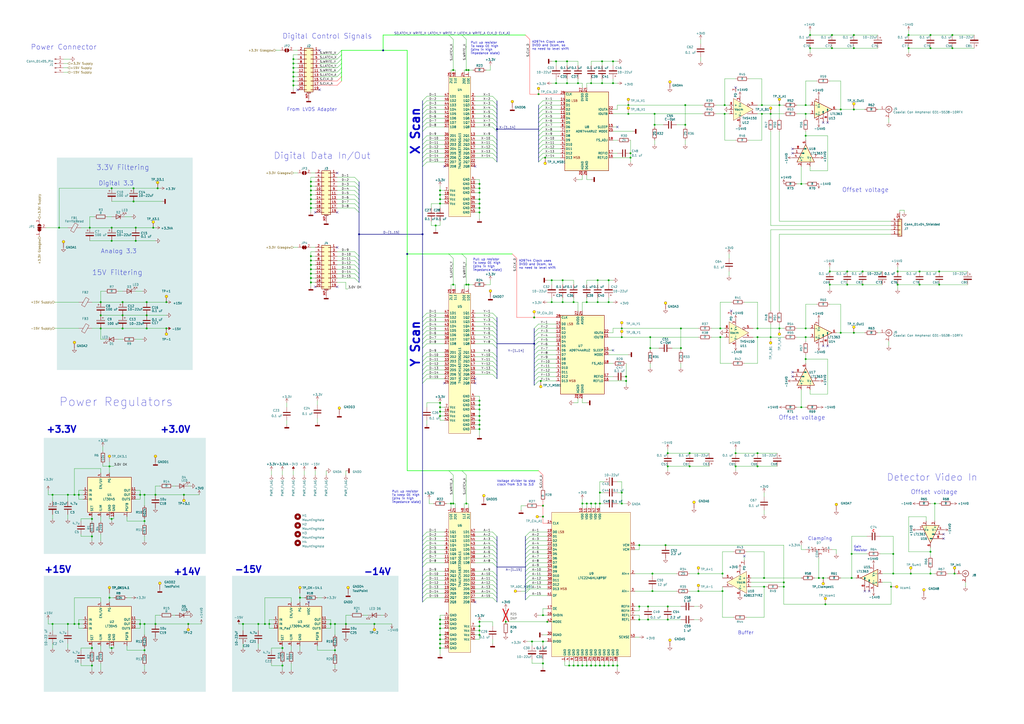
<source format=kicad_sch>
(kicad_sch (version 20230121) (generator eeschema)
  (paper "A2")
  (junction (at 255.27 361.95))
  (junction (at 417.83 190.5))
  (junction (at 170.18 34.29))
  (junction (at 467.36 60.96))
  (junction (at 332.74 175.26))
  (junction (at 78.74 132.08))
  (junction (at 340.36 175.26))
  (junction (at 365.76 88.9))
  (junction (at 342.9 292.1))
  (junction (at 520.7 165.1))
  (junction (at 441.96 60.96))
  (junction (at 552.45 20.32))
  (junction (at 337.82 292.1))
  (junction (at 53.34 300.99))
  (junction (at 487.68 63.5))
  (junction (at 255.27 238.76))
  (junction (at 270.51 165.1))
  (junction (at 222.25 29.21))
  (junction (at 387.35 359.41))
  (junction (at 370.84 359.41))
  (junction (at 360.68 292.1))
  (junction (at 278.13 243.84))
  (junction (at 180.34 148.59))
  (junction (at 77.47 116.84))
  (junction (at 495.3 193.04))
  (junction (at 30.48 287.02))
  (junction (at 194.31 361.95))
  (junction (at 255.27 110.49))
  (junction (at 426.72 262.89))
  (junction (at 180.34 113.03))
  (junction (at 64.77 109.22))
  (junction (at 278.13 115.57))
  (junction (at 64.77 375.92))
  (junction (at 405.13 342.9))
  (junction (at 353.06 162.56))
  (junction (at 417.83 195.58))
  (junction (at 516.89 340.36))
  (junction (at 482.6 20.32))
  (junction (at 53.34 311.15))
  (junction (at 156.21 361.95))
  (junction (at 255.27 370.84))
  (junction (at 140.97 361.95))
  (junction (at 345.44 386.08))
  (junction (at 494.03 335.28))
  (junction (at 278.13 232.41))
  (junction (at 379.73 72.39))
  (junction (at 278.13 241.3))
  (junction (at 355.6 386.08))
  (junction (at 308.61 372.11))
  (junction (at 91.44 109.22))
  (junction (at 191.77 361.95))
  (junction (at 180.34 153.67))
  (junction (at 439.42 270.51))
  (junction (at 452.12 190.5))
  (junction (at 467.36 195.58))
  (junction (at 85.09 175.26))
  (junction (at 533.4 157.48))
  (junction (at 255.27 373.38))
  (junction (at 544.83 165.1))
  (junction (at 45.72 361.95))
  (junction (at 255.27 368.3))
  (junction (at 364.49 60.96))
  (junction (at 255.27 113.03))
  (junction (at 491.49 165.1))
  (junction (at 153.67 361.95))
  (junction (at 337.82 386.08))
  (junction (at 364.49 66.04))
  (junction (at 71.12 190.5))
  (junction (at 255.27 236.22))
  (junction (at 208.28 135.89))
  (junction (at 309.88 184.15))
  (junction (at 345.44 292.1))
  (junction (at 439.42 195.58))
  (junction (at 180.34 107.95))
  (junction (at 347.98 285.75))
  (junction (at 200.66 361.95))
  (junction (at 474.98 335.28))
  (junction (at 370.84 316.23))
  (junction (at 346.71 162.56))
  (junction (at 495.3 63.5))
  (junction (at 527.05 27.94))
  (junction (at 397.51 72.39))
  (junction (at 426.72 270.51))
  (junction (at 278.13 106.68))
  (junction (at 542.29 292.1))
  (junction (at 180.34 163.83))
  (junction (at 78.74 139.7))
  (junction (at 43.18 361.95))
  (junction (at 173.99 346.71))
  (junction (at 255.27 241.3))
  (junction (at 533.4 165.1))
  (junction (at 180.34 158.75))
  (junction (at 481.33 157.48))
  (junction (at 332.74 386.08))
  (junction (at 255.27 118.11))
  (junction (at 419.1 332.74))
  (junction (at 39.37 361.95))
  (junction (at 30.48 361.95))
  (junction (at 180.34 105.41))
  (junction (at 64.77 132.08))
  (junction (at 439.42 190.5))
  (junction (at 270.51 40.64))
  (junction (at 58.42 190.5))
  (junction (at 109.22 361.95))
  (junction (at 83.82 302.26))
  (junction (at 64.77 139.7))
  (junction (at 53.34 386.08))
  (junction (at 377.19 195.58))
  (junction (at 495.3 27.94))
  (junction (at 350.52 386.08))
  (junction (at 245.11 135.89))
  (junction (at 58.42 175.26))
  (junction (at 262.89 40.64))
  (junction (at 83.82 361.95))
  (junction (at 255.27 364.49))
  (junction (at 106.68 287.02))
  (junction (at 63.5 270.51))
  (junction (at 487.68 193.04))
  (junction (at 443.23 335.28))
  (junction (at 397.51 60.96))
  (junction (at 313.69 220.98))
  (junction (at 328.93 35.56))
  (junction (at 278.13 368.3))
  (junction (at 96.52 175.26))
  (junction (at 317.5 360.68))
  (junction (at 355.6 35.56))
  (junction (at 255.27 375.92))
  (junction (at 491.49 157.48))
  (junction (at 477.52 335.28))
  (junction (at 180.34 156.21))
  (junction (at 43.18 287.02))
  (junction (at 365.76 91.44))
  (junction (at 335.28 48.26))
  (junction (at 358.14 386.08))
  (junction (at 288.29 74.93))
  (junction (at 349.25 48.26))
  (junction (at 518.16 321.31))
  (junction (at 441.96 66.04))
  (junction (at 271.78 40.64))
  (junction (at 278.13 360.68))
  (junction (at 420.37 60.96))
  (junction (at 326.39 175.26))
  (junction (at 278.13 237.49))
  (junction (at 360.68 190.5))
  (junction (at 539.75 320.04))
  (junction (at 454.66 340.36))
  (junction (at 314.96 356.87))
  (junction (at 83.82 377.19))
  (junction (at 83.82 287.02))
  (junction (at 378.46 332.74))
  (junction (at 378.46 342.9))
  (junction (at 340.36 386.08))
  (junction (at 439.42 262.89))
  (junction (at 96.52 190.5))
  (junction (at 342.9 48.26))
  (junction (at 194.31 377.19))
  (junction (at 180.34 118.11))
  (junction (at 539.75 20.32))
  (junction (at 467.36 66.04))
  (junction (at 278.13 109.22))
  (junction (at 518.16 332.74))
  (junction (at 419.1 342.9))
  (junction (at 467.36 190.5))
  (junction (at 180.34 120.65))
  (junction (at 387.35 270.51))
  (junction (at 180.34 110.49))
  (junction (at 255.27 233.68))
  (junction (at 53.34 375.92))
  (junction (at 278.13 246.38))
  (junction (at 34.29 132.08))
  (junction (at 170.18 39.37))
  (junction (at 270.51 292.1))
  (junction (at 467.36 78.74))
  (junction (at 90.17 361.95))
  (junction (at 539.75 332.74))
  (junction (at 464.82 106.68))
  (junction (at 322.58 35.56))
  (junction (at 90.17 287.02))
  (junction (at 293.37 360.68))
  (junction (at 45.72 287.02))
  (junction (at 500.38 165.1))
  (junction (at 469.9 27.94))
  (junction (at 163.83 386.08))
  (junction (at 347.98 292.1))
  (junction (at 255.27 359.41))
  (junction (at 360.68 195.58))
  (junction (at 349.25 35.56))
  (junction (at 278.13 234.95))
  (junction (at 528.32 332.74))
  (junction (at 312.42 54.61))
  (junction (at 261.62 292.1))
  (junction (at 464.82 236.22))
  (junction (at 255.27 115.57))
  (junction (at 77.47 109.22))
  (junction (at 180.34 115.57))
  (junction (at 494.03 321.31))
  (junction (at 278.13 365.76))
  (junction (at 375.92 359.41))
  (junction (at 320.04 162.56))
  (junction (at 340.36 292.1))
  (junction (at 379.73 66.04))
  (junction (at 328.93 48.26))
  (junction (at 394.97 190.5))
  (junction (at 52.07 132.08))
  (junction (at 355.6 48.26))
  (junction (at 180.34 151.13))
  (junction (at 326.39 162.56))
  (junction (at 170.18 44.45))
  (junction (at 278.13 120.65))
  (junction (at 370.84 351.79))
  (junction (at 360.68 285.75))
  (junction (at 252.73 130.81))
  (junction (at 314.96 293.37))
  (junction (at 314.96 372.11))
  (junction (at 452.12 60.96))
  (junction (at 149.86 361.95))
  (junction (at 454.66 337.82))
  (junction (at 39.37 287.02))
  (junction (at 400.05 270.51))
  (junction (at 544.83 157.48))
  (junction (at 447.04 66.04))
  (junction (at 278.13 123.19))
  (junction (at 443.23 340.36))
  (junction (at 314.96 384.81))
  (junction (at 170.18 41.91))
  (junction (at 163.83 375.92))
  (junction (at 400.05 262.89))
  (junction (at 278.13 363.22))
  (junction (at 85.09 190.5))
  (junction (at 527.05 20.32))
  (junction (at 170.18 49.53))
  (junction (at 236.22 147.32))
  (junction (at 320.04 175.26))
  (junction (at 64.77 300.99))
  (junction (at 85.09 182.88))
  (junction (at 170.18 36.83))
  (junction (at 63.5 346.71))
  (junction (at 375.92 351.79))
  (junction (at 482.6 27.94))
  (junction (at 539.75 27.94))
  (junction (at 88.9 132.08))
  (junction (at 363.22 220.98))
  (junction (at 180.34 161.29))
  (junction (at 262.89 292.1))
  (junction (at 309.88 199.39))
  (junction (at 271.78 165.1))
  (junction (at 469.9 20.32))
  (junction (at 377.19 201.93))
  (junction (at 347.98 386.08))
  (junction (at 363.22 218.44))
  (junction (at 278.13 248.92))
  (junction (at 278.13 118.11))
  (junction (at 71.12 175.26))
  (junction (at 58.42 182.88))
  (junction (at 170.18 46.99))
  (junction (at 481.33 165.1))
  (junction (at 71.12 182.88))
  (junction (at 478.79 350.52))
  (junction (at 495.3 20.32))
  (junction (at 81.28 361.95))
  (junction (at 314.96 299.72))
  (junction (at 346.71 175.26))
  (junction (at 394.97 201.93))
  (junction (at 335.28 386.08))
  (junction (at 217.17 361.95))
  (junction (at 353.06 386.08))
  (junction (at 520.7 157.48))
  (junction (at 387.35 262.89))
  (junction (at 387.35 351.79))
  (junction (at 552.45 27.94))
  (junction (at 467.36 208.28))
  (junction (at 262.89 165.1))
  (junction (at 278.13 111.76))
  (junction (at 353.06 175.26))
  (junction (at 81.28 287.02))
  (junction (at 420.37 66.04))
  (junction (at 316.23 91.44))
  (junction (at 500.38 157.48))
  (junction (at 342.9 386.08))
  (junction (at 405.13 332.74))
  (junction (at 447.04 195.58))
  (junction (at 553.72 332.74))
  (junction (at 330.2 386.08))
  (junction (at 386.08 316.23))
  (junction (at 322.58 48.26))
  (no_connect (at 172.72 52.07))
  (no_connect (at 459.74 88.9))
  (no_connect (at 459.74 215.9))
  (no_connect (at 275.59 349.25))
  (no_connect (at 547.37 309.88))
  (no_connect (at 480.06 71.12))
  (no_connect (at 459.74 218.44))
  (no_connect (at 480.06 200.66))
  (no_connect (at 179.07 349.25))
  (no_connect (at 195.58 143.51))
  (no_connect (at 195.58 100.33))
  (no_connect (at 477.52 71.12))
  (no_connect (at 182.88 166.37))
  (no_connect (at 547.37 312.42))
  (no_connect (at 501.65 342.9))
  (no_connect (at 426.72 50.8))
  (no_connect (at 355.6 203.2))
  (no_connect (at 275.59 219.71))
  (no_connect (at 195.58 166.37))
  (no_connect (at 504.19 342.9))
  (no_connect (at 431.8 322.58))
  (no_connect (at 275.59 96.52))
  (no_connect (at 195.58 123.19))
  (no_connect (at 182.88 123.19))
  (no_connect (at 358.14 73.66))
  (no_connect (at 257.81 222.25))
  (no_connect (at 424.18 180.34))
  (no_connect (at 477.52 200.66))
  (no_connect (at 185.42 52.07))
  (no_connect (at 275.59 222.25))
  (no_connect (at 185.42 29.21))
  (no_connect (at 257.81 96.52))
  (no_connect (at 459.74 86.36))
  (bus_entry (at 205.74 107.95) (size 2.54 2.54))
  (bus_entry (at 309.88 200.66) (size 2.54 -2.54))
  (bus_entry (at 205.74 158.75) (size 2.54 2.54))
  (bus_entry (at 245.11 76.2) (size 2.54 -2.54))
  (bus_entry (at 198.12 46.99) (size -2.54 2.54) (stroke (width 0) (color 255 0 0 1)))
  (bus_entry (at 312.42 88.9) (size 2.54 -2.54))
  (bus_entry (at 245.11 217.17) (size 2.54 -2.54))
  (bus_entry (at 245.11 326.39) (size 2.54 -2.54))
  (bus_entry (at 198.12 44.45) (size -2.54 2.54) (stroke (width 0) (color 255 0 0 1)))
  (bus_entry (at 288.29 196.85) (size -2.54 -2.54))
  (bus_entry (at 205.74 161.29) (size 2.54 2.54))
  (bus_entry (at 288.29 207.01) (size -2.54 -2.54))
  (bus_entry (at 245.11 58.42) (size 2.54 -2.54))
  (bus_entry (at 288.29 349.25) (size -2.54 -2.54))
  (bus_entry (at 245.11 196.85) (size 2.54 -2.54))
  (bus_entry (at 245.11 344.17) (size 2.54 -2.54))
  (bus_entry (at 312.42 91.44) (size 2.54 -2.54))
  (bus_entry (at 288.29 217.17) (size -2.54 -2.54))
  (bus_entry (at 245.11 86.36) (size 2.54 -2.54))
  (bus_entry (at 309.88 213.36) (size 2.54 -2.54))
  (bus_entry (at 304.8 331.47) (size 2.54 -2.54))
  (bus_entry (at 288.29 93.98) (size -2.54 -2.54))
  (bus_entry (at 312.42 86.36) (size 2.54 -2.54))
  (bus_entry (at 198.12 36.83) (size -2.54 2.54))
  (bus_entry (at 309.88 195.58) (size 2.54 -2.54))
  (bus_entry (at 312.42 83.82) (size 2.54 -2.54))
  (bus_entry (at 245.11 321.31) (size 2.54 -2.54))
  (bus_entry (at 288.29 326.39) (size -2.54 -2.54))
  (bus_entry (at 245.11 212.09) (size 2.54 -2.54))
  (bus_entry (at 288.29 191.77) (size -2.54 -2.54))
  (bus_entry (at 288.29 83.82) (size -2.54 -2.54))
  (bus_entry (at 245.11 88.9) (size 2.54 -2.54))
  (bus_entry (at 245.11 313.69) (size 2.54 -2.54))
  (bus_entry (at 288.29 209.55) (size -2.54 -2.54))
  (bus_entry (at 245.11 186.69) (size 2.54 -2.54))
  (bus_entry (at 245.11 318.77) (size 2.54 -2.54))
  (bus_entry (at 288.29 63.5) (size -2.54 -2.54))
  (bus_entry (at 245.11 93.98) (size 2.54 -2.54))
  (bus_entry (at 245.11 96.52) (size 2.54 -2.54))
  (bus_entry (at 304.8 311.15) (size 2.54 -2.54))
  (bus_entry (at 309.88 218.44) (size 2.54 -2.54))
  (bus_entry (at 205.74 102.87) (size 2.54 2.54))
  (bus_entry (at 267.97 20.32) (size 2.54 2.54))
  (bus_entry (at 309.88 220.98) (size 2.54 -2.54))
  (bus_entry (at 288.29 68.58) (size -2.54 -2.54))
  (bus_entry (at 288.29 81.28) (size -2.54 -2.54))
  (bus_entry (at 198.12 34.29) (size -2.54 2.54))
  (bus_entry (at 288.29 199.39) (size -2.54 -2.54))
  (bus_entry (at 304.8 328.93) (size 2.54 -2.54))
  (bus_entry (at 198.12 31.75) (size -2.54 2.54))
  (bus_entry (at 288.29 316.23) (size -2.54 -2.54))
  (bus_entry (at 288.29 318.77) (size -2.54 -2.54))
  (bus_entry (at 309.88 205.74) (size 2.54 -2.54))
  (bus_entry (at 304.8 318.77) (size 2.54 -2.54))
  (bus_entry (at 309.88 223.52) (size 2.54 -2.54))
  (bus_entry (at 288.29 73.66) (size -2.54 -2.54))
  (bus_entry (at 267.97 147.32) (size 2.54 2.54))
  (bus_entry (at 245.11 346.71) (size 2.54 -2.54))
  (bus_entry (at 288.29 76.2) (size -2.54 -2.54))
  (bus_entry (at 288.29 60.96) (size -2.54 -2.54))
  (bus_entry (at 205.74 105.41) (size 2.54 2.54))
  (bus_entry (at 288.29 339.09) (size -2.54 -2.54))
  (bus_entry (at 205.74 118.11) (size 2.54 2.54))
  (bus_entry (at 205.74 151.13) (size 2.54 2.54))
  (bus_entry (at 288.29 88.9) (size -2.54 -2.54))
  (bus_entry (at 297.18 147.32) (size 2.54 2.54) (stroke (width 0) (color 255 0 0 1)))
  (bus_entry (at 288.29 328.93) (size -2.54 -2.54))
  (bus_entry (at 245.11 222.25) (size 2.54 -2.54))
  (bus_entry (at 245.11 328.93) (size 2.54 -2.54))
  (bus_entry (at 304.8 347.98) (size 2.54 -2.54))
  (bus_entry (at 304.8 344.17) (size 2.54 -2.54))
  (bus_entry (at 245.11 73.66) (size 2.54 -2.54))
  (bus_entry (at 312.42 273.05) (size 2.54 2.54) (stroke (width 0) (color 255 0 0 1)))
  (bus_entry (at 288.29 336.55) (size -2.54 -2.54))
  (bus_entry (at 304.8 341.63) (size 2.54 -2.54))
  (bus_entry (at 312.42 63.5) (size 2.54 -2.54))
  (bus_entry (at 260.35 20.32) (size 2.54 2.54))
  (bus_entry (at 309.88 208.28) (size 2.54 -2.54))
  (bus_entry (at 245.11 334.01) (size 2.54 -2.54))
  (bus_entry (at 309.88 210.82) (size 2.54 -2.54))
  (bus_entry (at 309.88 198.12) (size 2.54 -2.54))
  (bus_entry (at 288.29 86.36) (size -2.54 -2.54))
  (bus_entry (at 304.8 326.39) (size 2.54 -2.54))
  (bus_entry (at 245.11 68.58) (size 2.54 -2.54))
  (bus_entry (at 288.29 58.42) (size -2.54 -2.54))
  (bus_entry (at 309.88 215.9) (size 2.54 -2.54))
  (bus_entry (at 288.29 344.17) (size -2.54 -2.54))
  (bus_entry (at 288.29 214.63) (size -2.54 -2.54))
  (bus_entry (at 288.29 201.93) (size -2.54 -2.54))
  (bus_entry (at 288.29 71.12) (size -2.54 -2.54))
  (bus_entry (at 205.74 113.03) (size 2.54 2.54))
  (bus_entry (at 288.29 346.71) (size -2.54 -2.54))
  (bus_entry (at 288.29 66.04) (size -2.54 -2.54))
  (bus_entry (at 309.88 190.5) (size 2.54 -2.54))
  (bus_entry (at 245.11 199.39) (size 2.54 -2.54))
  (bus_entry (at 245.11 219.71) (size 2.54 -2.54))
  (bus_entry (at 288.29 334.01) (size -2.54 -2.54))
  (bus_entry (at 205.74 146.05) (size 2.54 2.54))
  (bus_entry (at 288.29 194.31) (size -2.54 -2.54))
  (bus_entry (at 245.11 83.82) (size 2.54 -2.54))
  (bus_entry (at 288.29 311.15) (size -2.54 -2.54))
  (bus_entry (at 288.29 189.23) (size -2.54 -2.54))
  (bus_entry (at 245.11 341.63) (size 2.54 -2.54))
  (bus_entry (at 288.29 313.69) (size -2.54 -2.54))
  (bus_entry (at 309.88 193.04) (size 2.54 -2.54))
  (bus_entry (at 245.11 66.04) (size 2.54 -2.54))
  (bus_entry (at 312.42 78.74) (size 2.54 -2.54))
  (bus_entry (at 304.8 339.09) (size 2.54 -2.54))
  (bus_entry (at 288.29 219.71) (size -2.54 -2.54))
  (bus_entry (at 309.88 203.2) (size 2.54 -2.54))
  (bus_entry (at 245.11 60.96) (size 2.54 -2.54))
  (bus_entry (at 205.74 110.49) (size 2.54 2.54))
  (bus_entry (at 288.29 212.09) (size -2.54 -2.54))
  (bus_entry (at 198.12 41.91) (size -2.54 2.54))
  (bus_entry (at 205.74 120.65) (size 2.54 2.54))
  (bus_entry (at 245.11 91.44) (size 2.54 -2.54))
  (bus_entry (at 304.8 334.01) (size 2.54 -2.54))
  (bus_entry (at 304.8 313.69) (size 2.54 -2.54))
  (bus_entry (at 245.11 209.55) (size 2.54 -2.54))
  (bus_entry (at 312.42 81.28) (size 2.54 -2.54))
  (bus_entry (at 245.11 191.77) (size 2.54 -2.54))
  (bus_entry (at 245.11 214.63) (size 2.54 -2.54))
  (bus_entry (at 288.29 186.69) (size -2.54 -2.54))
  (bus_entry (at 245.11 339.09) (size 2.54 -2.54))
  (bus_entry (at 288.29 184.15) (size -2.54 -2.54))
  (bus_entry (at 245.11 184.15) (size 2.54 -2.54))
  (bus_entry (at 312.42 76.2) (size 2.54 -2.54))
  (bus_entry (at 205.74 115.57) (size 2.54 2.54))
  (bus_entry (at 312.42 66.04) (size 2.54 -2.54))
  (bus_entry (at 288.29 91.44) (size -2.54 -2.54))
  (bus_entry (at 288.29 323.85) (size -2.54 -2.54))
  (bus_entry (at 245.11 349.25) (size 2.54 -2.54))
  (bus_entry (at 288.29 341.63) (size -2.54 -2.54))
  (bus_entry (at 312.42 60.96) (size 2.54 -2.54))
  (bus_entry (at 267.97 273.05) (size 2.54 2.54))
  (bus_entry (at 260.35 147.32) (size 2.54 2.54))
  (bus_entry (at 304.8 316.23) (size 2.54 -2.54))
  (bus_entry (at 245.11 201.93) (size 2.54 -2.54))
  (bus_entry (at 312.42 73.66) (size 2.54 -2.54))
  (bus_entry (at 304.8 336.55) (size 2.54 -2.54))
  (bus_entry (at 245.11 311.15) (size 2.54 -2.54))
  (bus_entry (at 245.11 323.85) (size 2.54 -2.54))
  (bus_entry (at 198.12 39.37) (size -2.54 2.54))
  (bus_entry (at 304.8 323.85) (size 2.54 -2.54))
  (bus_entry (at 205.74 153.67) (size 2.54 2.54))
  (bus_entry (at 245.11 316.23) (size 2.54 -2.54))
  (bus_entry (at 205.74 156.21) (size 2.54 2.54))
  (bus_entry (at 312.42 71.12) (size 2.54 -2.54))
  (bus_entry (at 198.12 29.21) (size -2.54 2.54))
  (bus_entry (at 245.11 189.23) (size 2.54 -2.54))
  (bus_entry (at 245.11 194.31) (size 2.54 -2.54))
  (bus_entry (at 288.29 321.31) (size -2.54 -2.54))
  (bus_entry (at 245.11 336.55) (size 2.54 -2.54))
  (bus_entry (at 245.11 71.12) (size 2.54 -2.54))
  (bus_entry (at 304.8 321.31) (size 2.54 -2.54))
  (bus_entry (at 245.11 207.01) (size 2.54 -2.54))
  (bus_entry (at 304.8 20.32) (size 2.54 2.54) (stroke (width 0) (color 255 0 0 1)))
  (bus_entry (at 245.11 81.28) (size 2.54 -2.54))
  (bus_entry (at 260.35 273.05) (size 2.54 2.54))
  (bus_entry (at 312.42 68.58) (size 2.54 -2.54))
  (bus_entry (at 245.11 63.5) (size 2.54 -2.54))
  (bus_entry (at 205.74 148.59) (size 2.54 2.54))
  (bus_entry (at 312.42 93.98) (size 2.54 -2.54))
  (wire (pts (xy 345.44 386.08) (xy 347.98 386.08)))
  (wire (pts (xy 106.68 287.02) (xy 115.57 287.02)))
  (wire (pts (xy 322.58 35.56) (xy 322.58 38.1)))
  (wire (pts (xy 467.36 195.58) (xy 467.36 198.12)))
  (wire (pts (xy 170.18 34.29) (xy 170.18 36.83)))
  (bus (pts (xy 309.88 220.98) (xy 309.88 223.52)))
  (wire (pts (xy 355.6 35.56) (xy 355.6 38.1)))
  (wire (pts (xy 83.82 377.19) (xy 83.82 378.46)))
  (wire (pts (xy 255.27 364.49) (xy 257.81 364.49)))
  (wire (pts (xy 251.46 292.1) (xy 248.92 292.1)))
  (wire (pts (xy 195.58 151.13) (xy 205.74 151.13)))
  (wire (pts (xy 314.96 353.06) (xy 317.5 353.06)))
  (wire (pts (xy 278.13 106.68) (xy 275.59 106.68)))
  (wire (pts (xy 345.44 292.1) (xy 345.44 294.64)))
  (wire (pts (xy 420.37 60.96) (xy 422.91 60.96)))
  (wire (pts (xy 257.81 236.22) (xy 255.27 236.22)))
  (wire (pts (xy 90.17 361.95) (xy 109.22 361.95)))
  (wire (pts (xy 73.66 346.71) (xy 76.2 346.71)))
  (bus (pts (xy 312.42 74.93) (xy 312.42 76.2)))
  (wire (pts (xy 73.66 299.72) (xy 73.66 302.26)))
  (wire (pts (xy 274.32 165.1) (xy 271.78 165.1)))
  (wire (pts (xy 182.88 102.87) (xy 180.34 102.87)))
  (wire (pts (xy 81.28 361.95) (xy 83.82 361.95)))
  (wire (pts (xy 278.13 104.14) (xy 278.13 106.68)))
  (wire (pts (xy 337.82 231.14) (xy 337.82 233.68)))
  (wire (pts (xy 312.42 213.36) (xy 322.58 213.36)))
  (wire (pts (xy 58.42 309.88) (xy 58.42 313.69)))
  (wire (pts (xy 170.18 143.51) (xy 172.72 143.51)))
  (wire (pts (xy 255.27 359.41) (xy 257.81 359.41)))
  (bus (pts (xy 288.29 81.28) (xy 288.29 83.82)))
  (wire (pts (xy 195.58 158.75) (xy 205.74 158.75)))
  (wire (pts (xy 502.92 311.15) (xy 494.03 311.15)))
  (wire (pts (xy 452.12 60.96) (xy 454.66 60.96)))
  (wire (pts (xy 494.03 335.28) (xy 494.03 321.31)))
  (bus (pts (xy 245.11 323.85) (xy 245.11 326.39)))
  (wire (pts (xy 515.62 198.12) (xy 515.62 200.66)))
  (bus (pts (xy 208.28 153.67) (xy 208.28 151.13)))
  (wire (pts (xy 363.22 292.1) (xy 360.68 292.1)))
  (wire (pts (xy 378.46 342.9) (xy 392.43 342.9)))
  (wire (pts (xy 247.65 311.15) (xy 257.81 311.15)))
  (wire (pts (xy 353.06 195.58) (xy 360.68 195.58)))
  (wire (pts (xy 312.42 195.58) (xy 322.58 195.58)))
  (wire (pts (xy 406.4 25.4) (xy 406.4 22.86)))
  (wire (pts (xy 271.78 40.64) (xy 271.78 41.91)))
  (wire (pts (xy 90.17 356.87) (xy 90.17 361.95)))
  (wire (pts (xy 255.27 238.76) (xy 255.27 241.3)))
  (wire (pts (xy 426.72 273.05) (xy 426.72 270.51)))
  (wire (pts (xy 247.65 219.71) (xy 257.81 219.71)))
  (wire (pts (xy 247.65 341.63) (xy 257.81 341.63)))
  (bus (pts (xy 288.29 196.85) (xy 288.29 199.39)))
  (wire (pts (xy 433.07 358.14) (xy 443.23 358.14)))
  (bus (pts (xy 288.29 66.04) (xy 288.29 63.5)))
  (wire (pts (xy 180.34 158.75) (xy 182.88 158.75)))
  (bus (pts (xy 208.28 123.19) (xy 208.28 135.89)))
  (wire (pts (xy 379.73 72.39) (xy 379.73 73.66)))
  (wire (pts (xy 269.24 40.64) (xy 270.51 40.64)))
  (wire (pts (xy 278.13 246.38) (xy 278.13 248.92)))
  (wire (pts (xy 378.46 332.74) (xy 378.46 334.01)))
  (wire (pts (xy 335.28 45.72) (xy 335.28 48.26)))
  (wire (pts (xy 262.89 275.59) (xy 262.89 292.1)))
  (wire (pts (xy 247.65 346.71) (xy 257.81 346.71)))
  (wire (pts (xy 191.77 364.49) (xy 189.23 364.49)))
  (wire (pts (xy 285.75 204.47) (xy 275.59 204.47)))
  (wire (pts (xy 247.65 191.77) (xy 257.81 191.77)))
  (wire (pts (xy 400.05 332.74) (xy 405.13 332.74)))
  (wire (pts (xy 485.14 193.04) (xy 487.68 193.04)))
  (wire (pts (xy 419.1 335.28) (xy 419.1 332.74)))
  (wire (pts (xy 195.58 105.41) (xy 205.74 105.41)))
  (wire (pts (xy 436.88 195.58) (xy 439.42 195.58)))
  (wire (pts (xy 387.35 262.89) (xy 400.05 262.89)))
  (wire (pts (xy 36.83 41.91) (xy 39.37 41.91)))
  (wire (pts (xy 353.06 203.2) (xy 355.6 203.2)))
  (wire (pts (xy 332.74 162.56) (xy 332.74 165.1)))
  (wire (pts (xy 539.75 320.04) (xy 539.75 322.58)))
  (wire (pts (xy 309.88 184.15) (xy 299.72 184.15)) (stroke (width 0) (color 255 0 0 1)))
  (wire (pts (xy 160.02 29.21) (xy 162.56 29.21)))
  (wire (pts (xy 365.76 88.9) (xy 365.76 91.44)))
  (wire (pts (xy 109.22 281.94) (xy 110.49 281.94)))
  (wire (pts (xy 200.66 163.83) (xy 200.66 167.64)))
  (wire (pts (xy 439.42 195.58) (xy 439.42 210.82)))
  (wire (pts (xy 312.42 293.37) (xy 314.96 293.37)) (stroke (width 0) (color 255 0 0 1)))
  (wire (pts (xy 73.66 377.19) (xy 83.82 377.19)))
  (wire (pts (xy 435.61 337.82) (xy 454.66 337.82)))
  (wire (pts (xy 213.36 356.87) (xy 210.82 356.87)))
  (bus (pts (xy 222.25 20.32) (xy 260.35 20.32)) (stroke (width 0) (color 0 255 0 1)))
  (wire (pts (xy 314.96 66.04) (xy 325.12 66.04)))
  (wire (pts (xy 78.74 168.91) (xy 82.55 168.91)))
  (wire (pts (xy 166.37 236.22) (xy 166.37 233.68)))
  (wire (pts (xy 278.13 248.92) (xy 275.59 248.92)))
  (wire (pts (xy 275.59 181.61) (xy 285.75 181.61)))
  (wire (pts (xy 353.06 210.82) (xy 355.6 210.82)))
  (wire (pts (xy 195.58 156.21) (xy 205.74 156.21)))
  (wire (pts (xy 511.81 337.82) (xy 516.89 337.82)))
  (wire (pts (xy 389.89 201.93) (xy 394.97 201.93)))
  (wire (pts (xy 180.34 115.57) (xy 180.34 118.11)))
  (wire (pts (xy 247.65 194.31) (xy 257.81 194.31)))
  (wire (pts (xy 347.98 285.75) (xy 350.52 285.75)))
  (wire (pts (xy 39.37 287.02) (xy 43.18 287.02)))
  (wire (pts (xy 200.66 361.95) (xy 217.17 361.95)))
  (wire (pts (xy 516.89 350.52) (xy 478.79 350.52)))
  (wire (pts (xy 285.75 186.69) (xy 275.59 186.69)))
  (bus (pts (xy 245.11 316.23) (xy 245.11 318.77)))
  (wire (pts (xy 353.06 162.56) (xy 346.71 162.56)))
  (wire (pts (xy 544.83 157.48) (xy 561.34 157.48)))
  (wire (pts (xy 515.62 68.58) (xy 515.62 71.12)))
  (wire (pts (xy 26.67 132.08) (xy 34.29 132.08)))
  (wire (pts (xy 363.22 210.82) (xy 363.22 218.44)))
  (bus (pts (xy 198.12 44.45) (xy 198.12 46.99)) (stroke (width 0) (color 0 255 0 1)))
  (wire (pts (xy 307.34 328.93) (xy 317.5 328.93)))
  (bus (pts (xy 208.28 158.75) (xy 208.28 156.21)))
  (wire (pts (xy 527.05 20.32) (xy 527.05 17.78)))
  (bus (pts (xy 260.35 147.32) (xy 267.97 147.32)) (stroke (width 0) (color 0 255 0 1)))
  (wire (pts (xy 379.73 83.82) (xy 379.73 81.28)))
  (wire (pts (xy 257.81 238.76) (xy 255.27 238.76)))
  (wire (pts (xy 285.75 196.85) (xy 275.59 196.85)))
  (wire (pts (xy 520.7 157.48) (xy 520.7 154.94)))
  (wire (pts (xy 494.03 311.15) (xy 494.03 321.31)))
  (wire (pts (xy 337.82 383.54) (xy 337.82 386.08)))
  (wire (pts (xy 314.96 299.72) (xy 314.96 303.53)) (stroke (width 0) (color 255 0 0 1)))
  (wire (pts (xy 439.42 195.58) (xy 447.04 195.58)))
  (wire (pts (xy 180.34 113.03) (xy 180.34 115.57)))
  (wire (pts (xy 194.31 386.08) (xy 194.31 387.35)))
  (wire (pts (xy 180.34 118.11) (xy 180.34 120.65)))
  (wire (pts (xy 46.99 302.26) (xy 46.99 300.99)))
  (wire (pts (xy 255.27 361.95) (xy 255.27 364.49)))
  (wire (pts (xy 170.18 29.21) (xy 172.72 29.21)))
  (wire (pts (xy 247.65 58.42) (xy 257.81 58.42)))
  (wire (pts (xy 180.34 110.49) (xy 182.88 110.49)))
  (wire (pts (xy 278.13 109.22) (xy 278.13 111.76)))
  (wire (pts (xy 59.69 259.08) (xy 59.69 261.62)))
  (wire (pts (xy 452.12 190.5) (xy 452.12 187.96)))
  (wire (pts (xy 284.48 38.1) (xy 284.48 40.64)))
  (bus (pts (xy 245.11 96.52) (xy 245.11 135.89)))
  (wire (pts (xy 63.5 267.97) (xy 63.5 270.51)))
  (wire (pts (xy 462.28 66.04) (xy 467.36 66.04)))
  (wire (pts (xy 347.98 279.4) (xy 347.98 285.75)))
  (wire (pts (xy 327.66 383.54) (xy 327.66 386.08)))
  (wire (pts (xy 63.5 300.99) (xy 64.77 300.99)))
  (bus (pts (xy 288.29 91.44) (xy 288.29 88.9)))
  (wire (pts (xy 539.75 320.04) (xy 527.05 320.04)))
  (wire (pts (xy 342.9 292.1) (xy 345.44 292.1)))
  (bus (pts (xy 245.11 135.89) (xy 245.11 184.15)))
  (wire (pts (xy 31.75 175.26) (xy 45.72 175.26)))
  (wire (pts (xy 481.33 157.48) (xy 481.33 154.94)))
  (wire (pts (xy 306.07 372.11) (xy 308.61 372.11)))
  (wire (pts (xy 278.13 229.87) (xy 278.13 232.41)))
  (wire (pts (xy 464.82 106.68) (xy 464.82 96.52)))
  (wire (pts (xy 247.65 60.96) (xy 257.81 60.96)))
  (wire (pts (xy 482.6 318.77) (xy 485.14 318.77)))
  (bus (pts (xy 312.42 68.58) (xy 312.42 71.12)))
  (bus (pts (xy 288.29 339.09) (xy 288.29 341.63)))
  (wire (pts (xy 185.42 44.45) (xy 195.58 44.45)))
  (wire (pts (xy 443.23 335.28) (xy 464.82 335.28)))
  (wire (pts (xy 46.99 309.88) (xy 46.99 311.15)))
  (wire (pts (xy 397.51 60.96) (xy 407.67 60.96)))
  (wire (pts (xy 355.6 386.08) (xy 358.14 386.08)))
  (wire (pts (xy 452.12 76.2) (xy 452.12 128.27)))
  (wire (pts (xy 347.98 292.1) (xy 345.44 292.1)))
  (wire (pts (xy 58.42 168.91) (xy 60.96 168.91)))
  (wire (pts (xy 64.77 139.7) (xy 78.74 139.7)))
  (wire (pts (xy 314.96 353.06) (xy 314.96 356.87)))
  (wire (pts (xy 255.27 113.03) (xy 257.81 113.03)))
  (wire (pts (xy 83.82 361.95) (xy 90.17 361.95)))
  (wire (pts (xy 172.72 31.75) (xy 170.18 31.75)))
  (bus (pts (xy 236.22 147.32) (xy 260.35 147.32)) (stroke (width 0) (color 0 255 0 1)))
  (wire (pts (xy 353.06 162.56) (xy 353.06 165.1)))
  (wire (pts (xy 83.82 287.02) (xy 90.17 287.02)))
  (wire (pts (xy 83.82 302.26) (xy 83.82 303.53)))
  (wire (pts (xy 370.84 316.23) (xy 386.08 316.23)))
  (wire (pts (xy 347.98 383.54) (xy 347.98 386.08)))
  (bus (pts (xy 245.11 341.63) (xy 245.11 344.17)))
  (wire (pts (xy 173.99 346.71) (xy 173.99 349.25)))
  (wire (pts (xy 64.77 116.84) (xy 77.47 116.84)))
  (wire (pts (xy 180.34 161.29) (xy 180.34 163.83)))
  (wire (pts (xy 39.37 361.95) (xy 43.18 361.95)))
  (wire (pts (xy 312.42 193.04) (xy 322.58 193.04)))
  (wire (pts (xy 467.36 208.28) (xy 480.06 208.28)))
  (wire (pts (xy 322.58 48.26) (xy 328.93 48.26)))
  (wire (pts (xy 261.62 40.64) (xy 262.89 40.64)))
  (wire (pts (xy 163.83 375.92) (xy 163.83 377.19)))
  (wire (pts (xy 180.34 107.95) (xy 182.88 107.95)))
  (bus (pts (xy 222.25 29.21) (xy 236.22 29.21)) (stroke (width 0) (color 0 255 0 1)))
  (bus (pts (xy 288.29 191.77) (xy 288.29 194.31)))
  (wire (pts (xy 64.77 375.92) (xy 66.04 375.92)))
  (bus (pts (xy 304.8 321.31) (xy 304.8 323.85)))
  (wire (pts (xy 30.48 287.02) (xy 39.37 287.02)))
  (wire (pts (xy 30.48 298.45) (xy 30.48 300.99)))
  (wire (pts (xy 53.34 190.5) (xy 58.42 190.5)))
  (wire (pts (xy 45.72 287.02) (xy 45.72 284.48)))
  (wire (pts (xy 467.36 78.74) (xy 480.06 78.74)))
  (wire (pts (xy 285.75 331.47) (xy 275.59 331.47)))
  (wire (pts (xy 368.3 316.23) (xy 370.84 316.23)))
  (wire (pts (xy 452.12 180.34) (xy 452.12 135.89)))
  (wire (pts (xy 285.75 318.77) (xy 275.59 318.77)))
  (wire (pts (xy 482.6 20.32) (xy 495.3 20.32)))
  (wire (pts (xy 185.42 34.29) (xy 195.58 34.29)))
  (bus (pts (xy 309.88 215.9) (xy 309.88 218.44)))
  (wire (pts (xy 247.65 321.31) (xy 257.81 321.31)))
  (wire (pts (xy 101.6 281.94) (xy 100.33 281.94)))
  (wire (pts (xy 270.51 22.86) (xy 270.51 40.64)))
  (wire (pts (xy 355.6 73.66) (xy 358.14 73.66)))
  (bus (pts (xy 245.11 212.09) (xy 245.11 214.63)))
  (wire (pts (xy 184.15 374.65) (xy 184.15 377.19)))
  (wire (pts (xy 312.42 205.74) (xy 322.58 205.74)))
  (wire (pts (xy 527.05 299.72) (xy 537.21 299.72)))
  (wire (pts (xy 36.83 36.83) (xy 39.37 36.83)))
  (wire (pts (xy 39.37 373.38) (xy 39.37 375.92)))
  (wire (pts (xy 46.99 300.99) (xy 53.34 300.99)))
  (wire (pts (xy 220.98 356.87) (xy 222.25 356.87)))
  (bus (pts (xy 288.29 328.93) (xy 304.8 328.93)))
  (wire (pts (xy 441.96 60.96) (xy 441.96 45.72)))
  (wire (pts (xy 469.9 20.32) (xy 482.6 20.32)))
  (wire (pts (xy 180.34 100.33) (xy 182.88 100.33)))
  (wire (pts (xy 248.92 289.56) (xy 248.92 292.1)))
  (wire (pts (xy 262.89 40.64) (xy 264.16 40.64)))
  (wire (pts (xy 469.9 20.32) (xy 469.9 17.78)))
  (wire (pts (xy 30.48 373.38) (xy 30.48 375.92)))
  (bus (pts (xy 245.11 58.42) (xy 245.11 60.96)))
  (wire (pts (xy 320.04 175.26) (xy 326.39 175.26)))
  (wire (pts (xy 180.34 151.13) (xy 182.88 151.13)))
  (bus (pts (xy 245.11 328.93) (xy 245.11 334.01)))
  (wire (pts (xy 58.42 190.5) (xy 71.12 190.5)))
  (wire (pts (xy 516.89 337.82) (xy 516.89 340.36)))
  (wire (pts (xy 377.19 201.93) (xy 377.19 203.2)))
  (wire (pts (xy 330.2 386.08) (xy 332.74 386.08)))
  (wire (pts (xy 46.99 132.08) (xy 52.07 132.08)))
  (wire (pts (xy 53.34 384.81) (xy 53.34 386.08)))
  (wire (pts (xy 275.59 73.66) (xy 285.75 73.66)))
  (wire (pts (xy 180.34 146.05) (xy 180.34 148.59)))
  (wire (pts (xy 257.81 356.87) (xy 255.27 356.87)))
  (wire (pts (xy 495.3 193.04) (xy 501.65 193.04)))
  (bus (pts (xy 236.22 273.05) (xy 260.35 273.05)) (stroke (width 0) (color 0 255 0 1)))
  (wire (pts (xy 140.97 361.95) (xy 140.97 365.76)))
  (wire (pts (xy 539.75 20.32) (xy 552.45 20.32)))
  (wire (pts (xy 447.04 180.34) (xy 447.04 133.35)))
  (wire (pts (xy 464.82 106.68) (xy 462.28 106.68)))
  (wire (pts (xy 255.27 118.11) (xy 255.27 120.65)))
  (wire (pts (xy 195.58 118.11) (xy 205.74 118.11)))
  (wire (pts (xy 406.4 35.56) (xy 406.4 33.02)))
  (wire (pts (xy 443.23 298.45) (xy 443.23 295.91)))
  (wire (pts (xy 340.36 292.1) (xy 342.9 292.1)))
  (wire (pts (xy 45.72 359.41) (xy 48.26 359.41)))
  (bus (pts (xy 304.8 326.39) (xy 304.8 328.93)))
  (wire (pts (xy 43.18 361.95) (xy 45.72 361.95)))
  (wire (pts (xy 173.99 374.65) (xy 173.99 377.19)))
  (wire (pts (xy 255.27 118.11) (xy 257.81 118.11)))
  (bus (pts (xy 245.11 311.15) (xy 245.11 313.69)))
  (wire (pts (xy 387.35 273.05) (xy 387.35 270.51)))
  (wire (pts (xy 185.42 31.75) (xy 195.58 31.75)))
  (wire (pts (xy 189.23 361.95) (xy 191.77 361.95)))
  (wire (pts (xy 314.96 63.5) (xy 325.12 63.5)))
  (wire (pts (xy 387.35 359.41) (xy 394.97 359.41)))
  (wire (pts (xy 200.66 356.87) (xy 203.2 356.87)))
  (wire (pts (xy 480.06 208.28) (xy 480.06 228.6)))
  (wire (pts (xy 46.99 375.92) (xy 53.34 375.92)))
  (bus (pts (xy 245.11 217.17) (xy 245.11 214.63)))
  (wire (pts (xy 317.5 303.53) (xy 314.96 303.53)) (stroke (width 0) (color 255 0 0 1)))
  (wire (pts (xy 168.91 374.65) (xy 168.91 377.19)))
  (wire (pts (xy 180.34 143.51) (xy 182.88 143.51)))
  (bus (pts (xy 309.88 208.28) (xy 309.88 210.82)))
  (bus (pts (xy 288.29 83.82) (xy 288.29 86.36)))
  (wire (pts (xy 285.75 189.23) (xy 275.59 189.23)))
  (wire (pts (xy 363.22 218.44) (xy 363.22 220.98)))
  (wire (pts (xy 45.72 287.02) (xy 48.26 287.02)))
  (wire (pts (xy 180.34 115.57) (xy 182.88 115.57)))
  (wire (pts (xy 81.28 287.02) (xy 81.28 289.56)))
  (wire (pts (xy 262.89 149.86) (xy 262.89 165.1)))
  (wire (pts (xy 64.77 300.99) (xy 66.04 300.99)))
  (wire (pts (xy 539.75 292.1) (xy 542.29 292.1)))
  (wire (pts (xy 269.24 292.1) (xy 270.51 292.1)))
  (wire (pts (xy 58.42 190.5) (xy 58.42 196.85)))
  (bus (pts (xy 245.11 207.01) (xy 245.11 209.55)))
  (wire (pts (xy 247.65 331.47) (xy 257.81 331.47)))
  (wire (pts (xy 157.48 386.08) (xy 163.83 386.08)))
  (wire (pts (xy 397.51 83.82) (xy 397.51 81.28)))
  (wire (pts (xy 71.12 190.5) (xy 85.09 190.5)))
  (wire (pts (xy 39.37 361.95) (xy 39.37 365.76)))
  (wire (pts (xy 247.65 68.58) (xy 257.81 68.58)))
  (wire (pts (xy 255.27 370.84) (xy 255.27 373.38)))
  (bus (pts (xy 245.11 68.58) (xy 245.11 71.12)))
  (wire (pts (xy 281.94 165.1) (xy 284.48 165.1)))
  (wire (pts (xy 53.34 386.08) (xy 53.34 388.62)))
  (wire (pts (xy 140.97 361.95) (xy 149.86 361.95)))
  (wire (pts (xy 153.67 346.71) (xy 168.91 346.71)))
  (bus (pts (xy 288.29 341.63) (xy 288.29 344.17)))
  (wire (pts (xy 370.84 369.57) (xy 368.3 369.57)))
  (bus (pts (xy 245.11 217.17) (xy 245.11 219.71)))
  (bus (pts (xy 312.42 81.28) (xy 312.42 83.82)))
  (wire (pts (xy 439.42 190.5) (xy 452.12 190.5)))
  (wire (pts (xy 335.28 104.14) (xy 337.82 104.14)))
  (wire (pts (xy 247.65 91.44) (xy 257.81 91.44)))
  (wire (pts (xy 170.18 36.83) (xy 170.18 39.37)))
  (wire (pts (xy 314.96 372.11) (xy 308.61 372.11)))
  (wire (pts (xy 255.27 364.49) (xy 255.27 368.3)))
  (wire (pts (xy 170.18 49.53) (xy 170.18 52.07)))
  (wire (pts (xy 480.06 78.74) (xy 480.06 99.06)))
  (wire (pts (xy 542.29 292.1) (xy 542.29 302.26)))
  (wire (pts (xy 250.19 118.11) (xy 255.27 118.11)))
  (wire (pts (xy 270.51 149.86) (xy 270.51 165.1)))
  (bus (pts (xy 245.11 201.93) (xy 245.11 207.01)))
  (wire (pts (xy 377.19 195.58) (xy 405.13 195.58)))
  (wire (pts (xy 467.36 81.28) (xy 467.36 78.74)))
  (wire (pts (xy 314.96 293.37) (xy 314.96 299.72)) (stroke (width 0) (color 255 0 0 1)))
  (bus (pts (xy 288.29 60.96) (xy 288.29 63.5)))
  (wire (pts (xy 261.62 165.1) (xy 262.89 165.1)))
  (wire (pts (xy 355.6 383.54) (xy 355.6 386.08)))
  (bus (pts (xy 208.28 107.95) (xy 208.28 110.49)))
  (wire (pts (xy 247.65 308.61) (xy 257.81 308.61)))
  (wire (pts (xy 307.34 339.09) (xy 317.5 339.09)))
  (bus (pts (xy 198.12 36.83) (xy 198.12 39.37)) (stroke (width 0) (color 0 255 0 1)))
  (wire (pts (xy 454.66 316.23) (xy 454.66 337.82)))
  (wire (pts (xy 335.28 35.56) (xy 335.28 38.1)))
  (wire (pts (xy 337.82 386.08) (xy 340.36 386.08)))
  (wire (pts (xy 285.75 334.01) (xy 275.59 334.01)))
  (wire (pts (xy 264.16 165.1) (xy 264.16 167.64)))
  (wire (pts (xy 314.96 372.11) (xy 314.96 374.65)))
  (wire (pts (xy 521.97 121.92) (xy 521.97 123.19)))
  (wire (pts (xy 78.74 132.08) (xy 88.9 132.08)))
  (wire (pts (xy 264.16 40.64) (xy 264.16 41.91)))
  (wire (pts (xy 247.65 316.23) (xy 257.81 316.23)))
  (wire (pts (xy 433.07 320.04) (xy 443.23 320.04)))
  (bus (pts (xy 304.8 336.55) (xy 304.8 339.09)))
  (wire (pts (xy 452.12 135.89) (xy 516.89 135.89)))
  (wire (pts (xy 474.98 335.28) (xy 477.52 335.28)))
  (wire (pts (xy 452.12 190.5) (xy 454.66 190.5)))
  (wire (pts (xy 307.34 22.86) (xy 307.34 54.61)) (stroke (width 0) (color 255 0 0 1)))
  (wire (pts (xy 81.28 361.95) (xy 81.28 364.49)))
  (wire (pts (xy 335.28 175.26) (xy 335.28 180.34)))
  (bus (pts (xy 260.35 20.32) (xy 267.97 20.32)) (stroke (width 0) (color 0 255 0 1)))
  (wire (pts (xy 467.36 208.28) (xy 467.36 205.74)))
  (wire (pts (xy 360.68 285.75) (xy 358.14 285.75)))
  (wire (pts (xy 255.27 110.49) (xy 257.81 110.49)))
  (wire (pts (xy 173.99 344.17) (xy 173.99 346.71)))
  (wire (pts (xy 346.71 172.72) (xy 346.71 175.26)))
  (bus (pts (xy 288.29 76.2) (xy 288.29 81.28)))
  (wire (pts (xy 340.36 48.26) (xy 342.9 48.26)))
  (wire (pts (xy 176.53 273.05) (xy 176.53 275.59)))
  (wire (pts (xy 52.07 132.08) (xy 52.07 125.73)))
  (wire (pts (xy 337.82 175.26) (xy 340.36 175.26)))
  (wire (pts (xy 64.77 375.92) (xy 64.77 377.19)))
  (wire (pts (xy 46.99 377.19) (xy 46.99 375.92)))
  (bus (pts (xy 245.11 222.25) (xy 245.11 311.15)))
  (bus (pts (xy 245.11 83.82) (xy 245.11 86.36)))
  (wire (pts (xy 326.39 172.72) (xy 326.39 175.26)))
  (wire (pts (xy 353.06 218.44) (xy 355.6 218.44)))
  (wire (pts (xy 149.86 361.95) (xy 153.67 361.95)))
  (wire (pts (xy 441.96 66.04) (xy 441.96 81.28)))
  (wire (pts (xy 335.28 383.54) (xy 335.28 386.08)))
  (wire (pts (xy 443.23 320.04) (xy 443.23 335.28)))
  (wire (pts (xy 195.58 36.83) (xy 185.42 36.83)))
  (wire (pts (xy 180.34 156.21) (xy 182.88 156.21)))
  (wire (pts (xy 285.75 58.42) (xy 275.59 58.42)))
  (bus (pts (xy 245.11 199.39) (xy 245.11 201.93)))
  (wire (pts (xy 509.27 63.5) (xy 510.54 63.5)))
  (wire (pts (xy 307.34 345.44) (xy 317.5 345.44)))
  (wire (pts (xy 285.75 209.55) (xy 275.59 209.55)))
  (wire (pts (xy 68.58 196.85) (xy 71.12 196.85)))
  (wire (pts (xy 340.36 50.8) (xy 340.36 48.26)))
  (wire (pts (xy 59.69 269.24) (xy 59.69 270.51)))
  (wire (pts (xy 58.42 346.71) (xy 58.42 349.25)))
  (wire (pts (xy 185.42 41.91) (xy 195.58 41.91)))
  (bus (pts (xy 304.8 328.93) (xy 304.8 331.47)))
  (bus (pts (xy 245.11 184.15) (xy 245.11 186.69)))
  (wire (pts (xy 387.35 262.89) (xy 387.35 260.35)))
  (wire (pts (xy 314.96 76.2) (xy 325.12 76.2)))
  (wire (pts (xy 170.18 36.83) (xy 172.72 36.83)))
  (wire (pts (xy 314.96 83.82) (xy 325.12 83.82)))
  (wire (pts (xy 270.51 165.1) (xy 269.24 165.1)))
  (wire (pts (xy 321.31 360.68) (xy 317.5 360.68)))
  (wire (pts (xy 173.99 346.71) (xy 176.53 346.71)))
  (bus (pts (xy 236.22 147.32) (xy 236.22 273.05)) (stroke (width 0) (color 0 255 0 1)))
  (wire (pts (xy 270.51 292.1) (xy 271.78 292.1)))
  (wire (pts (xy 467.36 60.96) (xy 469.9 60.96)))
  (wire (pts (xy 195.58 146.05) (xy 205.74 146.05)))
  (wire (pts (xy 180.34 151.13) (xy 180.34 153.67)))
  (bus (pts (xy 288.29 321.31) (xy 288.29 323.85)))
  (wire (pts (xy 472.44 335.28) (xy 474.98 335.28)))
  (wire (pts (xy 415.29 66.04) (xy 420.37 66.04)))
  (wire (pts (xy 314.96 384.81) (xy 308.61 384.81)))
  (wire (pts (xy 90.17 287.02) (xy 106.68 287.02)))
  (wire (pts (xy 247.65 199.39) (xy 257.81 199.39)))
  (wire (pts (xy 335.28 48.26) (xy 337.82 48.26)))
  (wire (pts (xy 320.04 172.72) (xy 320.04 175.26)))
  (wire (pts (xy 184.15 377.19) (xy 194.31 377.19)))
  (bus (pts (xy 288.29 328.93) (xy 288.29 334.01)))
  (bus (pts (xy 288.29 68.58) (xy 288.29 66.04)))
  (wire (pts (xy 64.77 125.73) (xy 62.23 125.73)))
  (wire (pts (xy 447.04 195.58) (xy 447.04 187.96)))
  (wire (pts (xy 261.62 40.64) (xy 261.62 41.91)))
  (wire (pts (xy 180.34 120.65) (xy 182.88 120.65)))
  (bus (pts (xy 304.8 313.69) (xy 304.8 316.23)))
  (wire (pts (xy 285.75 184.15) (xy 275.59 184.15)))
  (wire (pts (xy 439.42 190.5) (xy 439.42 175.26)))
  (wire (pts (xy 397.51 60.96) (xy 397.51 72.39)))
  (wire (pts (xy 43.18 346.71) (xy 58.42 346.71)))
  (wire (pts (xy 285.75 60.96) (xy 275.59 60.96)))
  (bus (pts (xy 198.12 41.91) (xy 198.12 44.45)) (stroke (width 0) (color 0 255 0 1)))
  (wire (pts (xy 469.9 27.94) (xy 482.6 27.94)))
  (bus (pts (xy 245.11 191.77) (xy 245.11 194.31)))
  (wire (pts (xy 358.14 63.5) (xy 355.6 63.5)))
  (wire (pts (xy 307.34 308.61) (xy 317.5 308.61)))
  (wire (pts (xy 31.75 190.5) (xy 45.72 190.5)))
  (bus (pts (xy 288.29 207.01) (xy 288.29 209.55)))
  (wire (pts (xy 355.6 35.56) (xy 349.25 35.56)))
  (wire (pts (xy 360.68 279.4) (xy 360.68 285.75)))
  (wire (pts (xy 426.72 45.72) (xy 420.37 45.72)))
  (bus (pts (xy 312.42 71.12) (xy 312.42 73.66)))
  (wire (pts (xy 539.75 317.5) (xy 539.75 320.04)))
  (wire (pts (xy 217.17 361.95) (xy 227.33 361.95)))
  (wire (pts (xy 81.28 289.56) (xy 78.74 289.56)))
  (wire (pts (xy 375.92 351.79) (xy 387.35 351.79)))
  (wire (pts (xy 417.83 175.26) (xy 417.83 190.5)))
  (wire (pts (xy 415.29 60.96) (xy 420.37 60.96)))
  (wire (pts (xy 285.75 336.55) (xy 275.59 336.55)))
  (wire (pts (xy 342.9 386.08) (xy 345.44 386.08)))
  (wire (pts (xy 377.19 195.58) (xy 377.19 201.93)))
  (wire (pts (xy 180.34 105.41) (xy 182.88 105.41)))
  (wire (pts (xy 83.82 300.99) (xy 83.82 302.26)))
  (wire (pts (xy 462.28 190.5) (xy 467.36 190.5)))
  (bus (pts (xy 245.11 219.71) (xy 245.11 222.25)))
  (wire (pts (xy 200.66 356.87) (xy 200.66 361.95)))
  (wire (pts (xy 307.34 334.01) (xy 317.5 334.01)))
  (wire (pts (xy 467.36 210.82) (xy 467.36 208.28)))
  (wire (pts (xy 78.74 361.95) (xy 81.28 361.95)))
  (wire (pts (xy 66.04 299.72) (xy 66.04 300.99)))
  (wire (pts (xy 195.58 107.95) (xy 205.74 107.95)))
  (wire (pts (xy 426.72 262.89) (xy 439.42 262.89)))
  (bus (pts (xy 312.42 83.82) (xy 312.42 86.36)))
  (wire (pts (xy 247.65 83.82) (xy 257.81 83.82)))
  (wire (pts (xy 355.6 190.5) (xy 355.6 193.04)))
  (wire (pts (xy 392.43 72.39) (xy 397.51 72.39)))
  (wire (pts (xy 247.65 339.09) (xy 257.81 339.09)))
  (wire (pts (xy 379.73 66.04) (xy 379.73 72.39)))
  (wire (pts (xy 447.04 76.2) (xy 447.04 130.81)))
  (wire (pts (xy 63.5 346.71) (xy 63.5 349.25)))
  (bus (pts (xy 288.29 326.39) (xy 288.29 328.93)))
  (wire (pts (xy 342.9 383.54) (xy 342.9 386.08)))
  (bus (pts (xy 208.28 163.83) (xy 208.28 161.29)))
  (wire (pts (xy 255.27 128.27) (xy 255.27 130.81)))
  (bus (pts (xy 245.11 209.55) (xy 245.11 212.09)))
  (wire (pts (xy 340.36 386.08) (xy 342.9 386.08)))
  (wire (pts (xy 157.48 273.05) (xy 157.48 275.59)))
  (wire (pts (xy 355.6 81.28) (xy 358.14 81.28)))
  (wire (pts (xy 487.68 193.04) (xy 495.3 193.04)))
  (wire (pts (xy 412.75 190.5) (xy 417.83 190.5)))
  (wire (pts (xy 170.18 39.37) (xy 172.72 39.37)))
  (wire (pts (xy 342.9 48.26) (xy 349.25 48.26)))
  (wire (pts (xy 518.16 321.31) (xy 518.16 332.74)))
  (wire (pts (xy 520.7 157.48) (xy 533.4 157.48)))
  (wire (pts (xy 180.34 107.95) (xy 180.34 110.49)))
  (wire (pts (xy 314.96 382.27) (xy 314.96 384.81)))
  (wire (pts (xy 58.42 196.85) (xy 60.96 196.85)))
  (bus (pts (xy 304.8 316.23) (xy 304.8 318.77)))
  (wire (pts (xy 424.18 175.26) (xy 417.83 175.26)))
  (wire (pts (xy 53.34 309.88) (xy 53.34 311.15)))
  (wire (pts (xy 327.66 386.08) (xy 330.2 386.08)))
  (wire (pts (xy 247.65 209.55) (xy 257.81 209.55)))
  (wire (pts (xy 278.13 234.95) (xy 278.13 237.49)))
  (wire (pts (xy 39.37 39.37) (xy 36.83 39.37)))
  (wire (pts (xy 255.27 110.49) (xy 255.27 113.03)))
  (wire (pts (xy 477.52 335.28) (xy 480.06 335.28)))
  (wire (pts (xy 163.83 384.81) (xy 163.83 386.08)))
  (wire (pts (xy 184.15 245.11) (xy 184.15 242.57)))
  (wire (pts (xy 247.65 81.28) (xy 257.81 81.28)))
  (wire (pts (xy 247.65 86.36) (xy 257.81 86.36)))
  (bus (pts (xy 198.12 34.29) (xy 198.12 36.83)) (stroke (width 0) (color 0 255 0 1)))
  (wire (pts (xy 377.19 213.36) (xy 377.19 210.82)))
  (bus (pts (xy 309.88 210.82) (xy 309.88 213.36)))
  (wire (pts (xy 278.13 246.38) (xy 275.59 246.38)))
  (wire (pts (xy 314.96 91.44) (xy 316.23 91.44)))
  (bus (pts (xy 288.29 199.39) (xy 309.88 199.39)))
  (wire (pts (xy 285.75 91.44) (xy 275.59 91.44)))
  (wire (pts (xy 337.82 289.56) (xy 337.82 292.1)))
  (wire (pts (xy 474.98 323.85) (xy 474.98 335.28)))
  (wire (pts (xy 278.13 123.19) (xy 278.13 127)))
  (bus (pts (xy 245.11 63.5) (xy 245.11 66.04)))
  (wire (pts (xy 402.59 351.79) (xy 405.13 351.79)))
  (bus (pts (xy 309.88 218.44) (xy 309.88 220.98)))
  (wire (pts (xy 247.65 326.39) (xy 257.81 326.39)))
  (wire (pts (xy 285.75 214.63) (xy 275.59 214.63)))
  (wire (pts (xy 58.42 182.88) (xy 71.12 182.88)))
  (wire (pts (xy 368.3 354.33) (xy 370.84 354.33)))
  (wire (pts (xy 81.28 287.02) (xy 81.28 284.48)))
  (wire (pts (xy 516.89 340.36) (xy 516.89 350.52)))
  (bus (pts (xy 288.29 58.42) (xy 288.29 60.96)))
  (wire (pts (xy 340.36 292.1) (xy 340.36 294.64)))
  (wire (pts (xy 340.36 104.14) (xy 342.9 104.14)))
  (wire (pts (xy 307.34 311.15) (xy 317.5 311.15)))
  (wire (pts (xy 355.6 76.2) (xy 367.03 76.2)))
  (bus (pts (xy 260.35 273.05) (xy 267.97 273.05)) (stroke (width 0) (color 0 255 0 1)))
  (wire (pts (xy 312.42 200.66) (xy 322.58 200.66)))
  (wire (pts (xy 314.96 68.58) (xy 325.12 68.58)))
  (wire (pts (xy 312.42 215.9) (xy 322.58 215.9)))
  (bus (pts (xy 288.29 209.55) (xy 288.29 212.09)))
  (wire (pts (xy 454.66 337.82) (xy 454.66 340.36)))
  (bus (pts (xy 309.88 199.39) (xy 309.88 200.66)))
  (wire (pts (xy 353.06 172.72) (xy 353.06 175.26)))
  (wire (pts (xy 46.99 384.81) (xy 46.99 386.08)))
  (wire (pts (xy 316.23 91.44) (xy 325.12 91.44)))
  (wire (pts (xy 63.5 270.51) (xy 66.04 270.51)))
  (wire (pts (xy 255.27 113.03) (xy 255.27 115.57)))
  (wire (pts (xy 247.65 66.04) (xy 257.81 66.04)))
  (wire (pts (xy 464.82 236.22) (xy 462.28 236.22)))
  (wire (pts (xy 27.94 287.02) (xy 30.48 287.02)))
  (wire (pts (xy 322.58 184.15) (xy 309.88 184.15)) (stroke (width 0) (color 255 0 0 1)))
  (wire (pts (xy 73.66 302.26) (xy 83.82 302.26)))
  (wire (pts (xy 170.18 46.99) (xy 172.72 46.99)))
  (wire (pts (xy 527.05 20.32) (xy 539.75 20.32)))
  (wire (pts (xy 170.18 49.53) (xy 172.72 49.53)))
  (wire (pts (xy 443.23 288.29) (xy 443.23 285.75)))
  (wire (pts (xy 184.15 346.71) (xy 186.69 346.71)))
  (bus (pts (xy 208.28 110.49) (xy 208.28 113.03)))
  (wire (pts (xy 358.14 35.56) (xy 355.6 35.56)))
  (wire (pts (xy 78.74 287.02) (xy 81.28 287.02)))
  (wire (pts (xy 443.23 340.36) (xy 444.5 340.36)))
  (wire (pts (xy 247.65 181.61) (xy 257.81 181.61)))
  (wire (pts (xy 349.25 35.56) (xy 349.25 38.1)))
  (bus (pts (xy 198.12 29.21) (xy 198.12 31.75)) (stroke (width 0) (color 0 255 0 1)))
  (bus (pts (xy 208.28 105.41) (xy 208.28 107.95)))
  (wire (pts (xy 509.27 193.04) (xy 510.54 193.04)))
  (wire (pts (xy 313.69 220.98) (xy 322.58 220.98)))
  (wire (pts (xy 247.65 344.17) (xy 257.81 344.17)))
  (wire (pts (xy 157.48 377.19) (xy 157.48 375.92)))
  (wire (pts (xy 467.36 195.58) (xy 469.9 195.58)))
  (wire (pts (xy 462.28 195.58) (xy 467.36 195.58)))
  (wire (pts (xy 447.04 66.04) (xy 447.04 68.58)))
  (wire (pts (xy 185.42 49.53) (xy 195.58 49.53)) (stroke (width 0) (color 255 0 0 1)))
  (bus (pts (xy 288.29 201.93) (xy 288.29 207.01)))
  (wire (pts (xy 274.32 40.64) (xy 271.78 40.64)))
  (wire (pts (xy 467.36 46.99) (xy 473.71 46.99)))
  (wire (pts (xy 77.47 116.84) (xy 93.98 116.84)))
  (wire (pts (xy 81.28 361.95) (xy 81.28 359.41)))
  (wire (pts (xy 340.36 175.26) (xy 346.71 175.26)))
  (wire (pts (xy 328.93 38.1) (xy 328.93 35.56)))
  (wire (pts (xy 342.9 45.72) (xy 342.9 48.26)))
  (wire (pts (xy 285.75 313.69) (xy 275.59 313.69)))
  (bus (pts (xy 288.29 336.55) (xy 288.29 339.09)))
  (wire (pts (xy 481.33 165.1) (xy 491.49 165.1)))
  (wire (pts (xy 439.42 60.96) (xy 441.96 60.96)))
  (wire (pts (xy 285.75 339.09) (xy 275.59 339.09)))
  (wire (pts (xy 275.59 308.61) (xy 285.75 308.61)))
  (wire (pts (xy 347.98 285.75) (xy 347.98 292.1)))
  (wire (pts (xy 307.34 316.23) (xy 317.5 316.23)))
  (wire (pts (xy 262.89 165.1) (xy 264.16 165.1)))
  (wire (pts (xy 307.34 321.31) (xy 317.5 321.31)))
  (wire (pts (xy 320.04 35.56) (xy 322.58 35.56)))
  (wire (pts (xy 320.04 162.56) (xy 320.04 165.1)))
  (wire (pts (xy 278.13 120.65) (xy 275.59 120.65)))
  (wire (pts (xy 358.14 60.96) (xy 364.49 60.96)))
  (wire (pts (xy 441.96 45.72) (xy 434.34 45.72)))
  (wire (pts (xy 370.84 359.41) (xy 375.92 359.41)))
  (wire (pts (xy 195.58 115.57) (xy 205.74 115.57)))
  (wire (pts (xy 285.75 86.36) (xy 275.59 86.36)))
  (wire (pts (xy 264.16 292.1) (xy 262.89 292.1)))
  (wire (pts (xy 53.34 300.99) (xy 53.34 302.26)))
  (bus (pts (xy 312.42 88.9) (xy 312.42 91.44)))
  (wire (pts (xy 326.39 175.26) (xy 332.74 175.26)))
  (wire (pts (xy 552.45 27.94) (xy 565.15 27.94)))
  (wire (pts (xy 419.1 320.04) (xy 419.1 332.74)))
  (wire (pts (xy 379.73 72.39) (xy 384.81 72.39)))
  (wire (pts (xy 355.6 45.72) (xy 355.6 48.26)))
  (wire (pts (xy 262.89 292.1) (xy 261.62 292.1)))
  (wire (pts (xy 275.59 363.22) (xy 278.13 363.22)))
  (wire (pts (xy 149.86 373.38) (xy 149.86 375.92)))
  (wire (pts (xy 281.94 40.64) (xy 284.48 40.64)))
  (wire (pts (xy 478.79 350.52) (xy 454.66 350.52)))
  (wire (pts (xy 185.42 39.37) (xy 195.58 39.37)))
  (wire (pts (xy 487.68 176.53) (xy 487.68 193.04)))
  (wire (pts (xy 58.42 384.81) (xy 58.42 388.62)))
  (wire (pts (xy 340.36 162.56) (xy 340.36 165.1)))
  (wire (pts (xy 439.42 262.89) (xy 450.85 262.89)))
  (wire (pts (xy 247.65 189.23) (xy 257.81 189.23)))
  (wire (pts (xy 88.9 132.08) (xy 90.17 132.08)))
  (wire (pts (xy 149.86 361.95) (xy 149.86 365.76)))
  (wire (pts (xy 270.51 275.59) (xy 270.51 292.1)))
  (wire (pts (xy 533.4 165.1) (xy 544.83 165.1)))
  (wire (pts (xy 347.98 292.1) (xy 350.52 292.1)))
  (wire (pts (xy 332.74 172.72) (xy 332.74 175.26)))
  (wire (pts (xy 157.48 384.81) (xy 157.48 386.08)))
  (wire (pts (xy 378.46 332.74) (xy 392.43 332.74)))
  (wire (pts (xy 278.13 241.3) (xy 278.13 243.84)))
  (wire (pts (xy 101.6 356.87) (xy 100.33 356.87)))
  (wire (pts (xy 63.5 299.72) (xy 63.5 300.99)))
  (wire (pts (xy 46.99 386.08) (xy 53.34 386.08)))
  (wire (pts (xy 163.83 374.65) (xy 163.83 375.92)))
  (bus (pts (xy 245.11 196.85) (xy 245.11 199.39)))
  (wire (pts (xy 247.65 318.77) (xy 257.81 318.77)))
  (wire (pts (xy 63.5 270.51) (xy 63.5 274.32)))
  (wire (pts (xy 520.7 167.64) (xy 520.7 165.1)))
  (wire (pts (xy 180.34 153.67) (xy 182.88 153.67)))
  (wire (pts (xy 59.69 270.51) (xy 63.5 270.51)))
  (wire (pts (xy 285.75 88.9) (xy 275.59 88.9)))
  (wire (pts (xy 304.8 342.9) (xy 306.07 341.63)))
  (wire (pts (xy 30.48 361.95) (xy 39.37 361.95)))
  (wire (pts (xy 255.27 368.3) (xy 255.27 370.84)))
  (wire (pts (xy 510.54 311.15) (xy 518.16 311.15)))
  (wire (pts (xy 549.91 332.74) (xy 553.72 332.74)))
  (wire (pts (xy 200.66 167.64) (xy 201.93 167.64)))
  (wire (pts (xy 195.58 163.83) (xy 200.66 163.83)))
  (wire (pts (xy 332.74 383.54) (xy 332.74 386.08)))
  (wire (pts (xy 255.27 375.92) (xy 255.27 379.73)))
  (wire (pts (xy 180.34 105.41) (xy 180.34 107.95)))
  (bus (pts (xy 245.11 346.71) (xy 245.11 349.25)))
  (wire (pts (xy 363.22 220.98) (xy 363.22 223.52)))
  (wire (pts (xy 491.49 157.48) (xy 500.38 157.48)))
  (wire (pts (xy 156.21 361.95) (xy 158.75 361.95)))
  (wire (pts (xy 180.34 148.59) (xy 180.34 151.13)))
  (wire (pts (xy 278.13 360.68) (xy 278.13 363.22)))
  (wire (pts (xy 257.81 241.3) (xy 255.27 241.3)))
  (wire (pts (xy 195.58 153.67) (xy 205.74 153.67)))
  (wire (pts (xy 417.83 195.58) (xy 420.37 195.58)))
  (wire (pts (xy 412.75 195.58) (xy 417.83 195.58)))
  (wire (pts (xy 43.18 287.02) (xy 43.18 271.78)))
  (wire (pts (xy 402.59 359.41) (xy 405.13 359.41)))
  (wire (pts (xy 422.91 160.02) (xy 422.91 157.48)))
  (wire (pts (xy 481.33 46.99) (xy 487.68 46.99)))
  (wire (pts (xy 394.97 213.36) (xy 394.97 210.82)))
  (wire (pts (xy 317.5 372.11) (xy 314.96 372.11)))
  (wire (pts (xy 191.77 359.41) (xy 189.23 359.41)))
  (wire (pts (xy 168.91 346.71) (xy 168.91 349.25)))
  (wire (pts (xy 317.5 162.56) (xy 320.04 162.56)))
  (wire (pts (xy 307.34 313.69) (xy 317.5 313.69)))
  (bus (pts (xy 288.29 71.12) (xy 288.29 68.58)))
  (wire (pts (xy 467.36 190.5) (xy 467.36 176.53)))
  (bus (pts (xy 245.11 336.55) (xy 245.11 339.09)))
  (wire (pts (xy 247.65 336.55) (xy 257.81 336.55)))
  (wire (pts (xy 340.36 383.54) (xy 340.36 386.08)))
  (wire (pts (xy 58.42 175.26) (xy 71.12 175.26)))
  (wire (pts (xy 308.61 382.27) (xy 308.61 384.81)))
  (wire (pts (xy 447.04 130.81) (xy 516.89 130.81)))
  (bus (pts (xy 309.88 195.58) (xy 309.88 198.12)))
  (wire (pts (xy 379.73 66.04) (xy 407.67 66.04)))
  (bus (pts (xy 304.8 311.15) (xy 304.8 313.69)))
  (bus (pts (xy 304.8 341.63) (xy 304.8 344.17)))
  (wire (pts (xy 539.75 332.74) (xy 542.29 332.74)))
  (bus (pts (xy 245.11 326.39) (xy 245.11 328.93)))
  (wire (pts (xy 170.18 44.45) (xy 172.72 44.45)))
  (wire (pts (xy 307.34 331.47) (xy 317.5 331.47)))
  (wire (pts (xy 156.21 361.95) (xy 156.21 364.49)))
  (wire (pts (xy 27.94 361.95) (xy 30.48 361.95)))
  (wire (pts (xy 494.03 321.31) (xy 502.92 321.31)))
  (wire (pts (xy 250.19 120.65) (xy 250.19 118.11)))
  (wire (pts (xy 278.13 248.92) (xy 278.13 252.73)))
  (wire (pts (xy 419.1 358.14) (xy 425.45 358.14)))
  (wire (pts (xy 306.07 341.63) (xy 307.34 341.63)))
  (wire (pts (xy 353.06 220.98) (xy 363.22 220.98)))
  (wire (pts (xy 417.83 210.82) (xy 417.83 195.58)))
  (wire (pts (xy 168.91 384.81) (xy 168.91 388.62)))
  (wire (pts (xy 170.18 39.37) (xy 170.18 41.91)))
  (wire (pts (xy 314.96 58.42) (xy 325.12 58.42)))
  (wire (pts (xy 365.76 81.28) (xy 365.76 88.9)))
  (wire (pts (xy 364.49 60.96) (xy 397.51 60.96)))
  (wire (pts (xy 420.37 81.28) (xy 420.37 66.04)))
  (bus (pts (xy 245.11 81.28) (xy 245.11 83.82)))
  (wire (pts (xy 285.75 191.77) (xy 275.59 191.77)))
  (wire (pts (xy 278.13 109.22) (xy 275.59 109.22)))
  (wire (pts (xy 58.42 271.78) (xy 58.42 274.32)))
  (wire (pts (xy 467.36 236.22) (xy 464.82 236.22)))
  (wire (pts (xy 487.68 46.99) (xy 487.68 63.5)))
  (wire (pts (xy 542.29 292.1) (xy 544.83 292.1)))
  (wire (pts (xy 332.74 233.68) (xy 335.28 233.68)))
  (wire (pts (xy 45.72 364.49) (xy 45.72 361.95)))
  (wire (pts (xy 419.1 320.04) (xy 425.45 320.04)))
  (wire (pts (xy 527.05 27.94) (xy 539.75 27.94)))
  (wire (pts (xy 252.73 130.81) (xy 255.27 130.81)))
  (wire (pts (xy 420.37 66.04) (xy 422.91 66.04)))
  (wire (pts (xy 400.05 270.51) (xy 411.48 270.51)))
  (wire (pts (xy 140.97 373.38) (xy 140.97 375.92)))
  (wire (pts (xy 83.82 293.37) (xy 83.82 287.02)))
  (wire (pts (xy 337.82 101.6) (xy 337.82 104.14)))
  (wire (pts (xy 255.27 359.41) (xy 255.27 361.95)))
  (wire (pts (xy 163.83 386.08) (xy 163.83 388.62)))
  (bus (pts (xy 288.29 323.85) (xy 288.29 326.39)))
  (wire (pts (xy 431.8 322.58) (xy 431.8 325.12)))
  (wire (pts (xy 66.04 374.65) (xy 66.04 375.92)))
  (wire (pts (xy 180.34 148.59) (xy 182.88 148.59)))
  (wire (pts (xy 353.06 386.08) (xy 355.6 386.08)))
  (wire (pts (xy 435.61 340.36) (xy 443.23 340.36)))
  (wire (pts (xy 247.65 78.74) (xy 257.81 78.74)))
  (bus (pts (xy 245.11 66.04) (xy 245.11 68.58)))
  (bus (pts (xy 309.88 200.66) (xy 309.88 203.2)))
  (bus (pts (xy 288.29 313.69) (xy 288.29 316.23)))
  (wire (pts (xy 250.19 130.81) (xy 252.73 130.81)))
  (wire (pts (xy 365.76 91.44) (xy 365.76 93.98)))
  (wire (pts (xy 524.51 121.92) (xy 524.51 123.19)))
  (wire (pts (xy 83.82 311.15) (xy 83.82 313.69)))
  (wire (pts (xy 43.18 361.95) (xy 43.18 346.71)))
  (wire (pts (xy 182.88 146.05) (xy 180.34 146.05)))
  (wire (pts (xy 278.13 115.57) (xy 275.59 115.57)))
  (wire (pts (xy 184.15 234.95) (xy 184.15 232.41)))
  (wire (pts (xy 285.75 66.04) (xy 275.59 66.04)))
  (wire (pts (xy 370.84 351.79) (xy 370.84 354.33)))
  (wire (pts (xy 91.44 109.22) (xy 92.71 109.22)))
  (wire (pts (xy 285.75 370.84) (xy 285.75 373.38)))
  (wire (pts (xy 180.34 120.65) (xy 180.34 123.19)))
  (wire (pts (xy 247.65 233.68) (xy 255.27 233.68)))
  (wire (pts (xy 278.13 363.22) (xy 278.13 365.76)))
  (wire (pts (xy 195.58 102.87) (xy 205.74 102.87)))
  (wire (pts (xy 285.75 68.58) (xy 275.59 68.58)))
  (wire (pts (xy 544.83 165.1) (xy 561.34 165.1)))
  (wire (pts (xy 247.65 217.17) (xy 257.81 217.17)))
  (wire (pts (xy 349.25 48.26) (xy 355.6 48.26)))
  (wire (pts (xy 420.37 45.72) (xy 420.37 60.96)))
  (wire (pts (xy 170.18 44.45) (xy 170.18 46.99)))
  (wire (pts (xy 426.72 81.28) (xy 420.37 81.28)))
  (wire (pts (xy 469.9 30.48) (xy 469.9 27.94)))
  (wire (pts (xy 278.13 365.76) (xy 278.13 368.3)))
  (wire (pts (xy 386.08 316.23) (xy 454.66 316.23)))
  (wire (pts (xy 528.32 332.74) (xy 539.75 332.74)))
  (bus (pts (xy 245.11 334.01) (xy 245.11 336.55)))
  (wire (pts (xy 539.75 27.94) (xy 552.45 27.94)))
  (wire (pts (xy 293.37 360.68) (xy 317.5 360.68)))
  (wire (pts (xy 285.75 323.85) (xy 275.59 323.85)))
  (wire (pts (xy 30.48 361.95) (xy 30.48 365.76)))
  (wire (pts (xy 63.5 375.92) (xy 64.77 375.92)))
  (wire (pts (xy 285.75 344.17) (xy 275.59 344.17)))
  (bus (pts (xy 288.29 214.63) (xy 288.29 217.17)))
  (wire (pts (xy 370.84 356.87) (xy 370.84 359.41)))
  (wire (pts (xy 278.13 106.68) (xy 278.13 109.22)))
  (wire (pts (xy 271.78 165.1) (xy 270.51 165.1)))
  (bus (pts (xy 288.29 346.71) (xy 288.29 349.25)))
  (wire (pts (xy 485.14 63.5) (xy 487.68 63.5)))
  (wire (pts (xy 63.5 344.17) (xy 63.5 346.71)))
  (wire (pts (xy 285.75 311.15) (xy 275.59 311.15)))
  (wire (pts (xy 255.27 356.87) (xy 255.27 359.41)))
  (wire (pts (xy 170.18 100.33) (xy 172.72 100.33)))
  (wire (pts (xy 53.34 374.65) (xy 53.34 375.92)))
  (wire (pts (xy 342.9 35.56) (xy 342.9 38.1)))
  (wire (pts (xy 464.82 316.23) (xy 464.82 318.77)))
  (bus (pts (xy 312.42 63.5) (xy 312.42 66.04)))
  (wire (pts (xy 78.74 196.85) (xy 82.55 196.85)))
  (wire (pts (xy 394.97 201.93) (xy 394.97 203.2)))
  (wire (pts (xy 314.96 290.83) (xy 314.96 293.37)) (stroke (width 0) (color 255 0 0 1)))
  (wire (pts (xy 439.42 210.82) (xy 431.8 210.82)))
  (bus (pts (xy 245.11 313.69) (xy 245.11 316.23)))
  (bus (pts (xy 288.29 316.23) (xy 288.29 318.77)))
  (bus (pts (xy 245.11 91.44) (xy 245.11 93.98)))
  (wire (pts (xy 71.12 168.91) (xy 68.58 168.91)))
  (wire (pts (xy 255.27 107.95) (xy 255.27 110.49)))
  (wire (pts (xy 72.39 125.73) (xy 76.2 125.73)))
  (wire (pts (xy 307.34 336.55) (xy 317.5 336.55)))
  (bus (pts (xy 245.11 189.23) (xy 245.11 191.77)))
  (wire (pts (xy 64.77 132.08) (xy 78.74 132.08)))
  (wire (pts (xy 52.07 139.7) (xy 64.77 139.7)))
  (wire (pts (xy 312.42 54.61) (xy 307.34 54.61)) (stroke (width 0) (color 255 0 0 1)))
  (wire (pts (xy 370.84 316.23) (xy 370.84 318.77)))
  (bus (pts (xy 245.11 194.31) (xy 245.11 196.85)))
  (wire (pts (xy 322.58 35.56) (xy 328.93 35.56)))
  (wire (pts (xy 189.23 273.05) (xy 189.23 275.59)))
  (wire (pts (xy 317.5 175.26) (xy 320.04 175.26)))
  (wire (pts (xy 275.59 370.84) (xy 278.13 370.84)))
  (bus (pts (xy 312.42 60.96) (xy 312.42 63.5)))
  (wire (pts (xy 195.58 113.03) (xy 205.74 113.03)))
  (wire (pts (xy 347.98 386.08) (xy 350.52 386.08)))
  (wire (pts (xy 53.34 311.15) (xy 53.34 313.69)))
  (wire (pts (xy 264.16 294.64) (xy 264.16 292.1)))
  (wire (pts (xy 156.21 359.41) (xy 156.21 361.95)))
  (bus (pts (xy 267.97 273.05) (xy 312.42 273.05)) (stroke (width 0) (color 0 255 0 1)))
  (wire (pts (xy 170.18 41.91) (xy 170.18 44.45)))
  (wire (pts (xy 435.61 335.28) (xy 443.23 335.28)))
  (wire (pts (xy 524.51 121.92) (xy 521.97 121.92)))
  (wire (pts (xy 481.33 157.48) (xy 491.49 157.48)))
  (wire (pts (xy 45.72 284.48) (xy 48.26 284.48)))
  (wire (pts (xy 320.04 48.26) (xy 322.58 48.26)))
  (wire (pts (xy 518.16 332.74) (xy 511.81 332.74)))
  (wire (pts (xy 328.93 35.56) (xy 335.28 35.56)))
  (wire (pts (xy 180.34 163.83) (xy 180.34 166.37)))
  (wire (pts (xy 355.6 91.44) (xy 365.76 91.44)))
  (wire (pts (xy 355.6 162.56) (xy 353.06 162.56)))
  (wire (pts (xy 247.65 214.63) (xy 257.81 214.63)))
  (wire (pts (xy 83.82 386.08) (xy 83.82 388.62)))
  (wire (pts (xy 153.67 361.95) (xy 156.21 361.95)))
  (wire (pts (xy 247.65 184.15) (xy 257.81 184.15)))
  (wire (pts (xy 170.18 273.05) (xy 170.18 275.59)))
  (wire (pts (xy 275.59 368.3) (xy 278.13 368.3)))
  (wire (pts (xy 441.96 60.96) (xy 452.12 60.96)))
  (wire (pts (xy 370.84 351.79) (xy 375.92 351.79)))
  (wire (pts (xy 452.12 340.36) (xy 454.66 340.36)))
  (wire (pts (xy 337.82 175.26) (xy 337.82 180.34)))
  (wire (pts (xy 487.68 335.28) (xy 494.03 335.28)))
  (wire (pts (xy 163.83 273.05) (xy 163.83 275.59)))
  (wire (pts (xy 346.71 175.26) (xy 353.06 175.26)))
  (wire (pts (xy 81.28 284.48) (xy 78.74 284.48)))
  (wire (pts (xy 185.42 46.99) (xy 195.58 46.99)) (stroke (width 0) (color 255 0 0 1)))
  (wire (pts (xy 312.42 190.5) (xy 322.58 190.5)))
  (wire (pts (xy 355.6 48.26) (xy 358.14 48.26)))
  (wire (pts (xy 34.29 132.08) (xy 39.37 132.08)))
  (wire (pts (xy 375.92 359.41) (xy 387.35 359.41)))
  (wire (pts (xy 78.74 139.7) (xy 90.17 139.7)))
  (wire (pts (xy 368.3 356.87) (xy 370.84 356.87)))
  (wire (pts (xy 302.26 342.9) (xy 304.8 342.9)))
  (wire (pts (xy 278.13 115.57) (xy 278.13 118.11)))
  (wire (pts (xy 358.14 386.08) (xy 358.14 383.54)))
  (wire (pts (xy 285.75 63.5) (xy 275.59 63.5)))
  (wire (pts (xy 337.82 50.8) (xy 337.82 48.26)))
  (wire (pts (xy 495.3 63.5) (xy 501.65 63.5)))
  (wire (pts (xy 443.23 340.36) (xy 443.23 358.14)))
  (wire (pts (xy 285.75 217.17) (xy 275.59 217.17)))
  (wire (pts (xy 255.27 375.92) (xy 257.81 375.92)))
  (wire (pts (xy 180.34 161.29) (xy 182.88 161.29)))
  (bus (pts (xy 312.42 76.2) (xy 312.42 78.74)))
  (wire (pts (xy 285.75 194.31) (xy 275.59 194.31)))
  (wire (pts (xy 480.06 99.06) (xy 469.9 99.06)))
  (bus (pts (xy 312.42 66.04) (xy 312.42 68.58)))
  (wire (pts (xy 278.13 118.11) (xy 275.59 118.11)))
  (wire (pts (xy 278.13 118.11) (xy 278.13 120.65)))
  (wire (pts (xy 518.16 311.15) (xy 518.16 321.31)))
  (wire (pts (xy 90.17 281.94) (xy 92.71 281.94)))
  (wire (pts (xy 436.88 190.5) (xy 439.42 190.5)))
  (wire (pts (xy 194.31 361.95) (xy 200.66 361.95)))
  (wire (pts (xy 58.42 374.65) (xy 58.42 377.19)))
  (bus (pts (xy 208.28 135.89) (xy 245.11 135.89)))
  (wire (pts (xy 307.34 318.77) (xy 317.5 318.77)))
  (wire (pts (xy 53.34 175.26) (xy 58.42 175.26)))
  (wire (pts (xy 278.13 237.49) (xy 275.59 237.49)))
  (wire (pts (xy 27.94 284.48) (xy 27.94 287.02)))
  (wire (pts (xy 247.65 186.69) (xy 257.81 186.69)))
  (wire (pts (xy 314.96 275.59) (xy 314.96 283.21)) (stroke (width 0) (color 255 0 0 1)))
  (wire (pts (xy 419.1 342.9) (xy 419.1 358.14)))
  (wire (pts (xy 269.24 40.64) (xy 269.24 41.91)))
  (wire (pts (xy 360.68 195.58) (xy 377.19 195.58)))
  (wire (pts (xy 278.13 237.49) (xy 278.13 241.3)))
  (wire (pts (xy 52.07 125.73) (xy 54.61 125.73)))
  (wire (pts (xy 275.59 365.76) (xy 278.13 365.76)))
  (bus (pts (xy 304.8 323.85) (xy 304.8 326.39)))
  (wire (pts (xy 73.66 374.65) (xy 73.66 377.19)))
  (wire (pts (xy 285.75 207.01) (xy 275.59 207.01)))
  (wire (pts (xy 285.75 78.74) (xy 275.59 78.74)))
  (wire (pts (xy 278.13 368.3) (xy 278.13 370.84)))
  (bus (pts (xy 208.28 118.11) (xy 208.28 120.65)))
  (wire (pts (xy 45.72 289.56) (xy 45.72 287.02)))
  (wire (pts (xy 358.14 60.96) (xy 358.14 63.5)))
  (bus (pts (xy 304.8 331.47) (xy 304.8 334.01)))
  (bus (pts (xy 312.42 91.44) (xy 312.42 93.98)))
  (wire (pts (xy 552.45 20.32) (xy 565.15 20.32)))
  (wire (pts (xy 377.19 201.93) (xy 382.27 201.93)))
  (wire (pts (xy 349.25 45.72) (xy 349.25 48.26)))
  (bus (pts (xy 245.11 318.77) (xy 245.11 321.31)))
  (wire (pts (xy 191.77 361.95) (xy 191.77 359.41)))
  (wire (pts (xy 467.36 176.53) (xy 473.71 176.53)))
  (wire (pts (xy 332.74 175.26) (xy 335.28 175.26)))
  (wire (pts (xy 467.36 66.04) (xy 469.9 66.04)))
  (wire (pts (xy 85.09 175.26) (xy 96.52 175.26)))
  (bus (pts (xy 222.25 20.32) (xy 222.25 29.21)) (stroke (width 0) (color 0 255 0 1)))
  (wire (pts (xy 255.27 373.38) (xy 257.81 373.38)))
  (wire (pts (xy 394.97 190.5) (xy 405.13 190.5)))
  (wire (pts (xy 170.18 34.29) (xy 172.72 34.29)))
  (bus (pts (xy 288.29 189.23) (xy 288.29 191.77)))
  (bus (pts (xy 267.97 147.32) (xy 297.18 147.32)) (stroke (width 0) (color 0 255 0 1)))
  (wire (pts (xy 495.3 27.94) (xy 509.27 27.94)))
  (wire (pts (xy 285.75 321.31) (xy 275.59 321.31)))
  (wire (pts (xy 500.38 165.1) (xy 511.81 165.1)))
  (bus (pts (xy 288.29 74.93) (xy 312.42 74.93)))
  (wire (pts (xy 52.07 132.08) (xy 64.77 132.08)))
  (wire (pts (xy 307.34 326.39) (xy 317.5 326.39)))
  (bus (pts (xy 288.29 311.15) (xy 288.29 313.69)))
  (wire (pts (xy 247.65 212.09) (xy 257.81 212.09)))
  (wire (pts (xy 194.31 377.19) (xy 194.31 378.46)))
  (wire (pts (xy 304.8 293.37) (xy 302.26 293.37)))
  (wire (pts (xy 36.83 34.29) (xy 40.64 34.29)))
  (wire (pts (xy 328.93 45.72) (xy 328.93 48.26)))
  (bus (pts (xy 198.12 39.37) (xy 198.12 41.91)) (stroke (width 0) (color 0 255 0 1)))
  (bus (pts (xy 288.29 217.17) (xy 288.29 219.71)))
  (wire (pts (xy 481.33 176.53) (xy 487.68 176.53)))
  (wire (pts (xy 441.96 66.04) (xy 447.04 66.04)))
  (wire (pts (xy 285.75 199.39) (xy 275.59 199.39)))
  (wire (pts (xy 284.48 162.56) (xy 284.48 165.1)))
  (wire (pts (xy 247.65 55.88) (xy 257.81 55.88)))
  (wire (pts (xy 63.5 346.71) (xy 66.04 346.71)))
  (wire (pts (xy 138.43 361.95) (xy 140.97 361.95)))
  (wire (pts (xy 419.1 340.36) (xy 419.1 342.9)))
  (wire (pts (xy 255.27 115.57) (xy 255.27 118.11)))
  (wire (pts (xy 326.39 165.1) (xy 326.39 162.56)))
  (bus (pts (xy 288.29 88.9) (xy 288.29 86.36)))
  (wire (pts (xy 83.82 375.92) (xy 83.82 377.19)))
  (bus (pts (xy 312.42 86.36) (xy 312.42 88.9)))
  (wire (pts (xy 271.78 167.64) (xy 271.78 165.1)))
  (bus (pts (xy 245.11 344.17) (xy 245.11 346.71)))
  (wire (pts (xy 482.6 27.94) (xy 495.3 27.94)))
  (wire (pts (xy 335.28 231.14) (xy 335.28 233.68)))
  (wire (pts (xy 156.21 364.49) (xy 158.75 364.49)))
  (wire (pts (xy 90.17 281.94) (xy 90.17 287.02)))
  (wire (pts (xy 345.44 383.54) (xy 345.44 386.08)))
  (bus (pts (xy 208.28 151.13) (xy 208.28 148.59)))
  (wire (pts (xy 452.12 128.27) (xy 516.89 128.27)))
  (wire (pts (xy 48.26 289.56) (xy 45.72 289.56)))
  (wire (pts (xy 320.04 162.56) (xy 326.39 162.56)))
  (wire (pts (xy 180.34 153.67) (xy 180.34 156.21)))
  (wire (pts (xy 170.18 46.99) (xy 170.18 49.53)))
  (wire (pts (xy 447.04 195.58) (xy 454.66 195.58)))
  (wire (pts (xy 46.99 311.15) (xy 53.34 311.15)))
  (wire (pts (xy 262.89 22.86) (xy 262.89 40.64)))
  (bus (pts (xy 309.88 198.12) (xy 309.88 199.39)))
  (wire (pts (xy 353.06 205.74) (xy 364.49 205.74)))
  (wire (pts (xy 85.09 190.5) (xy 96.52 190.5)))
  (wire (pts (xy 337.82 294.64) (xy 337.82 292.1)))
  (wire (pts (xy 170.18 31.75) (xy 170.18 34.29)))
  (wire (pts (xy 312.42 208.28) (xy 322.58 208.28)))
  (wire (pts (xy 285.75 71.12) (xy 275.59 71.12)))
  (wire (pts (xy 358.14 292.1) (xy 360.68 292.1)))
  (wire (pts (xy 347.98 292.1) (xy 347.98 294.64)))
  (wire (pts (xy 560.07 337.82) (xy 560.07 340.36)))
  (wire (pts (xy 285.75 360.68) (xy 278.13 360.68)))
  (wire (pts (xy 247.65 243.84) (xy 247.65 246.38)))
  (wire (pts (xy 157.48 375.92) (xy 163.83 375.92)))
  (wire (pts (xy 397.51 72.39) (xy 397.51 73.66)))
  (wire (pts (xy 360.68 190.5) (xy 394.97 190.5)))
  (wire (pts (xy 269.24 165.1) (xy 269.24 167.64)))
  (wire (pts (xy 335.28 386.08) (xy 337.82 386.08)))
  (bus (pts (xy 198.12 31.75) (xy 198.12 34.29)) (stroke (width 0) (color 0 255 0 1)))
  (wire (pts (xy 195.58 110.49) (xy 205.74 110.49)))
  (wire (pts (xy 53.34 375.92) (xy 53.34 377.19)))
  (wire (pts (xy 58.42 175.26) (xy 58.42 168.91)))
  (wire (pts (xy 494.03 335.28) (xy 496.57 335.28)))
  (wire (pts (xy 195.58 161.29) (xy 205.74 161.29)))
  (wire (pts (xy 247.65 313.69) (xy 257.81 313.69)))
  (wire (pts (xy 63.5 374.65) (xy 63.5 375.92)))
  (wire (pts (xy 247.65 207.01) (xy 257.81 207.01)))
  (wire (pts (xy 45.72 361.95) (xy 45.72 359.41)))
  (wire (pts (xy 285.75 83.82) (xy 275.59 83.82)))
  (wire (pts (xy 83.82 368.3) (xy 83.82 361.95)))
  (wire (pts (xy 34.29 109.22) (xy 64.77 109.22)))
  (wire (pts (xy 153.67 361.95) (xy 153.67 346.71)))
  (wire (pts (xy 247.65 93.98) (xy 257.81 93.98)))
  (wire (pts (xy 364.49 66.04) (xy 379.73 66.04)))
  (wire (pts (xy 247.65 71.12) (xy 257.81 71.12)))
  (wire (pts (xy 261.62 292.1) (xy 259.08 292.1)))
  (wire (pts (xy 467.36 106.68) (xy 464.82 106.68)))
  (wire (pts (xy 194.31 368.3) (xy 194.31 361.95)))
  (wire (pts (xy 81.28 287.02) (xy 83.82 287.02)))
  (wire (pts (xy 285.75 341.63) (xy 275.59 341.63)))
  (wire (pts (xy 485.14 318.77) (xy 485.14 321.31)))
  (wire (pts (xy 467.36 66.04) (xy 467.36 68.58)))
  (wire (pts (xy 285.75 316.23) (xy 275.59 316.23)))
  (wire (pts (xy 194.31 375.92) (xy 194.31 377.19)))
  (wire (pts (xy 255.27 368.3) (xy 257.81 368.3)))
  (wire (pts (xy 255.27 373.38) (xy 255.27 375.92)))
  (wire (pts (xy 308.61 372.11) (xy 308.61 374.65)))
  (wire (pts (xy 278.13 123.19) (xy 275.59 123.19)))
  (wire (pts (xy 337.82 292.1) (xy 340.36 292.1)))
  (wire (pts (xy 360.68 285.75) (xy 360.68 292.1)))
  (wire (pts (xy 180.34 113.03) (xy 182.88 113.03)))
  (wire (pts (xy 520.7 165.1) (xy 533.4 165.1)))
  (wire (pts (xy 53.34 299.72) (xy 53.34 300.99)))
  (wire (pts (xy 328.93 48.26) (xy 335.28 48.26)))
  (wire (pts (xy 355.6 66.04) (xy 364.49 66.04)))
  (wire (pts (xy 340.36 101.6) (xy 340.36 104.14)))
  (wire (pts (xy 491.49 165.1) (xy 500.38 165.1)))
  (wire (pts (xy 467.36 190.5) (xy 469.9 190.5)))
  (wire (pts (xy 307.34 323.85) (xy 317.5 323.85)))
  (bus (pts (xy 245.11 86.36) (xy 245.11 88.9)))
  (wire (pts (xy 180.34 110.49) (xy 180.34 113.03)))
  (wire (pts (xy 43.18 271.78) (xy 58.42 271.78)))
  (wire (pts (xy 340.36 172.72) (xy 340.36 175.26)))
  (wire (pts (xy 312.42 356.87) (xy 314.96 356.87)))
  (wire (pts (xy 299.72 149.86) (xy 299.72 184.15)) (stroke (width 0) (color 255 0 0 1)))
  (wire (pts (xy 467.36 78.74) (xy 467.36 76.2)))
  (wire (pts (xy 467.36 60.96) (xy 467.36 46.99)))
  (wire (pts (xy 469.9 99.06) (xy 469.9 96.52)))
  (wire (pts (xy 312.42 203.2) (xy 322.58 203.2)))
  (wire (pts (xy 166.37 246.38) (xy 166.37 243.84)))
  (wire (pts (xy 302.26 293.37) (xy 302.26 295.91)))
  (wire (pts (xy 349.25 35.56) (xy 342.9 35.56)))
  (wire (pts (xy 350.52 386.08) (xy 353.06 386.08)))
  (wire (pts (xy 34.29 109.22) (xy 34.29 132.08)))
  (bus (pts (xy 236.22 29.21) (xy 236.22 147.32)) (stroke (width 0) (color 0 255 0 1)))
  (wire (pts (xy 314.96 73.66) (xy 325.12 73.66)))
  (wire (pts (xy 269.24 294.64) (xy 269.24 292.1)))
  (wire (pts (xy 464.82 318.77) (xy 467.36 318.77)))
  (wire (pts (xy 346.71 162.56) (xy 340.36 162.56)))
  (wire (pts (xy 77.47 109.22) (xy 91.44 109.22)))
  (wire (pts (xy 195.58 148.59) (xy 205.74 148.59)))
  (wire (pts (xy 278.13 120.65) (xy 278.13 123.19)))
  (bus (pts (xy 309.88 203.2) (xy 309.88 205.74)))
  (wire (pts (xy 191.77 361.95) (xy 191.77 364.49)))
  (wire (pts (xy 156.21 359.41) (xy 158.75 359.41)))
  (wire (pts (xy 417.83 190.5) (xy 420.37 190.5)))
  (wire (pts (xy 170.18 41.91) (xy 172.72 41.91)))
  (wire (pts (xy 322.58 45.72) (xy 322.58 48.26)))
  (wire (pts (xy 439.42 175.26) (xy 431.8 175.26)))
  (wire (pts (xy 257.81 243.84) (xy 255.27 243.84)))
  (wire (pts (xy 368.3 359.41) (xy 370.84 359.41)))
  (bus (pts (xy 267.97 20.32) (xy 304.8 20.32)) (stroke (width 0) (color 0 255 0 1)))
  (wire (pts (xy 424.18 210.82) (xy 417.83 210.82)))
  (wire (pts (xy 191.77 361.95) (xy 194.31 361.95)))
  (bus (pts (xy 245.11 60.96) (xy 245.11 63.5)))
  (wire (pts (xy 358.14 386.08) (xy 358.14 388.62)))
  (wire (pts (xy 247.65 323.85) (xy 257.81 323.85)))
  (wire (pts (xy 285.75 81.28) (xy 275.59 81.28)))
  (wire (pts (xy 180.34 163.83) (xy 182.88 163.83)))
  (wire (pts (xy 247.65 196.85) (xy 257.81 196.85)))
  (wire (pts (xy 400.05 262.89) (xy 411.48 262.89)))
  (wire (pts (xy 247.65 236.22) (xy 247.65 233.68)))
  (wire (pts (xy 90.17 356.87) (xy 92.71 356.87)))
  (wire (pts (xy 278.13 111.76) (xy 275.59 111.76)))
  (wire (pts (xy 312.42 198.12) (xy 322.58 198.12)))
  (wire (pts (xy 355.6 190.5) (xy 360.68 190.5)))
  (wire (pts (xy 247.65 204.47) (xy 257.81 204.47)))
  (wire (pts (xy 368.3 318.77) (xy 370.84 318.77)))
  (bus (pts (xy 304.8 344.17) (xy 304.8 347.98)))
  (wire (pts (xy 255.27 236.22) (xy 255.27 238.76)))
  (bus (pts (xy 208.28 161.29) (xy 208.28 158.75)))
  (wire (pts (xy 481.33 167.64) (xy 481.33 165.1)))
  (wire (pts (xy 200.66 273.05) (xy 200.66 275.59)))
  (bus (pts (xy 288.29 186.69) (xy 288.29 189.23)))
  (wire (pts (xy 312.42 210.82) (xy 322.58 210.82)))
  (bus (pts (xy 288.29 318.77) (xy 288.29 321.31)))
  (wire (pts (xy 537.21 299.72) (xy 537.21 302.26)))
  (wire (pts (xy 180.34 156.21) (xy 180.34 158.75)))
  (wire (pts (xy 426.72 270.51) (xy 439.42 270.51)))
  (wire (pts (xy 314.96 356.87) (xy 317.5 356.87)))
  (wire (pts (xy 426.72 262.89) (xy 426.72 260.35)))
  (bus (pts (xy 245.11 93.98) (xy 245.11 96.52)))
  (wire (pts (xy 439.42 270.51) (xy 450.85 270.51)))
  (wire (pts (xy 314.96 78.74) (xy 325.12 78.74)))
  (wire (pts (xy 71.12 182.88) (xy 85.09 182.88)))
  (wire (pts (xy 275.59 104.14) (xy 278.13 104.14)))
  (wire (pts (xy 195.58 120.65) (xy 205.74 120.65)))
  (wire (pts (xy 255.27 233.68) (xy 255.27 236.22)))
  (wire (pts (xy 275.59 229.87) (xy 278.13 229.87)))
  (bus (pts (xy 288.29 76.2) (xy 288.29 74.93)))
  (wire (pts (xy 353.06 175.26) (xy 355.6 175.26)))
  (wire (pts (xy 419.1 332.74) (xy 405.13 332.74)))
  (wire (pts (xy 332.74 386.08) (xy 335.28 386.08)))
  (bus (pts (xy 208.28 156.21) (xy 208.28 153.67)))
  (wire (pts (xy 314.96 60.96) (xy 325.12 60.96)))
  (wire (pts (xy 271.78 292.1) (xy 271.78 294.64)))
  (wire (pts (xy 360.68 279.4) (xy 358.14 279.4)))
  (bus (pts (xy 245.11 321.31) (xy 245.11 323.85)))
  (wire (pts (xy 527.05 30.48) (xy 527.05 27.94)))
  (bus (pts (xy 245.11 186.69) (xy 245.11 189.23)))
  (wire (pts (xy 182.88 273.05) (xy 182.88 275.59)))
  (bus (pts (xy 309.88 213.36) (xy 309.88 215.9)))
  (wire (pts (xy 247.65 63.5) (xy 257.81 63.5)))
  (wire (pts (xy 255.27 115.57) (xy 257.81 115.57)))
  (wire (pts (xy 180.34 118.11) (xy 182.88 118.11)))
  (bus (pts (xy 304.8 339.09) (xy 304.8 341.63)))
  (bus (pts (xy 288.29 184.15) (xy 288.29 186.69)))
  (wire (pts (xy 71.12 175.26) (xy 85.09 175.26)))
  (wire (pts (xy 422.91 149.86) (xy 422.91 147.32)))
  (bus (pts (xy 208.28 120.65) (xy 208.28 123.19)))
  (bus (pts (xy 312.42 73.66) (xy 312.42 74.93)))
  (wire (pts (xy 387.35 270.51) (xy 400.05 270.51)))
  (wire (pts (xy 285.75 212.09) (xy 275.59 212.09)))
  (wire (pts (xy 27.94 359.41) (xy 27.94 361.95)))
  (wire (pts (xy 337.82 233.68) (xy 340.36 233.68)))
  (bus (pts (xy 208.28 113.03) (xy 208.28 115.57)))
  (wire (pts (xy 314.96 81.28) (xy 325.12 81.28)))
  (wire (pts (xy 285.75 346.71) (xy 275.59 346.71)))
  (wire (pts (xy 58.42 299.72) (xy 58.42 302.26)))
  (bus (pts (xy 288.29 344.17) (xy 288.29 346.71)))
  (wire (pts (xy 81.28 364.49) (xy 78.74 364.49)))
  (wire (pts (xy 30.48 287.02) (xy 30.48 290.83)))
  (wire (pts (xy 109.22 361.95) (xy 116.84 361.95)))
  (wire (pts (xy 278.13 243.84) (xy 278.13 246.38)))
  (wire (pts (xy 325.12 54.61) (xy 312.42 54.61)) (stroke (width 0) (color 255 0 0 1)))
  (wire (pts (xy 255.27 241.3) (xy 255.27 243.84)))
  (wire (pts (xy 278.13 241.3) (xy 275.59 241.3)))
  (wire (pts (xy 495.3 20.32) (xy 509.27 20.32)))
  (wire (pts (xy 314.96 387.35) (xy 314.96 384.81)))
  (wire (pts (xy 394.97 190.5) (xy 394.97 201.93)))
  (bus (pts (xy 245.11 71.12) (xy 245.11 73.66)))
  (wire (pts (xy 539.75 330.2) (xy 539.75 332.74)))
  (wire (pts (xy 326.39 162.56) (xy 332.74 162.56)))
  (wire (pts (xy 180.34 158.75) (xy 180.34 161.29)))
  (wire (pts (xy 252.73 130.81) (xy 252.73 133.35)))
  (wire (pts (xy 447.04 66.04) (xy 454.66 66.04)))
  (wire (pts (xy 527.05 320.04) (xy 527.05 299.72)))
  (wire (pts (xy 247.65 334.01) (xy 257.81 334.01)))
  (wire (pts (xy 312.42 187.96) (xy 322.58 187.96)))
  (bus (pts (xy 245.11 73.66) (xy 245.11 76.2)))
  (wire (pts (xy 43.18 287.02) (xy 45.72 287.02)))
  (wire (pts (xy 553.72 332.74) (xy 554.99 332.74)))
  (wire (pts (xy 355.6 193.04) (xy 353.06 193.04)))
  (wire (pts (xy 39.37 298.45) (xy 39.37 300.99)))
  (bus (pts (xy 245.11 88.9) (xy 245.11 91.44)))
  (wire (pts (xy 39.37 287.02) (xy 39.37 290.83)))
  (wire (pts (xy 247.65 73.66) (xy 257.81 73.66)))
  (wire (pts (xy 278.13 232.41) (xy 278.13 234.95)))
  (wire (pts (xy 278.13 232.41) (xy 275.59 232.41)))
  (wire (pts (xy 81.28 359.41) (xy 78.74 359.41)))
  (wire (pts (xy 368.3 332.74) (xy 378.46 332.74)))
  (bus (pts (xy 304.8 318.77) (xy 304.8 321.31)))
  (bus (pts (xy 288.29 334.01) (xy 288.29 336.55)))
  (wire (pts (xy 353.06 383.54) (xy 353.06 386.08)))
  (wire (pts (xy 342.9 292.1) (xy 342.9 294.64)))
  (wire (pts (xy 312.42 220.98) (xy 313.69 220.98)))
  (bus (pts (xy 288.29 199.39) (xy 288.29 201.93)))
  (wire (pts (xy 441.96 81.28) (xy 434.34 81.28)))
  (wire (pts (xy 464.82 236.22) (xy 464.82 226.06)))
  (wire (pts (xy 347.98 279.4) (xy 350.52 279.4)))
  (wire (pts (xy 278.13 234.95) (xy 275.59 234.95)))
  (wire (pts (xy 350.52 383.54) (xy 350.52 386.08)))
  (wire (pts (xy 419.1 342.9) (xy 405.13 342.9)))
  (bus (pts (xy 304.8 334.01) (xy 304.8 336.55)))
  (wire (pts (xy 312.42 218.44) (xy 322.58 218.44)))
  (wire (pts (xy 314.96 86.36) (xy 325.12 86.36)))
  (wire (pts (xy 469.9 228.6) (xy 469.9 226.06)))
  (wire (pts (xy 285.75 363.22) (xy 285.75 360.68)))
  (wire (pts (xy 270.51 40.64) (xy 271.78 40.64)))
  (wire (pts (xy 462.28 60.96) (xy 467.36 60.96)))
  (bus (pts (xy 208.28 148.59) (xy 208.28 135.89)))
  (wire (pts (xy 518.16 332.74) (xy 528.32 332.74)))
  (wire (pts (xy 64.77 109.22) (xy 77.47 109.22)))
  (wire (pts (xy 480.06 228.6) (xy 469.9 228.6)))
  (bus (pts (xy 312.42 78.74) (xy 312.42 81.28)))
  (wire (pts (xy 278.13 243.84) (xy 275.59 243.84)))
  (wire (pts (xy 533.4 157.48) (xy 544.83 157.48)))
  (wire (pts (xy 500.38 157.48) (xy 511.81 157.48)))
  (bus (pts (xy 288.29 93.98) (xy 288.29 91.44)))
  (wire (pts (xy 278.13 111.76) (xy 278.13 115.57)))
  (bus (pts (xy 288.29 212.09) (xy 288.29 214.63)))
  (bus (pts (xy 288.29 71.12) (xy 288.29 73.66)))
  (bus (pts (xy 309.88 193.04) (xy 309.88 195.58)))
  (bus (pts (xy 309.88 205.74) (xy 309.88 208.28)))
  (wire (pts (xy 439.42 66.04) (xy 441.96 66.04)))
  (wire (pts (xy 285.75 326.39) (xy 275.59 326.39)))
  (bus (pts (xy 309.88 190.5) (xy 309.88 193.04)))
  (bus (pts (xy 208.28 115.57) (xy 208.28 118.11)))
  (wire (pts (xy 368.3 351.79) (xy 370.84 351.79)))
  (wire (pts (xy 261.62 292.1) (xy 261.62 294.64)))
  (wire (pts (xy 510.54 321.31) (xy 518.16 321.31)))
  (wire (pts (xy 261.62 167.64) (xy 261.62 165.1)))
  (wire (pts (xy 447.04 133.35) (xy 516.89 133.35)))
  (wire (pts (xy 314.96 71.12) (xy 325.12 71.12)))
  (wire (pts (xy 330.2 383.54) (xy 330.2 386.08)))
  (wire (pts (xy 250.19 128.27) (xy 250.19 130.81)))
  (wire (pts (xy 452.12 60.96) (xy 452.12 68.58)))
  (wire (pts (xy 317.5 368.3) (xy 314.96 368.3)))
  (wire (pts (xy 275.59 55.88) (xy 285.75 55.88)))
  (bus (pts (xy 288.29 194.31) (xy 288.29 196.85)))
  (wire (pts (xy 85.09 182.88) (xy 96.52 182.88)))
  (wire (pts (xy 355.6 88.9) (xy 358.14 88.9)))
  (wire (pts (xy 180.34 102.87) (xy 180.34 105.41)))
  (bus (pts (xy 245.11 76.2) (xy 245.11 81.28)))
  (wire (pts (xy 400.05 342.9) (xy 405.13 342.9)))
  (wire (pts (xy 64.77 300.99) (xy 64.77 302.26)))
  (wire (pts (xy 45.72 361.95) (xy 48.26 361.95)))
  (wire (pts (xy 255.27 370.84) (xy 257.81 370.84)))
  (wire (pts (xy 255.27 361.95) (xy 257.81 361.95)))
  (wire (pts (xy 247.65 88.9) (xy 257.81 88.9)))
  (bus (pts (xy 245.11 339.09) (xy 245.11 341.63)))
  (wire (pts (xy 48.26 364.49) (xy 45.72 364.49)))
  (wire (pts (xy 307.34 341.63) (xy 317.5 341.63)))
  (wire (pts (xy 314.96 88.9) (xy 325.12 88.9)))
  (wire (pts (xy 378.46 341.63) (xy 378.46 342.9)))
  (wire (pts (xy 368.3 342.9) (xy 378.46 342.9)))
  (bus (pts (xy 288.29 73.66) (xy 288.29 74.93)))
  (wire (pts (xy 346.71 162.56) (xy 346.71 165.1)))
  (wire (pts (xy 387.35 351.79) (xy 394.97 351.79)))
  (wire (pts (xy 487.68 63.5) (xy 495.3 63.5)))
  (wire (pts (xy 454.66 350.52) (xy 454.66 340.36)))
  (bus (pts (xy 198.12 29.21) (xy 222.25 29.21)) (stroke (width 0) (color 0 255 0 1)))
  (rectangle (start 25.4 334.01) (end 119.38 401.32) (stroke (width -0.0001)) (fill (type color) (color 0 132 132 0.15)))
  (rectangle (start 25.4 254) (end 119.38 321.31) (stroke (width -0.0001)) (fill (type color) (color 0 132 132 0.15)))
  (rectangle (start 33.02 91.44) (end 111.76 214.63) (stroke (width -0.0001)) (fill (type color) (color 0 132 132 0.15)))
  (rectangle (start 134.62 334.01) (end 231.14 401.32) (stroke (width -0.0001)) (fill (type color) (color 0 132 132 0.15)))
  (text "Offset voltage" (at 515.62 111.76 0) (effects (font (size 2.54 2.54)) (justify right bottom)))
  (text "From LVDS Adapter" (at 166.37 64.77 0) (effects (font (size 2 2)) (justify left bottom)))
  (text "Gain\nResistor" (at 495.3 320.04 0) (effects (font (size 1.27 1.27)) (justify left bottom)))
  (text "Detector Video In" (at 514.35 279.4 0) (effects (font (size 4 4)) (justify left bottom)))
  (text "Digital 3.3" (at 57.15 107.95 0) (effects (font (size 2.54 2.54)) (justify left bottom)))
  (text "-15V" (at 135.89 332.74 0) (effects (font (size 3.81 3.81) (thickness 0.762) bold) (justify left bottom)))
  (text "Power Regulators" (at 34.29 236.22 0) (effects (font (size 5 5)) (justify left bottom)))
  (text "Digital Data In/Out" (at 158.75 92.71 0) (effects (font (size 3.81 3.81)) (justify left bottom)))
  (text "+14V" (at 100.33 334.01 0) (effects (font (size 3.81 3.81) (thickness 0.762) bold) (justify left bottom)))
  (text "AD9744 Clock uses\nDVDD and Dcom, so\nno need to level shift" (at 308.61 29.21 0) (effects (font (size 1.27 1.27)) (justify left bottom)))
  (text "+3.0V" (at 92.71 251.46 0) (effects (font (size 3.81 3.81) (thickness 0.762) bold) (justify left bottom)))
  (text "Offset voltage" (at 478.79 243.84 0) (effects (font (size 2.54 2.54)) (justify right bottom)))
  (text "-14V" (at 210.82 334.01 0) (effects (font (size 3.81 3.81) (thickness 0.762) bold) (justify left bottom)))
  (text "Pull up resistor\nTo keep OE high\n(pins in high\nimpedance state)" (at 227.33 292.1 0) (effects (font (size 1.27 1.27)) (justify left bottom)))
  (text "Y Scan" (at 243.84 213.36 90) (effects (font (size 5 5) (thickness 1) bold) (justify left bottom)))
  (text "Power Connector" (at 17.78 29.21 0) (effects (font (size 3 3)) (justify left bottom)))
  (text "Analog 3.3" (at 58.42 147.32 0) (effects (font (size 2.54 2.54)) (justify left bottom)))
  (text "AD9744 Clock uses\nDVDD and Dcom, so\nno need to level shift" (at 300.99 156.21 0) (effects (font (size 1.27 1.27)) (justify left bottom)))
  (text "Pull up resistor\nTo keep OE high\n(pins in high\nimpedance state)" (at 273.05 31.75 0) (effects (font (size 1.27 1.27)) (justify left bottom)))
  (text "3.3V Filtering" (at 55.88 99.06 0) (effects (font (size 3 3)) (justify left bottom)))
  (text "Voltage divider to step\nclock from 3.3 to 3.0" (at 288.29 281.94 0) (effects (font (size 1.27 1.27)) (justify left bottom)))
  (text "Offset voltage" (at 528.32 287.02 0) (effects (font (size 2.54 2.54)) (justify left bottom)))
  (text "Pull up resistor\nTo keep OE high\n(pins in high\nimpedance state)" (at 274.32 157.48 0) (effects (font (size 1.27 1.27)) (justify left bottom)))
  (text "+3.3V" (at 26.67 251.46 0) (effects (font (size 3.81 3.81) (thickness 0.762) bold) (justify left bottom)))
  (text "Digital Control Signals" (at 163.83 22.86 0) (effects (font (size 3 3)) (justify left bottom)))
  (text "15V Filtering" (at 53.34 160.02 0) (effects (font (size 3 3)) (justify left bottom)))
  (text "Buffer" (at 427.99 368.3 0) (effects (font (size 2 2)) (justify left bottom)))
  (text "X Scan" (at 243.84 90.17 90) (effects (font (size 5 5) (thickness 1) bold) (justify left bottom)))
  (text "Clamping" (at 468.63 313.69 0) (effects (font (size 2 2)) (justify left bottom)))
  (text "+15V" (at 25.4 332.74 0) (effects (font (size 3.81 3.81) (thickness 0.762) bold) (justify left bottom)))
  (label "X-6" (at 316.23 71.12 0))
  (label "X-8" (at 284.48 73.66 180))
  (label "D-11" (at 248.92 83.82 0))
  (label "D-2" (at 198.12 105.41 0))
  (label "D-[1..15]" (at 222.25 135.89 0))
  (label "S.WRITE_X" (at 270.51 25.4 270))
  (label "S.CLK_D" (at 185.42 46.99 0))
  (label "X-3" (at 316.23 63.5 0))
  (label "D-4" (at 248.92 316.23 0))
  (label "D-5" (at 248.92 191.77 0))
  (label "D-4" (at 198.12 110.49 0))
  (label "S.CLK_A" (at 185.42 49.53 0))
  (label "S.WRITE_A" (at 262.89 287.02 90))
  (label "D-10" (at 248.92 81.28 0))
  (label "D-7" (at 248.92 196.85 0))
  (label "D-13" (at 248.92 214.63 0))
  (label "A-14" (at 308.61 341.63 0))
  (label "D-9" (at 248.92 331.47 0))
  (label "A-10" (at 308.61 331.47 0))
  (label "X-5" (at 284.48 66.04 180))
  (label "A-1" (at 284.48 308.61 180))
  (label "Y-14" (at 313.69 220.98 0))
  (label "X-2" (at 316.23 60.96 0))
  (label "S{LATCH_X WRITE_X LATCH_Y WRITE_Y LATCH_A WRITE_A CLK_D CLK_A}" (at 228.6 20.32 0))
  (label "A-6" (at 284.48 321.31 180))
  (label "D-12" (at 248.92 339.09 0))
  (label "A-[1..15]" (at 293.37 331.47 0))
  (label "S.CLK_D" (at 299.72 157.48 90))
  (label "D-4" (at 248.92 63.5 0))
  (label "A-11" (at 284.48 336.55 180))
  (label "Y-13" (at 313.69 218.44 0))
  (label "D-13" (at 248.92 88.9 0))
  (label "Y-[1..14]" (at 294.64 204.47 0))
  (label "D-14" (at 248.92 344.17 0))
  (label "S.CLK_D" (at 307.34 33.02 90))
  (label "D-11" (at 248.92 336.55 0))
  (label "Y-8" (at 284.48 199.39 180))
  (label "A-2" (at 284.48 311.15 180))
  (label "Y-4" (at 313.69 195.58 0))
  (label "X-9" (at 284.48 78.74 180))
  (label "Y-1" (at 313.69 187.96 0))
  (label "A-3" (at 308.61 313.69 0))
  (label "D-15" (at 248.92 346.71 0))
  (label "A-2" (at 308.61 311.15 0))
  (label "S.WRITE_Y" (at 185.42 36.83 0))
  (label "S.LATCH_Y" (at 185.42 39.37 0))
  (label "S.LATCH_A" (at 270.51 287.02 90))
  (label "D-9" (at 248.92 204.47 0))
  (label "X-8" (at 316.23 76.2 0))
  (label "Y-12" (at 313.69 215.9 0))
  (label "A-8" (at 284.48 326.39 180))
  (label "A-9" (at 284.48 331.47 180))
  (label "D-8" (at 248.92 199.39 0))
  (label "D-8" (at 198.12 120.65 0))
  (label "A-15" (at 308.61 345.44 0))
  (label "D-2" (at 248.92 311.15 0))
  (label "S.LATCH_X" (at 262.89 25.4 270))
  (label "X-7" (at 284.48 71.12 180))
  (label "X-12" (at 284.48 86.36 180))
  (label "A-10" (at 284.48 334.01 180))
  (label "A-13" (at 308.61 339.09 0))
  (label "X-2" (at 284.48 58.42 180))
  (label "D-14" (at 248.92 217.17 0))
  (label "D-13" (at 248.92 341.63 0))
  (label "Y-2" (at 313.69 190.5 0))
  (label "D-11" (at 198.12 151.13 0))
  (label "Y-3" (at 313.69 193.04 0))
  (label "D-14" (at 198.12 158.75 0))
  (label "Y-9" (at 284.48 204.47 180))
  (label "D-10" (at 248.92 207.01 0))
  (label "D-2" (at 248.92 184.15 0))
  (label "D-4" (at 248.92 189.23 0))
  (label "S.WRITE_X" (at 185.42 31.75 0))
  (label "D-15" (at 248.92 93.98 0))
  (label "D-1" (at 248.92 181.61 0))
  (label "D-3" (at 248.92 186.69 0))
  (label "D-15" (at 248.92 219.71 0))
  (label "Y-14" (at 284.48 217.17 180))
  (label "D-12" (at 248.92 212.09 0))
  (label "X-4" (at 316.23 66.04 0))
  (label "D-3" (at 198.12 107.95 0))
  (label "D-5" (at 248.92 318.77 0))
  (label "X-11" (at 284.48 83.82 180))
  (label "A-14" (at 284.48 344.17 180))
  (label "D-9" (at 198.12 146.05 0))
  (label "S.WRITE_Y" (at 270.51 161.29 90))
  (label "X-11" (at 316.23 83.82 0))
  (label "A-8" (at 308.61 326.39 0))
  (label "D-6" (at 248.92 68.58 0))
  (label "S.LATCH_Y" (at 262.89 161.29 90))
  (label "X-14" (at 284.48 91.44 180))
  (label "X-[1..14]" (at 289.56 74.93 0))
  (label "A-15" (at 284.48 346.71 180))
  (label "X-5" (at 316.23 68.58 0))
  (label "D-6" (at 248.92 321.31 0))
  (label "D-14" (at 248.92 91.44 0))
  (label "Y-11" (at 284.48 209.55 180))
  (label "X-4" (at 284.48 63.5 180))
  (label "X-3" (at 284.48 60.96 180))
  (label "D-15" (at 198.12 161.29 0))
  (label "Y-6" (at 313.69 200.66 0))
  (label "A-7" (at 308.61 323.85 0))
  (label "A-13" (at 284.48 341.63 180))
  (label "3.0V OK" (at 66.04 270.51 0))
  (label "A-4" (at 284.48 316.23 180))
  (label "S.WRITE_A" (at 185.42 41.91 0))
  (label "D-5" (at 248.92 66.04 0))
  (label "X-6" (at 284.48 68.58 180))
  (label "X-10" (at 284.48 81.28 180))
  (label "A-9" (at 308.61 328.93 0))
  (label "D-7" (at 248.92 71.12 0))
  (label "Y-2" (at 284.48 184.15 180))
  (label "D-7" (at 198.12 118.11 0))
  (label "A-1" (at 308.61 308.61 0))
  (label "S.CLK_A" (at 314.96 275.59 270))
  (label "D-10" (at 248.92 334.01 0))
  (label "X-10" (at 316.23 81.28 0))
  (label "D-8" (at 248.92 326.39 0))
  (label "A-5" (at 284.48 318.77 180))
  (label "Y-4" (at 284.48 189.23 180))
  (label "A-3" (at 284.48 313.69 180))
  (label "D-9" (at 248.92 78.74 0))
  (label "D-1" (at 248.92 55.88 0))
  (label "X-1" (at 316.23 58.42 0))
  (label "X-13" (at 284.48 88.9 180))
  (label "A-12" (at 308.61 336.55 0))
  (label "D-1" (at 248.92 308.61 0))
  (label "X-13" (at 316.23 88.9 0))
  (label "X-1" (at 284.48 55.88 180))
  (label "Y-10" (at 313.69 210.82 0))
  (label "D-10" (at 198.12 148.59 0))
  (label "D-2" (at 248.92 58.42 0))
  (label "S.LATCH_A" (at 185.42 44.45 0))
  (label "A-11" (at 308.61 334.01 0))
  (label "3.0V OK" (at 201.93 167.64 0))
  (label "Y-9" (at 313.69 208.28 0))
  (label "D-3" (at 248.92 313.69 0))
  (label "D-3" (at 248.92 60.96 0))
  (label "Y-1" (at 284.48 181.61 180))
  (label "Y-11" (at 313.69 213.36 0))
  (label "D-12" (at 198.12 153.67 0))
  (label "Y-10" (at 284.48 207.01 180))
  (label "X-9" (at 316.23 78.74 0))
  (label "X-7" (at 316.23 73.66 0))
  (label "Y-6" (at 284.48 194.31 180))
  (label "X-14" (at 316.23 91.44 0))
  (label "Y-3" (at 284.48 186.69 180))
  (label "A-4" (at 308.61 316.23 0))
  (label "Y-7" (at 284.48 196.85 180))
  (label "D-13" (at 198.12 156.21 0))
  (label "Y-5" (at 313.69 198.12 0))
  (label "Y-13" (at 284.48 214.63 180))
  (label "Y-12" (at 284.48 212.09 180))
  (label "A-12" (at 284.48 339.09 180))
  (label "D-1" (at 198.12 102.87 0))
  (label "D-6" (at 198.12 115.57 0))
  (label "D-12" (at 248.92 86.36 0))
  (label "D-5" (at 198.12 113.03 0))
  (label "A-5" (at 308.61 318.77 0))
  (label "A-7" (at 284.48 323.85 180))
  (label "D-8" (at 248.92 73.66 0))
  (label "D-6" (at 248.92 194.31 0))
  (label "D-7" (at 248.92 323.85 0))
  (label "A-6" (at 308.61 321.31 0))
  (label "Y-7" (at 313.69 203.2 0))
  (label "S.LATCH_X" (at 185.42 34.29 0))
  (label "Y-5" (at 284.48 191.77 180))
  (label "X-12" (at 316.23 86.36 0))
  (label "Y-8" (at 313.69 205.74 0))
  (label "D-11" (at 248.92 209.55 0))
  (hierarchical_label "+3.3V Supply" (shape input) (at 22.86 127 90))
  (hierarchical_label "+3.3V Glasgow" (shape input) (at 160.02 29.21 180))
  (hierarchical_label "+15V Supply" (shape input) (at 31.75 175.26 180))
  (hierarchical_label "+3.3V Glasgow" (shape input) (at 170.18 100.33 180))
  (hierarchical_label "+3.3V Glasgow" (shape input) (at 22.86 137.16 270))
  (hierarchical_label "-15V Supply" (shape input) (at 31.75 190.5 180))
  (hierarchical_label "+3.3V Supply" (shape input) (at 39.37 36.83 0))
  (hierarchical_label "+15V Supply" (shape input) (at 39.37 39.37 0))
  (hierarchical_label "+3.3V Glasgow" (shape input) (at 170.18 143.51 180))
  (hierarchical_label "-15V Supply" (shape input) (at 39.37 41.91 0))
  (symbol (lib_id "Scan Generator Symbols:+14V0") (at 552.45 292.1 270) (unit 1) (in_bom no) (on_board no)
    (property "Reference" "#PWR0169" (effects hide))
    (property "Value" "+14V0" (at 558.8 292.1 90))
  )
  (symbol (lib_id "Mechanical:MountingHole") (at 172.72 309.88 0) (unit 1)
    (property "Reference" "H3" (at 175.26 309.245 0) (effects (justify left)))
    (property "Value" "MountingHole" (at 175.26 311.785 0) (effects (justify left)))
    (property "Footprint" "Scan Generator:MountingHole_3.5mm_Pad_Via_CrtYd" (effects hide))
    (property "Order Link" "NA" (effects hide))
  )
  (symbol (lib_id "power:-15V") (at 138.43 361.95 0) (unit 1)
    (property "Reference" "#PWR038" (effects hide))
    (property "Value" "-15V" (at 138.43 358.14 0))
  )
  (symbol (lib_id "Scan Generator Symbols:-14V0") (at 474.98 106.68 180) (unit 1) (in_bom no) (on_board no)
    (property "Reference" "#PWR0145" (effects hide))
    (property "Value" "-14V0" (at 478.79 106.68 0))
  )
  (symbol (lib_id "Device:C") (at 406.4 29.21 0) (mirror y) (unit 1)
    (property "Reference" "C62" (at 402.209 27.2963 0) (effects (justify left)))
    (property "Value" "0.1 uF" (at 403.86 30.48 0) (effects (justify left)))
    (property "Footprint" "Capacitor_SMD:C_0603_1608Metric_Pad1.08x0.95mm_HandSolder" (effects hide))
    (property "Order Link" "https://www.digikey.com/en/products/detail/samsung-electro-mechanics/CL10B104KA8NNNC/3886664" (effects hide))
    (property "DK Part Number" "1276-1006-1-ND" (effects hide))
  )
  (symbol (lib_id "Scan Generator Symbols:-14V0") (at 387.35 260.35 0) (unit 1) (in_bom no) (on_board no)
    (property "Reference" "#PWR0115" (effects hide))
    (property "Value" "-14V0" (at 386.842 256.794 0))
  )
  (symbol (lib_id "power:+3.3V") (at 92.71 109.22 270) (unit 1)
    (property "Reference" "#PWR028" (effects hide))
    (property "Value" "+3.3V" (at 95.885 109.5368 90) (effects (justify left)))
  )
  (symbol (lib_id "power:GNDA") (at 39.37 300.99 0) (unit 1)
    (property "Reference" "#PWR06" (effects hide))
    (property "Value" "GNDA" (effects hide))
  )
  (symbol (lib_id "Device:C_Polarized") (at 509.27 24.13 0) (mirror y) (unit 1)
    (property "Reference" "C75" (at 505.46 26.67 0) (effects (justify right)))
    (property "Value" "10-22uF" (at 500.38 21.59 0) (effects (justify right)))
    (property "Footprint" "Capacitor_Tantalum_SMD:CP_EIA-3528-12_Kemet-T_Pad1.50x2.35mm_HandSolder" (effects hide))
    (property "Order Link" "https://www.digikey.com/en/products/detail/vishay-sprague/293D106X9020B2TE3/1559477" (effects hide))
    (property "DK Part Number" "718-1125-1-ND" (effects hide))
  )
  (symbol (lib_id "Connector:TestPoint") (at 553.72 332.74 0) (unit 1)
    (property "Reference" "TP_In1" (at 551.18 327.66 0) (effects (justify left)))
    (property "Value" "TestPoint" (effects hide))
    (property "Footprint" "TestPoint:TestPoint_Pad_D1.0mm" (effects hide))
    (property "Order Link" "NA" (effects hide))
  )
  (symbol (lib_id "Scan Generator Symbols:-14V0") (at 426.72 200.66 180) (unit 1) (in_bom no) (on_board no)
    (property "Reference" "#PWR0135" (effects hide))
    (property "Value" "-14V0" (at 427.228 204.216 0))
  )
  (symbol (lib_id "power:GNDD") (at 170.18 52.07 0) (unit 1)
    (property "Reference" "#PWR048" (effects hide))
    (property "Value" "GNDD" (effects hide))
  )
  (symbol (lib_id "Device:C") (at 359.41 218.44 90) (unit 1)
    (property "Reference" "C47" (at 359.41 213.2711 90))
    (property "Value" "0.1 uF" (at 359.41 215.1921 90))
    (property "Footprint" "Capacitor_SMD:C_0603_1608Metric_Pad1.08x0.95mm_HandSolder" (effects hide))
    (property "Order Link" "https://www.digikey.com/en/products/detail/samsung-electro-mechanics/CL10B104KA8NNNC/3886664" (effects hide))
    (property "DK Part Number" "1276-1006-1-ND" (effects hide))
  )
  (symbol (lib_id "Scan Generator Symbols:ALVCH16373") (at 266.7 83.82 0) (unit 1)
    (property "Reference" "U4" (at 266.7 52.07 0))
    (property "Value" "74ALVCH16373DGG:11" (at 266.7 87.63 90))
    (property "Footprint" "Package_SO:TSSOP-48_6.1x12.5mm_P0.5mm" (effects hide))
    (property "Order Link" "https://www.digikey.com/en/products/detail/nexperia-usa-inc/74ALVCH16373DGG-11/2228810" (effects hide))
    (property "DK Part Number" "1727-8378-1-ND" (effects hide))
  )
  (symbol (lib_id "Device:R") (at 458.47 195.58 90) (unit 1)
    (property "Reference" "R55" (at 458.47 193.04 90))
    (property "Value" "R" (at 458.47 195.58 90))
    (property "Footprint" "Resistor_SMD:R_0603_1608Metric_Pad0.98x0.95mm_HandSolder" (effects hide))
  )
  (symbol (lib_id "Device:R") (at 458.47 106.68 270) (unit 1)
    (property "Reference" "R73" (at 458.47 109.22 90))
    (property "Value" "R" (at 458.47 106.68 90))
    (property "Footprint" "Resistor_SMD:R_0603_1608Metric_Pad0.98x0.95mm_HandSolder" (effects hide))
  )
  (symbol (lib_id "power:GNDA") (at 365.76 93.98 0) (unit 1)
    (property "Reference" "#PWR0108" (effects hide))
    (property "Value" "GNDA" (effects hide))
  )
  (symbol (lib_id "Device:C") (at 85.09 179.07 0) (unit 1)
    (property "Reference" "C16" (at 88.011 178.4263 0) (effects (justify left)))
    (property "Value" "0.1 uF" (at 88.011 180.3473 0) (effects (justify left)))
    (property "Footprint" "Capacitor_SMD:C_0603_1608Metric_Pad1.08x0.95mm_HandSolder" (effects hide))
    (property "Order Link" "https://www.digikey.com/en/products/detail/samsung-electro-mechanics/CL10B104KA8NNNC/3886664" (effects hide))
    (property "DK Part Number" "1276-1006-1-ND" (effects hide))
  )
  (symbol (lib_id "Device:R") (at 458.47 236.22 270) (unit 1)
    (property "Reference" "R71" (at 458.47 238.76 90))
    (property "Value" "R" (at 458.47 236.22 90))
    (property "Footprint" "Resistor_SMD:R_0603_1608Metric_Pad0.98x0.95mm_HandSolder" (effects hide))
  )
  (symbol (lib_id "Device:C_Polarized") (at 64.77 113.03 0) (unit 1)
    (property "Reference" "C10" (at 67.691 111.4973 0) (effects (justify left)))
    (property "Value" "100 uF" (at 67.691 113.4183 0) (effects (justify left)))
    (property "Footprint" "Scan Generator:CAP_PC_8X7_NCH" (effects hide))
    (property "Order Link" "https://www.digikey.com/en/products/detail/nichicon/PCV1D101MCL2GS/2786758" (effects hide))
    (property "DK Part Number" "493-4532-1-ND" (effects hide))
  )
  (symbol (lib_id "Scan Generator Symbols:+14V0") (at 454.66 236.22 90) (unit 1) (in_bom no) (on_board no)
    (property "Reference" "#PWR0142" (effects hide))
    (property "Value" "+14V0" (at 448.31 236.22 90))
  )
  (symbol (lib_id "Device:C") (at 386.08 320.04 0) (unit 1)
    (property "Reference" "C52" (at 389.001 319.3963 0) (effects (justify left)))
    (property "Value" "2.2 uF" (at 389.001 321.3173 0) (effects (justify left)))
    (property "Footprint" "Capacitor_SMD:C_0603_1608Metric_Pad1.08x0.95mm_HandSolder" (effects hide))
    (property "Order Link" "https://www.digikey.com/en/products/detail/murata-electronics/GRM188Z71E225ME43D/13905077" (effects hide))
    (property "DK Part Number" "490-GRM188Z71E225ME43DCT-ND" (effects hide))
  )
  (symbol (lib_id "power:+3V0") (at 337.82 289.56 0) (unit 1)
    (property "Reference" "#PWR097" (effects hide))
    (property "Value" "+3V0" (at 337.82 285.75 0))
  )
  (symbol (lib_id "Device:R") (at 427.99 210.82 90) (unit 1)
    (property "Reference" "R42" (at 427.99 208.28 90))
    (property "Value" "R" (at 427.99 210.82 90))
    (property "Footprint" "Resistor_SMD:R_0603_1608Metric_Pad0.98x0.95mm_HandSolder" (effects hide))
  )
  (symbol (lib_id "power:GNDD") (at 314.96 368.3 270) (mirror x) (unit 1)
    (property "Reference" "#PWR089" (effects hide))
    (property "Value" "GNDD" (effects hide))
  )
  (symbol (lib_id "power:GNDA") (at 387.35 273.05 0) (unit 1)
    (property "Reference" "#PWR0116" (effects hide))
    (property "Value" "GNDA" (effects hide))
  )
  (symbol (lib_id "power:GNDA") (at 524.51 123.19 0) (unit 1)
    (property "Reference" "#PWR0173" (effects hide))
    (property "Value" "GNDA" (effects hide))
  )
  (symbol (lib_id "Device:R") (at 314.96 287.02 180) (unit 1)
    (property "Reference" "R28" (at 316.23 287.02 0) (effects (justify right)))
    (property "Value" "R" (at 314.96 288.29 90) (effects (justify right)))
    (property "Footprint" "Resistor_SMD:R_0603_1608Metric_Pad0.98x0.95mm_HandSolder" (effects hide))
  )
  (symbol (lib_id "Scan Generator Symbols:+14V0") (at 426.72 185.42 0) (unit 1) (in_bom no) (on_board no)
    (property "Reference" "#PWR0134" (effects hide))
    (property "Value" "+14V0" (at 427.99 181.61 0))
  )
  (symbol (lib_id "Scan Generator Symbols:+14V0") (at 474.98 220.98 270) (unit 1) (in_bom no) (on_board no)
    (property "Reference" "#PWR0138" (effects hide))
    (property "Value" "+14V0" (at 478.536 220.472 0))
  )
  (symbol (lib_id "Device:R") (at 83.82 307.34 0) (unit 1)
    (property "Reference" "R11" (at 78.74 307.34 0) (effects (justify left)))
    (property "Value" "49.9" (at 83.82 309.88 90) (effects (justify left)))
    (property "Footprint" "Resistor_SMD:R_0603_1608Metric_Pad0.98x0.95mm_HandSolder" (effects hide))
  )
  (symbol (lib_id "Connector:TestPoint") (at 495.3 63.5 0) (unit 1)
    (property "Reference" "TP_X_Out1" (at 491.49 58.42 0) (effects (justify left)))
    (property "Value" "TestPoint" (effects hide))
    (property "Footprint" "TestPoint:TestPoint_Pad_D1.0mm" (effects hide))
  )
  (symbol (lib_id "Device:C") (at 422.91 153.67 0) (mirror y) (unit 1)
    (property "Reference" "C64" (at 418.719 151.7563 0) (effects (justify left)))
    (property "Value" "0.1 uF" (at 420.37 154.94 0) (effects (justify left)))
    (property "Footprint" "Capacitor_SMD:C_0603_1608Metric_Pad1.08x0.95mm_HandSolder" (effects hide))
    (property "Order Link" "https://www.digikey.com/en/products/detail/samsung-electro-mechanics/CL10B104KA8NNNC/3886664" (effects hide))
    (property "DK Part Number" "1276-1006-1-ND" (effects hide))
  )
  (symbol (lib_id "Scan Generator Symbols:+14V0") (at 474.98 55.88 0) (unit 1) (in_bom no) (on_board no)
    (property "Reference" "#PWR0147" (effects hide))
    (property "Value" "+14V0" (at 474.472 52.324 0))
  )
  (symbol (lib_id "Connector:TestPoint") (at 314.96 299.72 90) (unit 1)
    (property "Reference" "TP_Clk_A1" (at 309.88 302.26 90))
    (property "Value" "TestPoint" (effects hide))
    (property "Footprint" "TestPoint:TestPoint_Pad_D1.0mm" (effects hide))
    (property "Order Link" "NA" (effects hide))
  )
  (symbol (lib_id "Device:C") (at 500.38 161.29 0) (mirror y) (unit 1)
    (property "Reference" "C82" (at 500.38 163.83 0) (effects (justify left)))
    (property "Value" "0.1 uF" (at 500.38 158.75 0) (effects (justify left)))
    (property "Footprint" "Capacitor_SMD:C_0603_1608Metric_Pad1.08x0.95mm_HandSolder" (effects hide))
    (property "Order Link" "https://www.digikey.com/en/products/detail/samsung-electro-mechanics/CL10B104KA8NNNC/3886664" (effects hide))
    (property "DK Part Number" "1276-1006-1-ND" (effects hide))
  )
  (symbol (lib_id "Scan Generator Symbols:LT1363") (at 467.36 218.44 270) (mirror x) (unit 1)
    (property "Reference" "U17" (at 471.17 215.9 90))
    (property "Value" "LT1363" (at 473.71 218.44 90))
    (property "Footprint" "Package_SO:SOIC-8_3.9x4.9mm_P1.27mm" (effects hide))
    (property "Datasheet" "https://www.analog.com/media/en/technical-documentation/data-sheets/1363fa.pdf" (effects hide))
  )
  (symbol (lib_id "Connector:TestPoint") (at 386.08 179.07 0) (unit 1)
    (property "Reference" "GNDA3" (at 387.35 177.8 0) (effects (justify left)))
    (property "Value" "TestPoint" (effects hide))
    (property "Footprint" "Scan Generator:GND Test Point WIth Dimensions" (effects hide))
    (property "Order Link" "NA" (effects hide))
  )
  (symbol (lib_id "Device:C") (at 443.23 292.1 0) (mirror y) (unit 1)
    (property "Reference" "C67" (at 439.039 290.1863 0) (effects (justify left)))
    (property "Value" "0.1 uF" (at 440.69 293.37 0) (effects (justify left)))
    (property "Footprint" "Capacitor_SMD:C_0603_1608Metric_Pad1.08x0.95mm_HandSolder" (effects hide))
    (property "Order Link" "https://www.digikey.com/en/products/detail/samsung-electro-mechanics/CL10B104KA8NNNC/3886664" (effects hide))
    (property "DK Part Number" "1276-1006-1-ND" (effects hide))
  )
  (symbol (lib_id "Device:C") (at 247.65 240.03 0) (unit 1)
    (property "Reference" "C26" (at 250.571 239.3863 0) (effects (justify left)))
    (property "Value" "0.1 uF" (at 248.92 242.57 0) (effects (justify left)))
    (property "Footprint" "Capacitor_SMD:C_0603_1608Metric_Pad1.08x0.95mm_HandSolder" (effects hide))
    (property "Order Link" "https://www.digikey.com/en/products/detail/samsung-electro-mechanics/CL10B104KA8NNNC/3886664" (effects hide))
    (property "DK Part Number" "1276-1006-1-ND" (effects hide))
  )
  (symbol (lib_id "Scan Generator Symbols:-14V0") (at 474.98 236.22 270) (unit 1) (in_bom no) (on_board no)
    (property "Reference" "#PWR0132" (effects hide))
    (property "Value" "-14V0" (at 481.33 236.22 90))
  )
  (symbol (lib_id "power:GNDD") (at 367.03 76.2 90) (unit 1)
    (property "Reference" "#PWR0109" (effects hide))
    (property "Value" "GNDD" (effects hide))
  )
  (symbol (lib_id "power:GNDA") (at 173.99 377.19 0) (unit 1)
    (property "Reference" "#PWR050" (effects hide))
    (property "Value" "GNDA" (effects hide))
  )
  (symbol (lib_id "power:GNDD") (at 200.66 273.05 90) (mirror x) (unit 1)
    (property "Reference" "#PWR064" (effects hide))
    (property "Value" "GNDD" (at 204.47 273.685 90) (effects (justify right)))
  )
  (symbol (lib_id "Scan Generator Symbols:+14V0") (at 474.98 185.42 0) (unit 1) (in_bom no) (on_board no)
    (property "Reference" "#PWR0149" (effects hide))
    (property "Value" "+14V0" (at 474.472 181.864 0))
  )
  (symbol (lib_id "Device:C_Polarized") (at 30.48 294.64 0) (unit 1)
    (property "Reference" "C1" (at 31.75 297.18 0) (effects (justify left)))
    (property "Value" "10-22uF" (at 30.48 292.1 0) (effects (justify left)))
    (property "Footprint" "Capacitor_Tantalum_SMD:CP_EIA-3528-12_Kemet-T_Pad1.50x2.35mm_HandSolder" (effects hide))
    (property "Order Link" "https://www.digikey.com/en/products/detail/vishay-sprague/293D106X9020B2TE3/1559477" (effects hide))
    (property "DK Part Number" "718-1125-1-ND" (effects hide))
  )
  (symbol (lib_id "Device:R") (at 411.48 60.96 90) (unit 1)
    (property "Reference" "R39" (at 411.48 58.42 90))
    (property "Value" "R" (at 411.48 60.96 90))
    (property "Footprint" "Resistor_SMD:R_0603_1608Metric_Pad0.98x0.95mm_HandSolder" (effects hide))
  )
  (symbol (lib_id "Connector:TestPoint") (at 43.18 201.93 0) (unit 1)
    (property "Reference" "GNDA2" (at 44.45 200.66 0) (effects (justify left)))
    (property "Value" "TestPoint" (effects hide))
    (property "Footprint" "Scan Generator:GND Test Point WIth Dimensions" (effects hide))
    (property "Order Link" "NA" (effects hide))
  )
  (symbol (lib_id "Jumper:SolderJumper_2_Bridged") (at 176.53 143.51 0) (unit 1)
    (property "Reference" "JP4" (at 176.53 140.97 0))
    (property "Value" "SolderJumper_2_Bridged" (effects hide))
    (property "Footprint" "Jumper:SolderJumper-2_P1.3mm_Bridged2Bar_RoundedPad1.0x1.5mm" (effects hide))
  )
  (symbol (lib_id "Device:C") (at 328.93 41.91 180) (unit 1)
    (property "Reference" "C35" (at 328.93 44.45 0) (effects (justify left)))
    (property "Value" "0.1 uF" (at 331.47 39.37 0) (effects (justify left)))
    (property "Footprint" "Capacitor_SMD:C_0603_1608Metric_Pad1.08x0.95mm_HandSolder" (effects hide))
    (property "Order Link" "https://www.digikey.com/en/products/detail/samsung-electro-mechanics/CL10B104KA8NNNC/3886664" (effects hide))
    (property "DK Part Number" "1276-1006-1-ND" (effects hide))
  )
  (symbol (lib_id "power:GNDA") (at 140.97 375.92 0) (unit 1)
    (property "Reference" "#PWR039" (effects hide))
    (property "Value" "GNDA" (effects hide))
  )
  (symbol (lib_id "Device:R") (at 58.42 125.73 90) (unit 1)
    (property "Reference" "R3" (at 58.42 121.7041 90))
    (property "Value" "R" (at 58.42 123.6251 90))
    (property "Footprint" "Resistor_SMD:R_0603_1608Metric_Pad0.98x0.95mm_HandSolder" (effects hide))
    (property "Order Link" "Assortment" (effects hide))
  )
  (symbol (lib_id "Device:R") (at 58.42 306.07 0) (unit 1)
    (property "Reference" "R4" (at 56.515 307.975 90) (effects (justify left)))
    (property "Value" "249" (at 58.42 307.975 90) (effects (justify left)))
    (property "Footprint" "Resistor_SMD:R_0603_1608Metric_Pad0.98x0.95mm_HandSolder" (effects hide))
  )
  (symbol (lib_id "Connector:TestPoint") (at 452.12 60.96 0) (unit 1)
    (property "Reference" "TP_X_A1" (at 448.31 55.88 0) (effects (justify left)))
    (property "Value" "TestPoint" (effects hide))
    (property "Footprint" "TestPoint:TestPoint_Pad_D1.0mm" (effects hide))
    (property "Order Link" "NA" (effects hide))
  )
  (symbol (lib_id "Connector:TestPoint") (at 447.04 195.58 180) (unit 1)
    (property "Reference" "TP_Y_B1" (at 447.04 200.66 90) (effects (justify left)))
    (property "Value" "TestPoint" (effects hide))
    (property "Footprint" "TestPoint:TestPoint_Pad_D1.0mm" (effects hide))
    (property "Order Link" "NA" (effects hide))
  )
  (symbol (lib_id "Device:R") (at 430.53 45.72 90) (unit 1)
    (property "Reference" "R45" (at 430.53 43.18 90))
    (property "Value" "R" (at 430.53 45.72 90))
    (property "Footprint" "Resistor_SMD:R_0603_1608Metric_Pad0.98x0.95mm_HandSolder" (effects hide))
  )
  (symbol (lib_id "Device:R") (at 458.47 66.04 90) (unit 1)
    (property "Reference" "R53" (at 458.47 63.5 90))
    (property "Value" "R" (at 458.47 66.04 90))
    (property "Footprint" "Resistor_SMD:R_0603_1608Metric_Pad0.98x0.95mm_HandSolder" (effects hide))
  )
  (symbol (lib_id "power:GNDA") (at 58.42 313.69 0) (unit 1)
    (property "Reference" "#PWR012" (effects hide))
    (property "Value" "GNDA" (effects hide))
  )
  (symbol (lib_id "Device:R") (at 83.82 382.27 0) (unit 1)
    (property "Reference" "R13" (at 78.74 382.27 0) (effects (justify left)))
    (property "Value" "10k" (at 83.82 383.54 90) (effects (justify left)))
    (property "Footprint" "Resistor_SMD:R_0603_1608Metric_Pad0.98x0.95mm_HandSolder" (effects hide))
  )
  (symbol (lib_id "power:+3V0") (at 443.23 285.75 0) (unit 1)
    (property "Reference" "#PWR0121" (effects hide))
    (property "Value" "+3V0" (at 443.23 282.2481 0))
  )
  (symbol (lib_id "Device:C") (at 527.05 24.13 0) (mirror y) (unit 1)
    (property "Reference" "C77" (at 527.05 26.67 0) (effects (justify left)))
    (property "Value" "0.1 uF" (at 527.05 21.59 0) (effects (justify left)))
    (property "Footprint" "Capacitor_SMD:C_0603_1608Metric_Pad1.08x0.95mm_HandSolder" (effects hide))
    (property "Order Link" "https://www.digikey.com/en/products/detail/samsung-electro-mechanics/CL10B104KA8NNNC/3886664" (effects hide))
    (property "DK Part Number" "1276-1006-1-ND" (effects hide))
  )
  (symbol (lib_id "Device:LED") (at 105.41 356.87 180) (unit 1)
    (property "Reference" "D5" (at 106.68 351.79 0))
    (property "Value" "LED" (at 106.9975 353.6221 0))
    (property "Footprint" "LED_SMD:LED_0603_1608Metric_Pad1.05x0.95mm_HandSolder" (effects hide))
    (property "Order Link" "https://www.digikey.com/en/products/detail/qt-brightek-qtb/QBLP601D-O/13278855" (effects hide))
    (property "DK Part Number" "1516-QBLP601D-OCT-ND" (effects hide))
  )
  (symbol (lib_id "power:GNDD") (at 166.37 246.38 0) (unit 1)
    (property "Reference" "#PWR046" (effects hide))
    (property "Value" "GNDD" (effects hide))
  )
  (symbol (lib_id "power:GNDA") (at 194.31 387.35 0) (unit 1)
    (property "Reference" "#PWR062" (effects hide))
    (property "Value" "GNDA" (effects hide))
  )
  (symbol (lib_id "Connector:TestPoint") (at 297.18 62.23 0) (unit 1)
    (property "Reference" "GNDD6" (at 298.45 62.23 0) (effects (justify left)))
    (property "Value" "TestPoint" (effects hide))
    (property "Footprint" "Scan Generator:GND Test Point WIth Dimensions" (effects hide))
    (property "Order Link" "NA" (effects hide))
  )
  (symbol (lib_id "Device:C") (at 398.78 359.41 90) (unit 1)
    (property "Reference" "C59" (at 398.78 363.22 90))
    (property "Value" "1 uF" (at 398.78 365.76 90))
    (property "Footprint" "Capacitor_SMD:C_0603_1608Metric_Pad1.08x0.95mm_HandSolder" (effects hide))
    (property "Order Link" "https://www.digikey.com/en/products/detail/samsung-electro-mechanics/CL10B105KA8NNNC/3886842" (effects hide))
    (property "DK Part Number" "1276-1184-1-ND" (effects hide))
  )
  (symbol (lib_id "power:+3.3V") (at 59.69 259.08 0) (unit 1)
    (property "Reference" "#PWR014" (effects hide))
    (property "Value" "+3.3V" (at 59.69 255.5781 0))
  )
  (symbol (lib_id "Device:FerriteBead") (at 49.53 175.26 90) (unit 1)
    (property "Reference" "FB2" (at 49.4792 169.6085 90))
    (property "Value" "FerriteBead" (effects hide))
    (property "Footprint" "Inductor_SMD:L_0603_1608Metric_Pad1.05x0.95mm_HandSolder" (effects hide))
    (property "Order Link" "Assortment" (effects hide))
  )
  (symbol (lib_id "Device:FerriteBead") (at 49.53 190.5 90) (unit 1)
    (property "Reference" "FB3" (at 49.4792 184.8485 90))
    (property "Value" "FerriteBead" (effects hide))
    (property "Footprint" "Inductor_SMD:L_0603_1608Metric_Pad1.05x0.95mm_HandSolder" (effects hide))
    (property "Order Link" "Assortment" (effects hide))
  )
  (symbol (lib_id "Device:C_Polarized") (at 322.58 41.91 180) (unit 1)
    (property "Reference" "C33" (at 317.5 39.37 0) (effects (justify right)))
    (property "Value" "10-22uF" (at 311.15 41.91 0) (effects (justify right)))
    (property "Footprint" "Capacitor_Tantalum_SMD:CP_EIA-3528-12_Kemet-T_Pad1.50x2.35mm_HandSolder" (effects hide))
    (property "Order Link" "https://www.digikey.com/en/products/detail/vishay-sprague/293D106X9020B2TE3/1559477" (effects hide))
    (property "DK Part Number" "718-1125-1-ND" (effects hide))
  )
  (symbol (lib_id "power:+3.3V") (at 248.92 289.56 0) (mirror y) (unit 1)
    (property "Reference" "#PWR070" (effects hide))
    (property "Value" "+3.3V" (at 248.92 286.0581 0))
  )
  (symbol (lib_id "power:GNDA") (at 358.14 35.56 90) (unit 1)
    (property "Reference" "#PWR0102" (effects hide))
    (property "Value" "GNDA" (effects hide))
  )
  (symbol (lib_id "Device:C") (at 200.66 365.76 180) (unit 1)
    (property "Reference" "C25" (at 207.01 367.03 0) (effects (justify left)))
    (property "Value" "10u" (at 207.01 364.49 0) (effects (justify left)))
    (property "Footprint" "Scan Generator:C_1206_3216_Kelvin_Connections" (effects hide))
    (property "Order Link" "https://www.digikey.com/en/products/detail/samsung-electro-mechanics/CL31B106KAHNFNE/3888758" (effects hide))
    (property "DK Part Number" "1276-3100-1-ND" (effects hide))
  )
  (symbol (lib_id "Device:R") (at 447.04 184.15 180) (unit 1)
    (property "Reference" "R48" (at 444.5 184.15 90))
    (property "Value" "R" (at 447.04 184.15 90))
    (property "Footprint" "Resistor_SMD:R_0603_1608Metric_Pad0.98x0.95mm_HandSolder" (effects hide))
  )
  (symbol (lib_id "Scan Generator Symbols:-14V0") (at 532.13 292.1 90) (unit 1) (in_bom no) (on_board no)
    (property "Reference" "#PWR0165" (effects hide))
    (property "Value" "-14V0" (at 525.78 292.1 90))
  )
  (symbol (lib_id "Connector:TestPoint") (at 63.5 344.17 0) (unit 1)
    (property "Reference" "TP_OK14.1" (at 64.77 340.995 0) (effects (font bold) (justify left)))
    (property "Value" "TestPoint" (effects hide))
    (property "Footprint" "TestPoint:TestPoint_Pad_D1.0mm" (effects hide))
    (property "Order Link" "NA" (effects hide))
  )
  (symbol (lib_id "Connector:TestPoint") (at 516.89 340.36 270) (unit 1)
    (property "Reference" "Vcom1" (at 521.97 340.995 90) (effects (justify left)))
    (property "Value" "TestPoint" (effects hide))
    (property "Footprint" "TestPoint:TestPoint_Pad_D1.0mm" (effects hide))
  )
  (symbol (lib_id "power:+15V") (at 96.52 175.26 270) (unit 1)
    (property "Reference" "#PWR031" (effects hide))
    (property "Value" "+15V" (at 100.33 175.895 90) (effects (justify left)))
  )
  (symbol (lib_id "power:+3V0") (at 429.26 330.2 0) (unit 1)
    (property "Reference" "#PWR0140" (effects hide))
    (property "Value" "+3V0" (at 425.45 328.93 0))
  )
  (symbol (lib_id "Device:R") (at 194.31 372.11 0) (unit 1)
    (property "Reference" "R19" (at 189.23 372.11 0) (effects (justify left)))
    (property "Value" "412k" (at 194.31 374.65 90) (effects (justify left)))
    (property "Footprint" "Resistor_SMD:R_0603_1608Metric_Pad0.98x0.95mm_HandSolder" (effects hide))
  )
  (symbol (lib_id "Connector_Generic_MountingPin:Conn_02x10_Odd_Even_MountingPin") (at 190.5 110.49 0) (mirror y) (unit 1)
    (property "Reference" "J3" (at 189.23 97.79 0))
    (property "Value" "Conn_02x10_Counter_Clockwise_MountingPin" (effects hide))
    (property "Footprint" "Scan Generator:IDC-Header_2x10_P2.54mm_Vertical_No_Pin_1_Mark" (effects hide))
    (property "Order Link" "https://www.digikey.com/en/products/detail/molex/0878342019/3303513?s=N4IgTCBcDaILIHsA2BTAHgAgAwA4DsOAzACxhYCMAnCALoC%2BQA" (effects hide))
    (property "DK Part Number" "WM20559-ND" (effects hide))
  )
  (symbol (lib_id "Device:C") (at 39.37 369.57 0) (unit 1)
    (property "Reference" "C4" (at 34.29 372.11 0) (effects (justify left)))
    (property "Value" "4.7u" (at 34.29 367.03 0) (effects (justify left)))
    (property "Footprint" "Capacitor_SMD:C_1206_3216Metric_Pad1.33x1.80mm_HandSolder" (effects hide))
    (property "Order Link" "https://www.digikey.com/en/products/detail/samsung-electro-mechanics/CL31B475KAHNNNE/3886713" (effects hide))
    (property "DK Part Number" "1276-1055-1-ND" (effects hide))
  )
  (symbol (lib_id "power:GNDA") (at 420.37 193.04 270) (unit 1)
    (property "Reference" "#PWR0130" (effects hide))
    (property "Value" "GNDA" (effects hide))
  )
  (symbol (lib_id "Device:R") (at 83.82 297.18 0) (unit 1)
    (property "Reference" "R10" (at 78.74 297.18 0) (effects (justify left)))
    (property "Value" "402k" (at 83.82 299.72 90) (effects (justify left)))
    (property "Footprint" "Resistor_SMD:R_0603_1608Metric_Pad0.98x0.95mm_HandSolder" (effects hide))
  )
  (symbol (lib_id "power:GNDD") (at 189.23 128.27 0) (unit 1)
    (property "Reference" "#PWR059" (effects hide))
    (property "Value" "GNDD" (effects hide))
  )
  (symbol (lib_id "Device:R") (at 379.73 77.47 180) (unit 1)
    (property "Reference" "R32" (at 381 77.47 0) (effects (justify right)))
    (property "Value" "25" (at 379.73 78.74 90) (effects (justify right)))
    (property "Footprint" "Resistor_SMD:R_0603_1608Metric_Pad0.98x0.95mm_HandSolder" (effects hide))
    (property "Order Link" "https://www.digikey.com/en/products/detail/yageo/RP0603BRD0725RL/16916489" (effects hide))
    (property "DK Part Number" "13-RP0603BRD0725RLCT-ND" (effects hide))
  )
  (symbol (lib_id "power:GNDA") (at 58.42 388.62 0) (unit 1)
    (property "Reference" "#PWR013" (effects hide))
    (property "Value" "GNDA" (effects hide))
  )
  (symbol (lib_id "power:+3.3VA") (at 163.83 273.05 0) (unit 1)
    (property "Reference" "#PWR043" (effects hide))
    (property "Value" "+3.3VA" (at 163.83 269.24 0))
  )
  (symbol (lib_id "Connector:TestPoint") (at 91.44 109.22 0) (unit 1)
    (property "Reference" "TP_D3.1" (at 87.63 104.14 0) (effects (justify left)))
    (property "Value" "TestPoint" (effects hide))
    (property "Footprint" "TestPoint:TestPoint_Pad_D1.0mm" (effects hide))
    (property "Order Link" "NA" (effects hide))
  )
  (symbol (lib_id "power:GNDA") (at 168.91 388.62 0) (unit 1)
    (property "Reference" "#PWR047" (effects hide))
    (property "Value" "GNDA" (effects hide))
  )
  (symbol (lib_id "Connector:TestPoint") (at 447.04 66.04 0) (unit 1)
    (property "Reference" "TP_X_B1" (at 438.15 63.5 0) (effects (justify left)))
    (property "Value" "TestPoint" (effects hide))
    (property "Footprint" "TestPoint:TestPoint_Pad_D1.0mm" (effects hide))
    (property "Order Link" "NA" (effects hide))
  )
  (symbol (lib_id "power:GNDA") (at 53.34 388.62 0) (unit 1)
    (property "Reference" "#PWR011" (effects hide))
    (property "Value" "GNDA" (effects hide))
  )
  (symbol (lib_id "power:GNDA") (at 36.83 143.51 0) (unit 1)
    (property "Reference" "#PWR05" (effects hide))
    (property "Value" "GNDA" (effects hide))
  )
  (symbol (lib_id "Scan Generator Symbols:AD9744") (at 340.36 76.2 0) (unit 1)
    (property "Reference" "U8" (at 339.09 73.66 0) (effects (justify left)))
    (property "Value" "AD9744ARUZ" (at 334.01 76.2 0) (effects (justify left)))
    (property "Footprint" "Package_SO:TSSOP-28_4.4x9.7mm_P0.65mm" (effects hide))
    (property "Datasheet" "https://www.analog.com/media/en/technical-documentation/data-sheets/AD9744.pdf" (effects hide))
    (property "Order Link" "https://www.digikey.com/en/products/detail/analog-devices-inc/AD9744ARUZ/936549" (effects hide))
    (property "DK Part Number" "505-AD9744ARUZ-ND" (effects hide))
  )
  (symbol (lib_id "Device:C") (at 349.25 41.91 0) (mirror x) (unit 1)
    (property "Reference" "C41" (at 349.25 44.45 0) (effects (justify left)))
    (property "Value" "0.1 uF" (at 346.71 39.37 0) (effects (justify left)))
    (property "Footprint" "Capacitor_SMD:C_0603_1608Metric_Pad1.08x0.95mm_HandSolder" (effects hide))
    (property "Order Link" "https://www.digikey.com/en/products/detail/samsung-electro-mechanics/CL10B104KA8NNNC/3886664" (effects hide))
    (property "DK Part Number" "1276-1006-1-ND" (effects hide))
  )
  (symbol (lib_id "Connector:TestPoint") (at 528.32 332.74 0) (unit 1)
    (property "Reference" "TP_Sum1" (at 525.78 327.66 0) (effects (justify left)))
    (property "Value" "TestPoint" (effects hide))
    (property "Footprint" "TestPoint:TestPoint_Pad_D1.0mm" (effects hide))
    (property "Order Link" "NA" (effects hide))
  )
  (symbol (lib_id "Device:C") (at 255.27 124.46 0) (unit 1)
    (property "Reference" "C28" (at 251.46 121.92 0) (effects (justify left)))
    (property "Value" "0.1 uF" (at 252.73 127 0) (effects (justify left)))
    (property "Footprint" "Capacitor_SMD:C_0603_1608Metric_Pad1.08x0.95mm_HandSolder" (effects hide))
    (property "Order Link" "https://www.digikey.com/en/products/detail/samsung-electro-mechanics/CL10B104KA8NNNC/3886664" (effects hide))
    (property "DK Part Number" "1276-1006-1-ND" (effects hide))
  )
  (symbol (lib_id "Scan Generator Symbols:-14V0") (at 527.05 17.78 0) (unit 1) (in_bom no) (on_board no)
    (property "Reference" "#PWR0163" (effects hide))
    (property "Value" "-14V0" (at 526.542 14.224 0))
  )
  (symbol (lib_id "Connector:TestPoint") (at 360.68 195.58 0) (unit 1)
    (property "Reference" "TP_IB_Y1" (at 363.22 192.913 0) (effects (justify left)))
    (property "Value" "TestPoint" (effects hide))
    (property "Footprint" "TestPoint:TestPoint_Pad_D1.0mm" (effects hide))
    (property "Order Link" "NA" (effects hide))
  )
  (symbol (lib_id "power:+3.3V") (at 27.94 284.48 0) (unit 1)
    (property "Reference" "#PWR01" (effects hide))
    (property "Value" "+3.3V" (at 27.94 278.13 0))
  )
  (symbol (lib_id "power:GNDD") (at 285.75 373.38 0) (mirror y) (unit 1)
    (property "Reference" "#PWR081" (effects hide))
    (property "Value" "GNDD" (effects hide))
  )
  (symbol (lib_id "Device:R") (at 411.48 66.04 90) (unit 1)
    (property "Reference" "R40" (at 411.48 63.5 90))
    (property "Value" "R" (at 411.48 66.04 90))
    (property "Footprint" "Resistor_SMD:R_0603_1608Metric_Pad0.98x0.95mm_HandSolder" (effects hide))
  )
  (symbol (lib_id "Device:C") (at 439.42 266.7 0) (mirror y) (unit 1)
    (property "Reference" "C66" (at 439.42 269.24 0) (effects (justify left)))
    (property "Value" "0.1 uF" (at 438.15 264.16 0) (effects (justify left)))
    (property "Footprint" "Capacitor_SMD:C_0603_1608Metric_Pad1.08x0.95mm_HandSolder" (effects hide))
    (property "Order Link" "https://www.digikey.com/en/products/detail/samsung-electro-mechanics/CL10B104KA8NNNC/3886664" (effects hide))
    (property "DK Part Number" "1276-1006-1-ND" (effects hide))
  )
  (symbol (lib_id "power:PWR_FLAG") (at 157.48 275.59 180) (unit 1)
    (property "Reference" "#FLG01" (effects hide))
    (property "Value" "PWR_FLAG" (at 157.48 283.21 90))
  )
  (symbol (lib_id "Device:C") (at 250.19 124.46 0) (mirror y) (unit 1)
    (property "Reference" "C27" (at 250.19 121.92 0) (effects (justify left)))
    (property "Value" "0.1 uF" (at 252.73 127 0) (effects (justify left)))
    (property "Footprint" "Capacitor_SMD:C_0603_1608Metric_Pad1.08x0.95mm_HandSolder" (effects hide))
    (property "Order Link" "https://www.digikey.com/en/products/detail/samsung-electro-mechanics/CL10B104KA8NNNC/3886664" (effects hide))
    (property "DK Part Number" "1276-1006-1-ND" (effects hide))
  )
  (symbol (lib_id "Connector:TestPoint") (at 478.79 350.52 0) (unit 1)
    (property "Reference" "TP_Vcom1" (at 474.98 345.44 0) (effects (justify left)))
    (property "Value" "TestPoint" (effects hide))
    (property "Footprint" "TestPoint:TestPoint_Pad_D1.0mm" (effects hide))
    (property "Order Link" "NA" (effects hide))
  )
  (symbol (lib_id "Connector:TestPoint") (at 452.12 190.5 180) (unit 1)
    (property "Reference" "TP_Y_A1" (at 452.12 195.58 90) (effects (justify left)))
    (property "Value" "TestPoint" (effects hide))
    (property "Footprint" "TestPoint:TestPoint_Pad_D1.0mm" (effects hide))
    (property "Order Link" "NA" (effects hide))
  )
  (symbol (lib_id "power:+3V0") (at 358.14 48.26 270) (unit 1)
    (property "Reference" "#PWR0103" (effects hide))
    (property "Value" "+3V0" (at 361.95 48.895 90) (effects (justify left)))
  )
  (symbol (lib_id "power:GNDD") (at 184.15 245.11 0) (unit 1)
    (property "Reference" "#PWR057" (effects hide))
    (property "Value" "GNDD" (effects hide))
  )
  (symbol (lib_id "Device:C_Polarized") (at 354.33 279.4 90) (mirror x) (unit 1)
    (property "Reference" "C43" (at 349.25 280.67 90) (effects (justify right)))
    (property "Value" "10-22uF" (at 350.52 275.59 90) (effects (justify right)))
    (property "Footprint" "Capacitor_Tantalum_SMD:CP_EIA-3528-12_Kemet-T_Pad1.50x2.35mm_HandSolder" (effects hide))
    (property "Order Link" "https://www.digikey.com/en/products/detail/vishay-sprague/293D106X9020B2TE3/1559477" (effects hide))
    (property "DK Part Number" "718-1125-1-ND" (effects hide))
  )
  (symbol (lib_id "power:GNDA") (at 43.18 201.93 0) (unit 1)
    (property "Reference" "#PWR09" (effects hide))
    (property "Value" "GNDA" (effects hide))
  )
  (symbol (lib_id "power:PWR_FLAG") (at 176.53 275.59 180) (unit 1)
    (property "Reference" "#FLG04" (effects hide))
    (property "Value" "PWR_FLAG" (at 176.53 283.21 90))
  )
  (symbol (lib_id "Connector:TestPoint") (at 201.93 344.17 0) (unit 1)
    (property "Reference" "GNDD4" (at 204.47 340.233 0) (effects (justify left)))
    (property "Value" "TestPoint" (at 204.47 342.773 0) (effects (justify left)))
    (property "Footprint" "Scan Generator:GND Test Point WIth Dimensions" (effects hide))
    (property "Order Link" "NA" (effects hide))
  )
  (symbol (lib_id "Device:R") (at 53.34 306.07 0) (unit 1)
    (property "Reference" "R1" (at 51.435 307.34 90) (effects (justify left)))
    (property "Value" "30.1k" (at 53.34 308.61 90) (effects (justify left)))
    (property "Footprint" "Resistor_SMD:R_0603_1608Metric_Pad0.98x0.95mm_HandSolder" (effects hide))
  )
  (symbol (lib_id "power:GNDA") (at 481.33 167.64 0) (unit 1)
    (property "Reference" "#PWR0152" (effects hide))
    (property "Value" "GNDA" (effects hide))
  )
  (symbol (lib_id "Device:R") (at 477.52 46.99 90) (unit 1)
    (property "Reference" "R59" (at 477.52 44.45 90))
    (property "Value" "R" (at 477.52 46.99 90))
    (property "Footprint" "Resistor_SMD:R_0603_1608Metric_Pad0.98x0.95mm_HandSolder" (effects hide))
  )
  (symbol (lib_id "Connector_Generic_MountingPin:Conn_02x10_Odd_Even_MountingPin") (at 180.34 39.37 0) (mirror y) (unit 1)
    (property "Reference" "J2" (at 179.07 26.67 0))
    (property "Value" "Conn_02x10_Counter_Clockwise_MountingPin" (effects hide))
    (property "Footprint" "Scan Generator:IDC-Header_2x10_P2.54mm_Vertical_No_Pin_1_Mark" (effects hide))
    (property "Order Link" "https://www.digikey.com/en/products/detail/molex/0878342019/3303513?s=N4IgTCBcDaILIHsA2BTAHgAgAwA4DsOAzACxhYCMAnCALoC%2BQA" (effects hide))
    (property "DK Part Number" "WM20559-ND" (effects hide))
  )
  (symbol (lib_id "power:GNDA") (at 82.55 168.91 90) (unit 1)
    (property "Reference" "#PWR019" (effects hide))
    (property "Value" "GNDA" (effects hide))
  )
  (symbol (lib_id "Device:C") (at 378.46 337.82 0) (unit 1)
    (property "Reference" "C50" (at 381 336.55 0) (effects (justify left)))
    (property "Value" "12 pF" (at 381.381 339.0973 0) (effects (justify left)))
    (property "Footprint" "Capacitor_SMD:C_0402_1005Metric_Pad0.74x0.62mm_HandSolder" (effects hide))
    (property "Order Link" "https://www.digikey.com/en/products/detail/kyocera-avx/04026A120KAT2A/1597631?s=N4IgjCBcpgLFoDGUBmBDANgZwKYBoQB7KAbRACYBWcsSykAgdlktpAF0CAHAFyhADKPAE4BLAHYBzEAF8CYAGwIQySOmz4ipEAGYAnLQAcHbn0iCRE6XIoAGWHuWr1uAsUhkw5AARcAYiYgvPwAquKiPADyKACyOGhYAK7COLIEALTkTlAiiZruZPQEjuw26Y7QKjnCeW7aEKUZEJXOmK5aHiCwjMalMjJAA" (effects hide))
    (property "DK Part Number" "478-04026A120KAT2ACT-ND" (effects hide))
  )
  (symbol (lib_id "power:-3V3") (at 170.18 273.05 0) (unit 1)
    (property "Reference" "#PWR049" (effects hide))
    (property "Value" "-3V3" (at 170.18 269.24 0))
  )
  (symbol (lib_id "Connector:TestPoint") (at 196.85 240.03 0) (unit 1)
    (property "Reference" "GNDD3" (at 199.39 236.093 0) (effects (justify left)))
    (property "Value" "TestPoint" (effects hide))
    (property "Footprint" "Scan Generator:GND Test Point WIth Dimensions" (effects hide))
    (property "Order Link" "NA" (effects hide))
  )
  (symbol (lib_id "Scan Generator Symbols:LT3045_MSE") (at 63.5 361.95 0) (unit 1)
    (property "Reference" "U2" (at 63.5 360.68 0) (effects (justify left)))
    (property "Value" "LT3045" (at 60.96 363.22 0) (effects (justify left)))
    (property "Footprint" "Package_SO:MSOP-12-1EP_3x4mm_P0.65mm_EP1.65x2.85mm_ThermalVias" (effects hide))
  )
  (symbol (lib_id "Device:C") (at 332.74 168.91 180) (unit 1)
    (property "Reference" "C36" (at 332.74 171.45 0) (effects (justify left)))
    (property "Value" "0.1 uF" (at 335.28 166.37 0) (effects (justify left)))
    (property "Footprint" "Capacitor_SMD:C_0603_1608Metric_Pad1.08x0.95mm_HandSolder" (effects hide))
    (property "Order Link" "https://www.digikey.com/en/products/detail/samsung-electro-mechanics/CL10B104KA8NNNC/3886664" (effects hide))
    (property "DK Part Number" "1276-1006-1-ND" (effects hide))
  )
  (symbol (lib_id "power:+3.3V") (at 157.48 273.05 0) (unit 1)
    (property "Reference" "#PWR041" (effects hide))
    (property "Value" "+3.3V" (at 157.48 269.24 0))
  )
  (symbol (lib_id "Device:R") (at 394.97 207.01 180) (unit 1)
    (property "Reference" "R33" (at 396.24 207.01 0) (effects (justify right)))
    (property "Value" "25" (at 394.97 208.28 90) (effects (justify right)))
    (property "Footprint" "Resistor_SMD:R_0603_1608Metric_Pad0.98x0.95mm_HandSolder" (effects hide))
    (property "Order Link" "https://www.digikey.com/en/products/detail/yageo/RP0603BRD0725RL/16916489" (effects hide))
    (property "DK Part Number" "13-RP0603BRD0725RLCT-ND" (effects hide))
  )
  (symbol (lib_id "power:GNDD") (at 196.85 240.03 0) (unit 1)
    (property "Reference" "#PWR063" (effects hide))
    (property "Value" "GNDD" (effects hide))
  )
  (symbol (lib_id "Device:C_Polarized") (at 64.77 135.89 0) (unit 1)
    (property "Reference" "C11" (at 67.691 134.3573 0) (effects (justify left)))
    (property "Value" "10-22uF" (at 67.691 136.2783 0) (effects (justify left)))
    (property "Footprint" "Capacitor_Tantalum_SMD:CP_EIA-3528-12_Kemet-T_Pad1.50x2.35mm_HandSolder" (effects hide))
    (property "Order Link" "https://www.digikey.com/en/products/detail/vishay-sprague/293D106X9020B2TE3/1559477" (effects hide))
    (property "DK Part Number" "718-1125-1-ND" (effects hide))
  )
  (symbol (lib_id "power:+3.3V") (at 186.69 346.71 270) (unit 1)
    (property "Reference" "#PWR058" (effects hide))
    (property "Value" "+3.3V" (at 189.23 346.71 90) (effects (justify left)))
  )
  (symbol (lib_id "power:GNDD") (at 90.17 267.97 0) (unit 1)
    (property "Reference" "#PWR025" (effects hide))
    (property "Value" "GNDD" (effects hide))
  )
  (symbol (lib_id "Device:LED") (at 74.93 168.91 180) (unit 1)
    (property "Reference" "D3" (at 74.93 166.37 0))
    (property "Value" "LED" (at 78.74 165.1 0))
    (property "Footprint" "LED_SMD:LED_0603_1608Metric_Pad1.05x0.95mm_HandSolder" (effects hide))
    (property "Order Link" "https://www.digikey.com/en/products/detail/qt-brightek-qtb/QBLP601D-O/13278855" (effects hide))
    (property "DK Part Number" "1516-QBLP601D-OCT-ND" (effects hide))
  )
  (symbol (lib_id "power:GNDA") (at 163.83 388.62 0) (unit 1)
    (property "Reference" "#PWR044" (effects hide))
    (property "Value" "GNDA" (effects hide))
  )
  (symbol (lib_id "Device:C") (at 387.35 266.7 0) (mirror y) (unit 1)
    (property "Reference" "C53" (at 387.35 269.24 0) (effects (justify left)))
    (property "Value" "0.1 uF" (at 387.35 264.16 0) (effects (justify left)))
    (property "Footprint" "Capacitor_SMD:C_0603_1608Metric_Pad1.08x0.95mm_HandSolder" (effects hide))
    (property "Order Link" "https://www.digikey.com/en/products/detail/samsung-electro-mechanics/CL10B104KA8NNNC/3886664" (effects hide))
    (property "DK Part Number" "1276-1006-1-ND" (effects hide))
  )
  (symbol (lib_id "Device:R") (at 377.19 207.01 180) (unit 1)
    (property "Reference" "R31" (at 378.46 207.01 0) (effects (justify right)))
    (property "Value" "25" (at 377.19 208.28 90) (effects (justify right)))
    (property "Footprint" "Resistor_SMD:R_0603_1608Metric_Pad0.98x0.95mm_HandSolder" (effects hide))
    (property "Order Link" "https://www.digikey.com/en/products/detail/yageo/RP0603BRD0725RL/16916489" (effects hide))
    (property "DK Part Number" "13-RP0603BRD0725RLCT-ND" (effects hide))
  )
  (symbol (lib_id "power:GNDA") (at 64.77 302.26 0) (unit 1)
    (property "Reference" "#PWR015" (effects hide))
    (property "Value" "GNDA" (effects hide))
  )
  (symbol (lib_id "power:PWR_FLAG") (at 200.66 275.59 180) (unit 1)
    (property "Reference" "#FLG07" (effects hide))
    (property "Value" "PWR_FLAG" (at 200.66 283.21 90))
  )
  (symbol (lib_id "Device:R") (at 429.26 358.14 90) (unit 1)
    (property "Reference" "R44" (at 429.26 360.68 90))
    (property "Value" "R" (at 429.26 358.14 90))
    (property "Footprint" "Resistor_SMD:R_0603_1608Metric_Pad0.98x0.95mm_HandSolder" (effects hide))
  )
  (symbol (lib_id "power:GNDA") (at 560.07 340.36 0) (unit 1)
    (property "Reference" "#PWR0170" (effects hide))
    (property "Value" "GNDA" (effects hide))
  )
  (symbol (lib_id "power:GNDA") (at 386.08 323.85 0) (unit 1)
    (property "Reference" "#PWR0114" (effects hide))
    (property "Value" "GNDA" (effects hide))
  )
  (symbol (lib_id "Device:R") (at 396.24 342.9 90) (unit 1)
    (property "Reference" "R35" (at 396.24 340.36 90))
    (property "Value" "25" (at 396.24 342.9 90))
    (property "Footprint" "Resistor_SMD:R_0603_1608Metric_Pad0.98x0.95mm_HandSolder" (effects hide))
    (property "Order Link" "https://www.digikey.com/en/products/detail/yageo/RP0603BRD0725RL/16916489" (effects hide))
    (property "DK Part Number" "13-RP0603BRD0725RLCT-ND" (effects hide))
  )
  (symbol (lib_id "power:+3.3V") (at 255.27 233.68 0) (mirror y) (unit 1)
    (property "Reference" "#PWR073" (effects hide))
    (property "Value" "+3.3V" (at 255.27 230.1781 0))
  )
  (symbol (lib_id "Device:R") (at 471.17 106.68 270) (unit 1)
    (property "Reference" "R70" (at 471.17 109.22 90))
    (property "Value" "R" (at 471.17 106.68 90))
    (property "Footprint" "Resistor_SMD:R_0603_1608Metric_Pad0.98x0.95mm_HandSolder" (effects hide))
  )
  (symbol (lib_id "power:GNDA") (at 485.14 295.91 0) (unit 1)
    (property "Reference" "#PWR0155" (effects hide))
    (property "Value" "GNDA" (effects hide))
  )
  (symbol (lib_id "Scan Generator Symbols:LT1363") (at 539.75 309.88 90) (mirror x) (unit 1)
    (property "Reference" "U16" (at 535.94 312.42 90))
    (property "Value" "LT1363" (at 533.4 309.88 90))
    (property "Footprint" "Package_SO:SOIC-8_3.9x4.9mm_P1.27mm" (effects hide))
    (property "Datasheet" "https://www.analog.com/media/en/technical-documentation/data-sheets/1363fa.pdf" (effects hide))
  )
  (symbol (lib_id "Device:R") (at 468.63 335.28 90) (unit 1)
    (property "Reference" "R58" (at 468.63 332.74 90))
    (property "Value" "R" (at 468.63 335.28 90))
    (property "Footprint" "Resistor_SMD:R_0603_1608Metric_Pad0.98x0.95mm_HandSolder" (effects hide))
  )
  (symbol (lib_id "Connector:TestPoint") (at 36.83 143.51 0) (unit 1)
    (property "Reference" "GNDA1" (at 38.1 143.51 0) (effects (justify left)))
    (property "Value" "TestPoint" (effects hide))
    (property "Footprint" "Scan Generator:GND Test Point WIth Dimensions" (effects hide))
    (property "Order Link" "NA" (effects hide))
  )
  (symbol (lib_id "Connector:TestPoint") (at 284.48 172.085 0) (unit 1)
    (property "Reference" "GNDD7" (at 285.75 172.085 0) (effects (justify left)))
    (property "Value" "TestPoint" (effects hide))
    (property "Footprint" "Scan Generator:GND Test Point WIth Dimensions" (effects hide))
    (property "Order Link" "NA" (effects hide))
  )
  (symbol (lib_id "power:GNDA") (at 96.52 182.88 90) (unit 1)
    (property "Reference" "#PWR032" (effects hide))
    (property "Value" "GNDA" (effects hide))
  )
  (symbol (lib_id "Device:C_Polarized") (at 565.15 24.13 180) (unit 1)
    (property "Reference" "C81" (at 560.07 26.67 0) (effects (justify right)))
    (property "Value" "10-22uF" (at 556.26 21.59 0) (effects (justify right)))
    (property "Footprint" "Capacitor_Tantalum_SMD:CP_EIA-3528-12_Kemet-T_Pad1.50x2.35mm_HandSolder" (effects hide))
    (property "Order Link" "https://www.digikey.com/en/products/detail/vishay-sprague/293D106X9020B2TE3/1559477" (effects hide))
    (property "DK Part Number" "718-1125-1-ND" (effects hide))
  )
  (symbol (lib_id "Scan Generator Symbols:LT1363") (at 477.52 63.5 0) (unit 1)
    (property "Reference" "U13" (at 482.6 68.58 0))
    (property "Value" "LT1363" (at 485.14 66.04 0))
    (property "Footprint" "Package_SO:SOIC-8_3.9x4.9mm_P1.27mm" (effects hide))
    (property "Datasheet" "https://www.analog.com/media/en/technical-documentation/data-sheets/1363fa.pdf" (effects hide))
  )
  (symbol (lib_id "Scan Generator Symbols:-14V0") (at 481.33 154.94 0) (unit 1) (in_bom no) (on_board no)
    (property "Reference" "#PWR0151" (effects hide))
    (property "Value" "-14V0" (at 480.822 151.384 0))
  )
  (symbol (lib_id "Device:R") (at 194.31 382.27 0) (unit 1)
    (property "Reference" "R20" (at 189.23 382.27 0) (effects (justify left)))
    (property "Value" "10k" (at 194.31 383.54 90) (effects (justify left)))
    (property "Footprint" "Resistor_SMD:R_0603_1608Metric_Pad0.98x0.95mm_HandSolder" (effects hide))
  )
  (symbol (lib_id "Device:C") (at 398.78 351.79 90) (unit 1)
    (property "Reference" "C58" (at 398.78 346.6211 90))
    (property "Value" "1 uF" (at 398.78 348.5421 90))
    (property "Footprint" "Capacitor_SMD:C_0603_1608Metric_Pad1.08x0.95mm_HandSolder" (effects hide))
    (property "Order Link" "https://www.digikey.com/en/products/detail/samsung-electro-mechanics/CL10B105KA8NNNC/3886842" (effects hide))
    (property "DK Part Number" "1276-1184-1-ND" (effects hide))
  )
  (symbol (lib_id "Scan Generator Symbols:THS4150") (at 425.45 193.04 0) (unit 1)
    (property "Reference" "U11" (at 429.26 200.66 0) (effects (justify left)))
    (property "Value" "THS4150" (at 429.26 198.12 0) (effects (justify left)))
    (property "Footprint" "Package_SO:SOIC-8_3.9x4.9mm_P1.27mm" (effects hide))
  )
  (symbol (lib_id "power:GNDA") (at 394.97 213.36 0) (unit 1)
    (property "Reference" "#PWR0123" (effects hide))
    (property "Value" "GNDA" (effects hide))
  )
  (symbol (lib_id "Device:R") (at 53.34 381 0) (unit 1)
    (property "Reference" "R2" (at 51.435 382.27 90) (effects (justify left)))
    (property "Value" "140k" (at 53.34 383.54 90) (effects (justify left)))
    (property "Footprint" "Resistor_SMD:R_0603_1608Metric_Pad0.98x0.95mm_HandSolder" (effects hide))
  )
  (symbol (lib_id "Device:C") (at 387.35 355.6 0) (unit 1)
    (property "Reference" "C54" (at 390.271 354.9563 0) (effects (justify left)))
    (property "Value" "2.2 uF" (at 388.62 358.14 0) (effects (justify left)))
    (property "Footprint" "Capacitor_SMD:C_0603_1608Metric_Pad1.08x0.95mm_HandSolder" (effects hide))
    (property "Order Link" "https://www.digikey.com/en/products/detail/murata-electronics/GRM188Z71E225ME43D/13905077" (effects hide))
    (property "DK Part Number" "490-GRM188Z71E225ME43DCT-ND" (effects hide))
  )
  (symbol (lib_id "Device:C") (at 335.28 41.91 180) (unit 1)
    (property "Reference" "C37" (at 335.28 44.45 0) (effects (justify left)))
    (property "Value" "0.1 uF" (at 337.82 39.37 0) (effects (justify left)))
    (property "Footprint" "Capacitor_SMD:C_0603_1608Metric_Pad1.08x0.95mm_HandSolder" (effects hide))
    (property "Order Link" "https://www.digikey.com/en/products/detail/samsung-electro-mechanics/CL10B104KA8NNNC/3886664" (effects hide))
    (property "DK Part Number" "1276-1006-1-ND" (effects hide))
  )
  (symbol (lib_id "Scan Generator Symbols:LT1363") (at 467.36 88.9 270) (mirror x) (unit 1)
    (property "Reference" "U18" (at 471.17 86.36 90))
    (property "Value" "LT1363" (at 473.71 88.9 90))
    (property "Footprint" "Package_SO:SOIC-8_3.9x4.9mm_P1.27mm" (effects hide))
    (property "Datasheet" "https://www.analog.com/media/en/technical-documentation/data-sheets/1363fa.pdf" (effects hide))
  )
  (symbol (lib_id "Device:C") (at 354.33 285.75 270) (mirror x) (unit 1)
    (property "Reference" "C44" (at 349.25 284.48 90) (effects (justify left)))
    (property "Value" "0.1 uF" (at 355.6 284.48 90) (effects (justify left)))
    (property "Footprint" "Capacitor_SMD:C_0603_1608Metric_Pad1.08x0.95mm_HandSolder" (effects hide))
    (property "Order Link" "https://www.digikey.com/en/products/detail/samsung-electro-mechanics/CL10B104KA8NNNC/3886664" (effects hide))
    (property "DK Part Number" "1276-1006-1-ND" (effects hide))
  )
  (symbol (lib_id "Scan Generator Symbols:LTC2246H") (at 342.9 337.82 0) (unit 1)
    (property "Reference" "U9" (at 341.63 332.74 0) (effects (justify left)))
    (property "Value" "LTC2246HLX#PBF" (at 335.28 335.28 0) (effects (justify left)))
    (property "Footprint" "Package_QFP:LQFP-48_7x7mm_P0.5mm" (effects hide))
    (property "Order Link" "https://www.digikey.com/en/products/detail/analog-devices-inc/LTC2246HLX-PBF/1931208" (effects hide))
    (property "DK Part Number" "LTC2246HLX#PBF-ND" (effects hide))
  )
  (symbol (lib_id "Device:R") (at 69.85 346.71 270) (unit 1)
    (property "Reference" "R8" (at 67.31 344.17 90) (effects (justify left)))
    (property "Value" "10k" (at 67.31 346.71 90) (effects (justify left)))
    (property "Footprint" "Resistor_SMD:R_0603_1608Metric_Pad0.98x0.95mm_HandSolder" (effects hide))
  )
  (symbol (lib_id "power:GNDA") (at 90.17 369.57 0) (unit 1)
    (property "Reference" "#PWR027" (effects hide))
    (property "Value" "GNDA" (effects hide))
  )
  (symbol (lib_id "Connector:TestPoint") (at 92.71 341.63 0) (unit 1)
    (property "Reference" "GNDD2" (at 95.25 337.693 0) (effects (justify left)))
    (property "Value" "TestPoint" (at 95.25 340.233 0) (effects (justify left)))
    (property "Footprint" "Scan Generator:GND Test Point WIth Dimensions" (effects hide))
    (property "Order Link" "NA" (effects hide))
  )
  (symbol (lib_id "Connector:Conn_Coaxial") (at 560.07 332.74 0) (unit 1)
    (property "Reference" "J8" (at 563.88 333.6682 0) (effects (justify left)))
    (property "Value" "Coaxial Con Amphenol 031-5538-10RFX" (effects hide))
    (property "Footprint" "Scan Generator:BNC_Amphenol_B6252HB-NPP3G-50_Horizontal_Flipable" (effects hide))
    (property "Datasheet" " ~" (effects hide))
    (property "Order Link" "https://www.digikey.com/en/products/detail/amphenol-rf/031-5538-10RFX/2041817" (effects hide))
    (property "DK Part Number" "ARF1691-ND" (effects hide))
  )
  (symbol (lib_id "power:GNDA") (at 406.4 35.56 0) (unit 1)
    (property "Reference" "#PWR0129" (effects hide))
    (property "Value" "GNDA" (effects hide))
  )
  (symbol (lib_id "Scan Generator Symbols:+14V0") (at 429.26 55.88 0) (unit 1) (in_bom no) (on_board no)
    (property "Reference" "#PWR0122" (effects hide))
    (property "Value" "+14V0" (at 430.53 52.07 0))
  )
  (symbol (lib_id "power:GNDD") (at 180.34 166.37 0) (unit 1)
    (property "Reference" "#PWR054" (effects hide))
    (property "Value" "GNDD" (effects hide))
  )
  (symbol (lib_id "power:GNDA") (at 90.17 294.64 0) (unit 1)
    (property "Reference" "#PWR026" (effects hide))
    (property "Value" "GNDA" (effects hide))
  )
  (symbol (lib_id "power:GNDA") (at 377.19 213.36 0) (unit 1)
    (property "Reference" "#PWR0111" (effects hide))
    (property "Value" "GNDA" (effects hide))
  )
  (symbol (lib_id "Connector:TestPoint") (at 302.26 342.9 90) (unit 1)
    (property "Reference" "TP_ADC_MSB1" (at 295.91 340.36 90) (effects (justify right)))
    (property "Value" "TestPoint" (effects hide))
    (property "Footprint" "TestPoint:TestPoint_Pad_D1.0mm" (effects hide))
  )
  (symbol (lib_id "Device:R") (at 505.46 193.04 90) (unit 1)
    (property "Reference" "R63" (at 505.46 190.5 90))
    (property "Value" "R" (at 505.46 193.04 90))
    (property "Footprint" "Resistor_SMD:R_0603_1608Metric_Pad0.98x0.95mm_HandSolder" (effects hide))
  )
  (symbol (lib_id "Connector:TestPoint") (at 217.17 361.95 180) (unit 1)
    (property "Reference" "TP-2" (at 219.71 367.03 0) (effects (font bold) (justify left)))
    (property "Value" "TestPoint" (effects hide))
    (property "Footprint" "TestPoint:TestPoint_Pad_D1.0mm" (effects hide))
    (property "Order Link" "NA" (effects hide))
  )
  (symbol (lib_id "power:GNDA") (at 402.59 294.64 0) (unit 1)
    (property "Reference" "#PWR0125" (effects hide))
    (property "Value" "GNDA" (effects hide))
  )
  (symbol (lib_id "Device:R") (at 397.51 77.47 180) (unit 1)
    (property "Reference" "R36" (at 398.78 77.47 0) (effects (justify right)))
    (property "Value" "25" (at 397.51 78.74 90) (effects (justify right)))
    (property "Footprint" "Resistor_SMD:R_0603_1608Metric_Pad0.98x0.95mm_HandSolder" (effects hide))
    (property "Order Link" "https://www.digikey.com/en/products/detail/yageo/RP0603BRD0725RL/16916489" (effects hide))
    (property "DK Part Number" "13-RP0603BRD0725RLCT-ND" (effects hide))
  )
  (symbol (lib_id "power:GND") (at 40.64 34.29 90) (unit 1)
    (property "Reference" "#PWR08" (effects hide))
    (property "Value" "GND" (effects hide))
  )
  (symbol (lib_id "power:GNDA") (at 397.51 83.82 0) (unit 1)
    (property "Reference" "#PWR0124" (effects hide))
    (property "Value" "GNDA" (effects hide))
  )
  (symbol (lib_id "power:GNDA") (at 485.14 321.31 0) (unit 1)
    (property "Reference" "#PWR0156" (effects hide))
    (property "Value" "GNDA" (effects hide))
  )
  (symbol (lib_id "Device:R") (at 408.94 195.58 90) (unit 1)
    (property "Reference" "R38" (at 408.94 193.04 90))
    (property "Value" "R" (at 408.94 195.58 90))
    (property "Footprint" "Resistor_SMD:R_0603_1608Metric_Pad0.98x0.95mm_HandSolder" (effects hide))
  )
  (symbol (lib_id "Device:C_Polarized") (at 30.48 369.57 0) (unit 1)
    (property "Reference" "C2" (at 30.48 373.38 0) (effects (justify left)))
    (property "Value" "10-22 uF" (at 26.67 374.65 90) (effects (justify left)))
    (property "Footprint" "Capacitor_Tantalum_SMD:CP_EIA-3528-12_Kemet-T_Pad1.50x2.35mm_HandSolder" (effects hide))
    (property "Order Link" "https://www.digikey.com/en/products/detail/vishay-sprague/293D106X9020B2TE3/1559477" (effects hide))
    (property "DK Part Number" "718-1125-1-ND" (effects hide))
  )
  (symbol (lib_id "Connector:TestPoint") (at 63.5 267.97 0) (unit 1)
    (property "Reference" "TP_OK3.1" (at 64.77 264.795 0) (effects (justify left)))
    (property "Value" "TestPoint" (effects hide))
    (property "Footprint" "TestPoint:TestPoint_Pad_D1.0mm" (effects hide))
    (property "Order Link" "NA" (effects hide))
  )
  (symbol (lib_id "power:+3.3V") (at 255.27 107.95 0) (mirror y) (unit 1)
    (property "Reference" "#PWR072" (effects hide))
    (property "Value" "+3.3V" (at 255.27 104.4481 0))
  )
  (symbol (lib_id "Device:C_Polarized") (at 511.81 161.29 180) (unit 1)
    (property "Reference" "C73" (at 508 163.83 0) (effects (justify right)))
    (property "Value" "10-22uF" (at 502.92 158.75 0) (effects (justify right)))
    (property "Footprint" "Capacitor_Tantalum_SMD:CP_EIA-3528-12_Kemet-T_Pad1.50x2.35mm_HandSolder" (effects hide))
    (property "Order Link" "https://www.digikey.com/en/products/detail/vishay-sprague/293D106X9020B2TE3/1559477" (effects hide))
    (property "DK Part Number" "718-1125-1-ND" (effects hide))
  )
  (symbol (lib_id "Device:R") (at 429.26 320.04 90) (unit 1)
    (property "Reference" "R43" (at 429.26 317.5 90))
    (property "Value" "R" (at 429.26 320.04 90))
    (property "Footprint" "Resistor_SMD:R_0603_1608Metric_Pad0.98x0.95mm_HandSolder" (effects hide))
  )
  (symbol (lib_id "Connector:Conn_Coaxial") (at 515.62 63.5 0) (unit 1)
    (property "Reference" "J5" (at 518.1601 63.1495 0) (effects (justify left)))
    (property "Value" "Coaxial Con Amphenol 031-5538-10RFX" (at 518.1601 65.0705 0) (effects (justify left)))
    (property "Footprint" "Scan Generator:BNC_Amphenol_B6252HB-NPP3G-50_Horizontal_Flipable" (effects hide))
    (property "Datasheet" " ~" (effects hide))
    (property "Order Link" "https://www.digikey.com/en/products/detail/amphenol-rf/031-5538-10RFX/2041817" (effects hide))
    (property "DK Part Number" "ARF1691-ND" (effects hide))
  )
  (symbol (lib_id "Device:C") (at 346.71 168.91 0) (mirror x) (unit 1)
    (property "Reference" "C40" (at 346.71 171.45 0) (effects (justify left)))
    (property "Value" "0.1 uF" (at 344.17 166.37 0) (effects (justify left)))
    (property "Footprint" "Capacitor_SMD:C_0603_1608Metric_Pad1.08x0.95mm_HandSolder" (effects hide))
    (property "Order Link" "https://www.digikey.com/en/products/detail/samsung-electro-mechanics/CL10B104KA8NNNC/3886664" (effects hide))
    (property "DK Part Number" "1276-1006-1-ND" (effects hide))
  )
  (symbol (lib_id "Device:LED") (at 64.77 196.85 0) (unit 1)
    (property "Reference" "D1" (at 64.77 199.39 0))
    (property "Value" "LED" (at 60.96 195.58 0))
    (property "Footprint" "LED_SMD:LED_0603_1608Metric_Pad1.05x0.95mm_HandSolder" (effects hide))
    (property "Order Link" "https://www.digikey.com/en/products/detail/qt-brightek-qtb/QBLP601D-O/13278855" (effects hide))
    (property "DK Part Number" "1516-QBLP601D-OCT-ND" (effects hide))
  )
  (symbol (lib_id "Device:R") (at 448.31 340.36 90) (unit 1)
    (property "Reference" "R49" (at 448.31 342.9 90))
    (property "Value" "R" (at 448.31 340.36 90))
    (property "Footprint" "Resistor_SMD:R_0603_1608Metric_Pad0.98x0.95mm_HandSolder" (effects hide))
  )
  (symbol (lib_id "Device:R") (at 483.87 335.28 90) (unit 1)
    (property "Reference" "R61" (at 483.87 332.74 90))
    (property "Value" "R" (at 483.87 335.28 90))
    (property "Footprint" "Resistor_SMD:R_0603_1608Metric_Pad0.98x0.95mm_HandSolder" (effects hide))
  )
  (symbol (lib_id "Device:C") (at 90.17 290.83 180) (unit 1)
    (property "Reference" "C18" (at 96.52 292.1 0) (effects (justify left)))
    (property "Value" "10u" (at 96.52 289.56 0) (effects (justify left)))
    (property "Footprint" "Scan Generator:C_1206_3216_Kelvin_Connections" (effects hide))
    (property "Order Link" "https://www.digikey.com/en/products/detail/samsung-electro-mechanics/CL31B106KAHNFNE/3888758" (effects hide))
    (property "DK Part Number" "1276-3100-1-ND" (effects hide))
  )
  (symbol (lib_id "Scan Generator Symbols:+14V0") (at 532.13 307.34 90) (unit 1) (in_bom no) (on_board no)
    (property "Reference" "#PWR0166" (effects hide))
    (property "Value" "+14V0" (at 528.574 307.848 0))
  )
  (symbol (lib_id "Jumper:SolderJumper_3_Bridged12") (at 22.86 132.08 90) (unit 1)
    (property "Reference" "JP1" (at 20.32 131.445 90) (effects (justify left)))
    (property "Value" "SolderJumper_3_Bridged12" (effects hide))
    (property "Footprint" "Jumper:SolderJumper-3_P1.3mm_Bridged12_RoundedPad1.0x1.5mm" (effects hide))
  )
  (symbol (lib_id "power:GNDA") (at 422.91 63.5 270) (unit 1)
    (property "Reference" "#PWR0131" (effects hide))
    (property "Value" "GNDA" (effects hide))
  )
  (symbol (lib_id "power:GNDD") (at 317.5 162.56 270) (unit 1)
    (property "Reference" "#PWR091" (effects hide))
    (property "Value" "GNDD" (effects hide))
  )
  (symbol (lib_id "power:GNDA") (at 109.22 356.87 90) (unit 1)
    (property "Reference" "#PWR034" (effects hide))
    (property "Value" "GNDA" (effects hide))
  )
  (symbol (lib_id "power:GNDA") (at 379.73 83.82 0) (unit 1)
    (property "Reference" "#PWR0112" (effects hide))
    (property "Value" "GNDA" (effects hide))
  )
  (symbol (lib_id "Device:C") (at 184.15 238.76 0) (mirror y) (unit 1)
    (property "Reference" "C24" (at 179.959 236.8463 0) (effects (justify left)))
    (property "Value" "0.1 uF" (at 181.61 240.03 0) (effects (justify left)))
    (property "Footprint" "Capacitor_SMD:C_0603_1608Metric_Pad1.08x0.95mm_HandSolder" (effects hide))
    (property "Order Link" "https://www.digikey.com/en/products/detail/samsung-electro-mechanics/CL10B104KA8NNNC/3886664" (effects hide))
    (property "DK Part Number" "1276-1006-1-ND" (effects hide))
  )
  (symbol (lib_id "Scan Generator Symbols:+14V0") (at 506.73 327.66 0) (unit 1) (in_bom no) (on_board no)
    (property "Reference" "#PWR0157" (effects hide))
    (property "Value" "+14V0" (at 506.222 324.104 0))
  )
  (symbol (lib_id "Device:R") (at 471.17 236.22 270) (unit 1)
    (property "Reference" "R69" (at 471.17 238.76 90))
    (property "Value" "R" (at 471.17 236.22 90))
    (property "Footprint" "Resistor_SMD:R_0603_1608Metric_Pad0.98x0.95mm_HandSolder" (effects hide))
  )
  (symbol (lib_id "power:GNDA") (at 189.23 273.05 90) (unit 1)
    (property "Reference" "#PWR061" (effects hide))
    (property "Value" "GNDA" (at 193.04 273.685 90) (effects (justify right)))
  )
  (symbol (lib_id "Scan Generator Symbols:+14V0") (at 520.7 154.94 0) (unit 1) (in_bom no) (on_board no)
    (property "Reference" "#PWR0161" (effects hide))
    (property "Value" "+14V0" (at 520.192 151.384 0))
  )
  (symbol (lib_id "Device:C") (at 544.83 161.29 0) (mirror y) (unit 1)
    (property "Reference" "C60" (at 544.83 163.83 0) (effects (justify left)))
    (property "Value" "0.1 uF" (at 543.56 158.75 0) (effects (justify left)))
    (property "Footprint" "Capacitor_SMD:C_0603_1608Metric_Pad1.08x0.95mm_HandSolder" (effects hide))
    (property "Order Link" "https://www.digikey.com/en/products/detail/samsung-electro-mechanics/CL10B104KA8NNNC/3886664" (effects hide))
    (property "DK Part Number" "1276-1006-1-ND" (effects hide))
  )
  (symbol (lib_id "power:GNDD") (at 284.48 172.085 0) (mirror y) (unit 1)
    (property "Reference" "#PWR085" (effects hide))
    (property "Value" "GNDD" (effects hide))
  )
  (symbol (lib_id "Scan Generator Symbols:+14V0") (at 469.9 17.78 0) (unit 1) (in_bom no) (on_board no)
    (property "Reference" "#PWR0153" (effects hide))
    (property "Value" "+14V0" (at 469.392 14.224 0))
  )
  (symbol (lib_id "power:GNDD") (at 340.36 233.68 90) (unit 1)
    (property "Reference" "#PWR098" (effects hide))
    (property "Value" "GNDD" (effects hide))
  )
  (symbol (lib_id "power:GNDA") (at 30.48 300.99 0) (unit 1)
    (property "Reference" "#PWR03" (effects hide))
    (property "Value" "GNDA" (effects hide))
  )
  (symbol (lib_id "Device:C") (at 326.39 168.91 180) (unit 1)
    (property "Reference" "C34" (at 326.39 171.45 0) (effects (justify left)))
    (property "Value" "0.1 uF" (at 328.93 166.37 0) (effects (justify left)))
    (property "Footprint" "Capacitor_SMD:C_0603_1608Metric_Pad1.08x0.95mm_HandSolder" (effects hide))
    (property "Order Link" "https://www.digikey.com/en/products/detail/samsung-electro-mechanics/CL10B104KA8NNNC/3886664" (effects hide))
    (property "DK Part Number" "1276-1006-1-ND" (effects hide))
  )
  (symbol (lib_id "power:+3.3V") (at 284.48 38.1 0) (mirror y) (unit 1)
    (property "Reference" "#PWR079" (effects hide))
    (property "Value" "+3.3V" (at 284.48 34.5981 0))
  )
  (symbol (lib_id "Device:C_Polarized") (at 71.12 179.07 0) (unit 1)
    (property "Reference" "C12" (at 74.041 177.5373 0) (effects (justify left)))
    (property "Value" "10-22uF" (at 74.041 179.4583 0) (effects (justify left)))
    (property "Footprint" "Capacitor_Tantalum_SMD:CP_EIA-3528-12_Kemet-T_Pad1.50x2.35mm_HandSolder" (effects hide))
    (property "Order Link" "https://www.digikey.com/en/products/detail/vishay-sprague/293D106X9020B2TE3/1559477" (effects hide))
    (property "DK Part Number" "718-1125-1-ND" (effects hide))
  )
  (symbol (lib_id "power:GNDD") (at 342.9 104.14 90) (unit 1)
    (property "Reference" "#PWR099" (effects hide))
    (property "Value" "GNDD" (effects hide))
  )
  (symbol (lib_id "Device:FerriteBead") (at 43.18 132.08 90) (unit 1)
    (property "Reference" "FB1" (at 43.1292 126.4285 90))
    (property "Value" "FerriteBead" (at 43.1292 128.3495 90))
    (property "Footprint" "Inductor_SMD:L_0603_1608Metric_Pad1.05x0.95mm_HandSolder" (effects hide))
    (property "Order Link" "Assortment" (effects hide))
  )
  (symbol (lib_id "Connector:TestPoint") (at 495.3 193.04 0) (unit 1)
    (property "Reference" "TP_Y_Out1" (at 491.49 187.96 0) (effects (justify left)))
    (property "Value" "TestPoint" (effects hide))
    (property "Footprint" "TestPoint:TestPoint_Pad_D1.0mm" (effects hide))
  )
  (symbol (lib_id "power:GNDA") (at 386.08 179.07 0) (unit 1)
    (property "Reference" "#PWR0113" (effects hide))
    (property "Value" "GNDA" (effects hide))
  )
  (symbol (lib_id "power:GNDA") (at 312.42 356.87 270) (mirror x) (unit 1)
    (property "Reference" "#PWR088" (effects hide))
    (property "Value" "GNDA" (effects hide))
  )
  (symbol (lib_id "Connector:TestPoint") (at 96.52 175.26 0) (unit 1)
    (property "Reference" "TP+1" (at 99.06 168.91 0) (effects (justify right)))
    (property "Value" "TestPoint" (effects hide))
    (property "Footprint" "TestPoint:TestPoint_Pad_D1.0mm" (effects hide))
    (property "Order Link" "NA" (effects hide))
  )
  (symbol (lib_id "Device:LED") (at 68.58 125.73 180) (unit 1)
    (property "Reference" "D2" (at 68.58 123.19 0))
    (property "Value" "LED" (at 72.39 121.92 0))
    (property "Footprint" "LED_SMD:LED_0603_1608Metric_Pad1.05x0.95mm_HandSolder" (effects hide))
    (property "Order Link" "https://www.digikey.com/en/products/detail/qt-brightek-qtb/QBLP601D-O/13278855" (effects hide))
    (property "DK Part Number" "1516-QBLP601D-OCT-ND" (effects hide))
  )
  (symbol (lib_id "Scan Generator Symbols:-14V0") (at 459.74 91.44 90) (unit 1) (in_bom no) (on_board no)
    (property "Reference" "#PWR0171" (effects hide))
    (property "Value" "-14V0" (at 456.184 91.948 0))
  )
  (symbol (lib_id "Connector:TestPoint") (at 173.99 344.17 0) (unit 1)
    (property "Reference" "TP_OK-14.1" (at 175.26 340.995 0) (effects (justify left)))
    (property "Value" "TestPoint" (effects hide))
    (property "Footprint" "TestPoint:TestPoint_Pad_D1.0mm" (effects hide))
    (property "Order Link" "NA" (effects hide))
  )
  (symbol (lib_id "Connector:TestPoint") (at 477.52 335.28 180) (unit 1)
    (property "Reference" "TP_Clamped1" (at 483.87 340.36 0) (effects (justify left)))
    (property "Value" "TestPoint" (effects hide))
    (property "Footprint" "TestPoint:TestPoint_Pad_D1.0mm" (effects hide))
    (property "Order Link" "NA" (effects hide))
  )
  (symbol (lib_id "power:GNDA") (at 405.13 359.41 90) (unit 1)
    (property "Reference" "#PWR0127" (effects hide))
    (property "Value" "GNDA" (effects hide))
  )
  (symbol (lib_id "Scan Generator Symbols:ALVCH16373") (at 266.7 209.55 0) (unit 1)
    (property "Reference" "U5" (at 266.7 177.8 0))
    (property "Value" "74ALVCH16373DGG:11" (at 266.7 212.09 90))
    (property "Footprint" "Package_SO:TSSOP-48_6.1x12.5mm_P0.5mm" (effects hide))
    (property "Order Link" "https://www.digikey.com/en/products/detail/nexperia-usa-inc/74ALVCH16373DGG-11/2228810" (effects hide))
    (property "DK Part Number" "1727-8378-1-ND" (effects hide))
  )
  (symbol (lib_id "power:GNDA") (at 149.86 375.92 0) (unit 1)
    (property "Reference" "#PWR040" (effects hide))
    (property "Value" "GNDA" (effects hide))
  )
  (symbol (lib_id "Device:C") (at 482.6 24.13 0) (mirror y) (unit 1)
    (property "Reference" "C72" (at 482.6 26.67 0) (effects (justify left)))
    (property "Value" "0.1 uF" (at 482.6 21.59 0) (effects (justify left)))
    (property "Footprint" "Capacitor_SMD:C_0603_1608Metric_Pad1.08x0.95mm_HandSolder" (effects hide))
    (property "Order Link" "https://www.digikey.com/en/products/detail/samsung-electro-mechanics/CL10B104KA8NNNC/3886664" (effects hide))
    (property "DK Part Number" "1276-1006-1-ND" (effects hide))
  )
  (symbol (lib_id "Device:C_Polarized") (at 320.04 168.91 180) (unit 1)
    (property "Reference" "C32" (at 314.96 166.37 0) (effects (justify right)))
    (property "Value" "10-22uF" (at 308.61 168.91 0) (effects (justify right)))
    (property "Footprint" "Capacitor_Tantalum_SMD:CP_EIA-3528-12_Kemet-T_Pad1.50x2.35mm_HandSolder" (effects hide))
    (property "Order Link" "https://www.digikey.com/en/products/detail/vishay-sprague/293D106X9020B2TE3/1559477" (effects hide))
    (property "DK Part Number" "718-1125-1-ND" (effects hide))
  )
  (symbol (lib_id "Connector:TestPoint") (at 106.68 287.02 180) (unit 1)
    (property "Reference" "TP+3.1" (at 110.49 292.1 0) (effects (font bold) (justify left)))
    (property "Value" "TestPoint" (effects hide))
    (property "Footprint" "TestPoint:TestPoint_Pad_D1.0mm" (effects hide))
    (property "Order Link" "NA" (effects hide))
  )
  (symbol (lib_id "Scan Generator Symbols:-14V0") (at 547.37 307.34 270) (unit 1) (in_bom no) (on_board no)
    (property "Reference" "#PWR0168" (effects hide))
    (property "Value" "-14V0" (at 550.926 306.832 0))
  )
  (symbol (lib_id "power:+3V0") (at 422.91 147.32 0) (unit 1)
    (property "Reference" "#PWR0120" (effects hide))
    (property "Value" "+3V0" (at 422.91 143.8181 0))
  )
  (symbol (lib_id "Device:C_Polarized") (at 353.06 168.91 180) (unit 1)
    (property "Reference" "C42" (at 354.33 166.37 0) (effects (justify right)))
    (property "Value" "10-22uF" (at 355.6 168.91 0) (effects (justify right)))
    (property "Footprint" "Capacitor_Tantalum_SMD:CP_EIA-3528-12_Kemet-T_Pad1.50x2.35mm_HandSolder" (effects hide))
    (property "Order Link" "https://www.digikey.com/en/products/detail/vishay-sprague/293D106X9020B2TE3/1559477" (effects hide))
    (property "DK Part Number" "718-1125-1-ND" (effects hide))
  )
  (symbol (lib_id "Device:C") (at 361.95 88.9 90) (unit 1)
    (property "Reference" "C48" (at 368.3 87.63 90))
    (property "Value" "0.1 uF" (at 369.57 90.17 90))
    (property "Footprint" "Capacitor_SMD:C_0603_1608Metric_Pad1.08x0.95mm_HandSolder" (effects hide))
    (property "Order Link" "https://www.digikey.com/en/products/detail/samsung-electro-mechanics/CL10B104KA8NNNC/3886664" (effects hide))
    (property "DK Part Number" "1276-1006-1-ND" (effects hide))
  )
  (symbol (lib_id "Connector:TestPoint") (at 405.13 342.9 0) (unit 1)
    (property "Reference" "TP_A-1" (at 406.4 340.36 0) (effects (justify left)))
    (property "Value" "TestPoint" (effects hide))
    (property "Footprint" "TestPoint:TestPoint_Pad_D1.0mm" (effects hide))
    (property "Order Link" "NA" (effects hide))
  )
  (symbol (lib_id "power:GNDA") (at 76.2 125.73 90) (unit 1)
    (property "Reference" "#PWR017" (effects hide))
    (property "Value" "GNDA" (effects hide))
  )
  (symbol (lib_id "Device:R") (at 452.12 184.15 180) (unit 1)
    (property "Reference" "R51" (at 449.58 184.15 90))
    (property "Value" "R" (at 452.12 184.15 90))
    (property "Footprint" "Resistor_SMD:R_0603_1608Metric_Pad0.98x0.95mm_HandSolder" (effects hide))
  )
  (symbol (lib_id "Connector:TestPoint") (at 313.69 220.98 180) (unit 1)
    (property "Reference" "TP_Y_MSB1" (at 314.96 223.52 0) (effects (justify right)))
    (property "Value" "TestPoint" (effects hide))
    (property "Footprint" "TestPoint:TestPoint_Pad_D1.0mm" (effects hide))
  )
  (symbol (lib_id "Scan Generator Symbols:-14V0") (at 429.26 71.12 180) (unit 1) (in_bom no) (on_board no)
    (property "Reference" "#PWR0128" (effects hide))
    (property "Value" "-14V0" (at 429.768 74.676 0))
  )
  (symbol (lib_id "power:GNDD") (at 314.96 387.35 0) (unit 1)
    (property "Reference" "#PWR090" (effects hide))
    (property "Value" "GNDD" (effects hide))
  )
  (symbol (lib_id "Device:C") (at 78.74 135.89 0) (unit 1)
    (property "Reference" "C15" (at 81.661 135.2463 0) (effects (justify left)))
    (property "Value" "0.1 uF" (at 81.661 137.1673 0) (effects (justify left)))
    (property "Footprint" "Capacitor_SMD:C_0603_1608Metric_Pad1.08x0.95mm_HandSolder" (effects hide))
    (property "Order Link" "https://www.digikey.com/en/products/detail/samsung-electro-mechanics/CL10B104KA8NNNC/3886664" (effects hide))
    (property "DK Part Number" "1276-1006-1-ND" (effects hide))
  )
  (symbol (lib_id "Connector_Generic_Shielded:Conn_01x04_Shielded") (at 521.97 133.35 0) (mirror x) (unit 1)
    (property "Reference" "J7" (at 524.51 132.715 0) (effects (justify left)))
    (property "Value" "Conn_01x04_Shielded" (at 524.51 130.175 0) (effects (justify left)))
    (property "Footprint" "Scan Generator:M8 Right Angle Panel Mount Connector" (effects hide))
  )
  (symbol (lib_id "Scan Generator Symbols:-14V0") (at 506.73 342.9 180) (unit 1) (in_bom no) (on_board no)
    (property "Reference" "#PWR0158" (effects hide))
    (property "Value" "-14V0" (at 507.238 346.456 0))
  )
  (symbol (lib_id "Connector:TestPoint") (at 388.62 50.8 0) (unit 1)
    (property "Reference" "GNDA4" (at 389.89 49.53 0) (effects (justify left)))
    (property "Value" "TestPoint" (effects hide))
    (property "Footprint" "Scan Generator:GND Test Point WIth Dimensions" (effects hide))
    (property "Order Link" "NA" (effects hide))
  )
  (symbol (lib_id "Connector:TestPoint") (at 364.49 60.96 0) (unit 1)
    (property "Reference" "TP_IA_X1" (at 365.76 58.42 0) (effects (justify left)))
    (property "Value" "TestPoint" (effects hide))
    (property "Footprint" "TestPoint:TestPoint_Pad_D1.0mm" (effects hide))
    (property "Order Link" "NA" (effects hide))
  )
  (symbol (lib_id "power:GNDA") (at 527.05 30.48 0) (unit 1)
    (property "Reference" "#PWR0164" (effects hide))
    (property "Value" "GNDA" (effects hide))
  )
  (symbol (lib_id "power:GNDA") (at 90.17 139.7 90) (unit 1)
    (property "Reference" "#PWR024" (effects hide))
    (property "Value" "GNDA" (effects hide))
  )
  (symbol (lib_id "Device:R") (at 539.75 326.39 180) (unit 1)
    (property "Reference" "R66" (at 537.21 327.66 90) (effects (justify right)))
    (property "Value" "R" (at 539.75 327.66 90) (effects (justify right)))
    (property "Footprint" "Resistor_SMD:R_0603_1608Metric_Pad0.98x0.95mm_HandSolder" (effects hide))
  )
  (symbol (lib_id "Device:R") (at 427.99 175.26 90) (unit 1)
    (property "Reference" "R41" (at 427.99 172.72 90))
    (property "Value" "R" (at 427.99 175.26 90))
    (property "Footprint" "Resistor_SMD:R_0603_1608Metric_Pad0.98x0.95mm_HandSolder" (effects hide))
  )
  (symbol (lib_id "Device:R") (at 477.52 176.53 90) (unit 1)
    (property "Reference" "R60" (at 477.52 173.99 90))
    (property "Value" "R" (at 477.52 176.53 90))
    (property "Footprint" "Resistor_SMD:R_0603_1608Metric_Pad0.98x0.95mm_HandSolder" (effects hide))
  )
  (symbol (lib_id "power:+3V0") (at 406.4 22.86 0) (unit 1)
    (property "Reference" "#PWR0119" (effects hide))
    (property "Value" "+3V0" (at 406.4 19.3581 0))
  )
  (symbol (lib_id "Device:R") (at 548.64 292.1 90) (unit 1)
    (property "Reference" "R68" (at 548.64 289.56 90))
    (property "Value" "R" (at 548.64 292.1 90))
    (property "Footprint" "Resistor_SMD:R_0603_1608Metric_Pad0.98x0.95mm_HandSolder" (effects hide))
  )
  (symbol (lib_id "Device:R") (at 430.53 81.28 90) (unit 1)
    (property "Reference" "R46" (at 430.53 78.74 90))
    (property "Value" "R" (at 430.53 81.28 90))
    (property "Footprint" "Resistor_SMD:R_0603_1608Metric_Pad0.98x0.95mm_HandSolder" (effects hide))
  )
  (symbol (lib_id "Device:R") (at 83.82 372.11 0) (unit 1)
    (property "Reference" "R12" (at 78.74 372.11 0) (effects (justify left)))
    (property "Value" "412k" (at 83.82 374.65 90) (effects (justify left)))
    (property "Footprint" "Resistor_SMD:R_0603_1608Metric_Pad0.98x0.95mm_HandSolder" (effects hide))
  )
  (symbol (lib_id "power:GNDA") (at 335.28 104.14 270) (unit 1)
    (property "Reference" "#PWR096" (effects hide))
    (property "Value" "GNDA" (effects hide))
  )
  (symbol (lib_id "Device:R") (at 452.12 72.39 180) (unit 1)
    (property "Reference" "R50" (at 449.58 72.39 90))
    (property "Value" "R" (at 452.12 72.39 90))
    (property "Footprint" "Resistor_SMD:R_0603_1608Metric_Pad0.98x0.95mm_HandSolder" (effects hide))
  )
  (symbol (lib_id "Device:R") (at 458.47 60.96 90) (unit 1)
    (property "Reference" "R52" (at 458.47 58.42 90))
    (property "Value" "R" (at 458.47 60.96 90))
    (property "Footprint" "Resistor_SMD:R_0603_1608Metric_Pad0.98x0.95mm_HandSolder" (effects hide))
  )
  (symbol (lib_id "power:GNDA") (at 515.62 71.12 0) (unit 1)
    (property "Reference" "#PWR0159" (effects hide))
    (property "Value" "GNDA" (effects hide))
  )
  (symbol (lib_id "Device:C") (at 491.49 161.29 0) (mirror y) (unit 1)
    (property "Reference" "C71" (at 491.49 163.83 0) (effects (justify left)))
    (property "Value" "0.1 uF" (at 491.49 158.75 0) (effects (justify left)))
    (property "Footprint" "Capacitor_SMD:C_0603_1608Metric_Pad1.08x0.95mm_HandSolder" (effects hide))
    (property "Order Link" "https://www.digikey.com/en/products/detail/samsung-electro-mechanics/CL10B104KA8NNNC/3886664" (effects hide))
    (property "DK Part Number" "1276-1006-1-ND" (effects hide))
  )
  (symbol (lib_id "power:GNDD") (at 255.27 379.73 0) (unit 1)
    (property "Reference" "#PWR074" (effects hide))
    (property "Value" "GNDD" (effects hide))
  )
  (symbol (lib_id "power:GNDA") (at 83.82 313.69 0) (unit 1)
    (property "Reference" "#PWR021" (effects hide))
    (property "Value" "GNDA" (effects hide))
  )
  (symbol (lib_id "Scan Generator Symbols:+14V0") (at 474.98 91.44 270) (unit 1) (in_bom no) (on_board no)
    (property "Reference" "#PWR0146" (effects hide))
    (property "Value" "+14V0" (at 478.536 90.932 0))
  )
  (symbol (lib_id "Jumper:SolderJumper_2_Open") (at 176.53 100.33 0) (unit 1)
    (property "Reference" "JP3" (at 176.53 97.79 0))
    (property "Value" "SolderJumper_2_Open" (effects hide))
    (property "Footprint" "Jumper:SolderJumper-2_P1.3mm_Open_RoundedPad1.0x1.5mm" (effects hide))
  )
  (symbol (lib_id "power:+3.3V") (at 306.07 372.11 90) (mirror x) (unit 1)
    (property "Reference" "#PWR087" (effects hide))
    (property "Value" "+3.3V" (at 302.26 372.745 90) (effects (justify left)))
  )
  (symbol (lib_id "Device:R") (at 396.24 332.74 90) (unit 1)
    (property "Reference" "R34" (at 396.24 330.2 90))
    (property "Value" "25" (at 396.24 332.74 90))
    (property "Footprint" "Resistor_SMD:R_0603_1608Metric_Pad0.98x0.95mm_HandSolder" (effects hide))
    (property "Order Link" "https://www.digikey.com/en/products/detail/yageo/RP0603BRD0725RL/16916489" (effects hide))
    (property "DK Part Number" "13-RP0603BRD0725RLCT-ND" (effects hide))
  )
  (symbol (lib_id "power:GNDA") (at 82.55 196.85 90) (mirror x) (unit 1)
    (property "Reference" "#PWR020" (effects hide))
    (property "Value" "GNDA" (effects hide))
  )
  (symbol (lib_id "Device:C") (at 400.05 266.7 0) (mirror y) (unit 1)
    (property "Reference" "C61" (at 400.05 269.24 0) (effects (justify left)))
    (property "Value" "0.1 uF" (at 400.05 264.16 0) (effects (justify left)))
    (property "Footprint" "Capacitor_SMD:C_0603_1608Metric_Pad1.08x0.95mm_HandSolder" (effects hide))
    (property "Order Link" "https://www.digikey.com/en/products/detail/samsung-electro-mechanics/CL10B104KA8NNNC/3886664" (effects hide))
    (property "DK Part Number" "1276-1006-1-ND" (effects hide))
  )
  (symbol (lib_id "Connector:TestPoint") (at 535.94 345.44 0) (unit 1)
    (property "Reference" "GNDA8" (at 538.48 341.503 0) (effects (justify left)))
    (property "Value" "TestPoint" (effects hide))
    (property "Footprint" "Scan Generator:GND Test Point WIth Dimensions" (effects hide))
    (property "Order Link" "NA" (effects hide))
  )
  (symbol (lib_id "Device:R") (at 535.94 292.1 90) (unit 1)
    (property "Reference" "R65" (at 535.94 289.56 90))
    (property "Value" "R" (at 535.94 292.1 90))
    (property "Footprint" "Resistor_SMD:R_0603_1608Metric_Pad0.98x0.95mm_HandSolder" (effects hide))
  )
  (symbol (lib_id "Device:LED") (at 105.41 281.94 180) (unit 1)
    (property "Reference" "D4" (at 106.68 276.86 0))
    (property "Value" "LED" (at 106.9975 278.6921 0))
    (property "Footprint" "LED_SMD:LED_0603_1608Metric_Pad1.05x0.95mm_HandSolder" (effects hide))
    (property "Order Link" "https://www.digikey.com/en/products/detail/qt-brightek-qtb/QBLP601D-O/13278855" (effects hide))
    (property "DK Part Number" "1516-QBLP601D-OCT-ND" (effects hide))
  )
  (symbol (lib_id "power:GNDA") (at 200.66 369.57 0) (unit 1)
    (property "Reference" "#PWR065" (effects hide))
    (property "Value" "GNDA" (effects hide))
  )
  (symbol (lib_id "Scan Generator Symbols:-14V0") (at 474.98 200.66 180) (unit 1) (in_bom no) (on_board no)
    (property "Reference" "#PWR0150" (effects hide))
    (property "Value" "-14V0" (at 475.488 204.216 0))
  )
  (symbol (lib_id "Scan Generator Symbols:THS4150") (at 427.99 63.5 0) (unit 1)
    (property "Reference" "U12" (at 430.53 71.12 0) (effects (justify left)))
    (property "Value" "THS4150" (at 430.53 68.58 0) (effects (justify left)))
    (property "Footprint" "Package_SO:SOIC-8_3.9x4.9mm_P1.27mm" (effects hide))
  )
  (symbol (lib_id "power:PWR_FLAG") (at 189.23 275.59 180) (unit 1)
    (property "Reference" "#FLG06" (effects hide))
    (property "Value" "PWR_FLAG" (at 189.23 283.21 90))
  )
  (symbol (lib_id "Device:R") (at 308.61 293.37 90) (unit 1)
    (property "Reference" "R27" (at 308.61 290.83 90))
    (property "Value" "R" (at 308.61 293.37 90))
    (property "Footprint" "Resistor_SMD:R_0603_1608Metric_Pad0.98x0.95mm_HandSolder" (effects hide))
  )
  (symbol (lib_id "power:GNDA") (at 355.6 162.56 90) (unit 1)
    (property "Reference" "#PWR0100" (effects hide))
    (property "Value" "GNDA" (effects hide))
  )
  (symbol (lib_id "power:+3V0") (at 355.6 175.26 270) (unit 1)
    (property "Reference" "#PWR0101" (effects hide))
    (property "Value" "+3V0" (at 359.41 175.895 90) (effects (justify left)))
  )
  (symbol (lib_id "Device:C") (at 539.75 24.13 0) (mirror y) (unit 1)
    (property "Reference" "C79" (at 539.75 26.67 0) (effects (justify left)))
    (property "Value" "0.1 uF" (at 539.75 21.59 0) (effects (justify left)))
    (property "Footprint" "Capacitor_SMD:C_0603_1608Metric_Pad1.08x0.95mm_HandSolder" (effects hide))
    (property "Order Link" "https://www.digikey.com/en/products/detail/samsung-electro-mechanics/CL10B104KA8NNNC/3886664" (effects hide))
    (property "DK Part Number" "1276-1006-1-ND" (effects hide))
  )
  (symbol (lib_id "power:GNDA") (at 30.48 375.92 0) (unit 1)
    (property "Reference" "#PWR04" (effects hide))
    (property "Value" "GNDA" (effects hide))
  )
  (symbol (lib_id "power:GNDA") (at 429.26 345.44 0) (unit 1)
    (property "Reference" "#PWR0141" (effects hide))
    (property "Value" "GNDA" (effects hide))
  )
  (symbol (lib_id "Device:C_Polarized") (at 58.42 186.69 0) (mirror y) (unit 1)
    (property "Reference" "C9" (at 62.23 185.166 0) (effects (justify right)))
    (property "Value" "100 uF" (at 62.23 187.706 0) (effects (justify right)))
    (property "Footprint" "Scan Generator:CAP_PC_8X7_NCH" (effects hide))
    (property "Order Link" "https://www.digikey.com/en/products/detail/nichicon/PCV1D101MCL2GS/2786758" (effects hide))
    (property "DK Part Number" "493-4532-1-ND" (effects hide))
  )
  (symbol (lib_id "Scan Generator Symbols:-14V0") (at 227.33 361.95 180) (unit 1) (in_bom no) (on_board no)
    (property "Reference" "#PWR068" (effects hide))
    (property "Value" "-14V0" (at 227.838 365.506 0))
  )
  (symbol (lib_id "Device:C") (at 388.62 72.39 90) (unit 1)
    (property "Reference" "C55" (at 388.62 67.2211 90))
    (property "Value" "C-Opt" (at 388.62 69.1421 90))
    (property "Footprint" "Capacitor_SMD:C_0603_1608Metric_Pad1.08x0.95mm_HandSolder" (effects hide))
    (property "Order Link" "Assortment" (effects hide))
  )
  (symbol (lib_id "Scan Generator Symbols:+14V0") (at 454.66 106.68 0) (unit 1) (in_bom no) (on_board no)
    (property "Reference" "#PWR0172" (effects hide))
    (property "Value" "+14V0" (at 455.93 102.87 0))
  )
  (symbol (lib_id "Device:R") (at 59.69 265.43 0) (unit 1)
    (property "Reference" "R6" (at 54.61 264.16 0) (effects (justify left)))
    (property "Value" "10k" (at 59.69 267.335 90) (effects (justify left)))
    (property "Footprint" "Resistor_SMD:R_0603_1608Metric_Pad0.98x0.95mm_HandSolder" (effects hide))
  )
  (symbol (lib_id "Device:C") (at 520.7 161.29 0) (mirror y) (unit 1)
    (property "Reference" "C76" (at 520.7 163.83 0) (effects (justify left)))
    (property "Value" "0.1 uF" (at 519.43 158.75 0) (effects (justify left)))
    (property "Footprint" "Capacitor_SMD:C_0603_1608Metric_Pad1.08x0.95mm_HandSolder" (effects hide))
    (property "Order Link" "https://www.digikey.com/en/products/detail/samsung-electro-mechanics/CL10B104KA8NNNC/3886664" (effects hide))
    (property "DK Part Number" "1276-1006-1-ND" (effects hide))
  )
  (symbol (lib_id "power:GNDA") (at 388.62 374.65 0) (unit 1)
    (property "Reference" "#PWR0118" (effects hide))
    (property "Value" "GNDA" (effects hide))
  )
  (symbol (lib_id "Device:C") (at 426.72 266.7 0) (mirror y) (unit 1)
    (property "Reference" "C65" (at 426.72 269.24 0) (effects (justify left)))
    (property "Value" "0.1 uF" (at 425.45 264.16 0) (effects (justify left)))
    (property "Footprint" "Capacitor_SMD:C_0603_1608Metric_Pad1.08x0.95mm_HandSolder" (effects hide))
    (property "Order Link" "https://www.digikey.com/en/products/detail/samsung-electro-mechanics/CL10B104KA8NNNC/3886664" (effects hide))
    (property "DK Part Number" "1276-1006-1-ND" (effects hide))
  )
  (symbol (lib_id "Connector:TestPoint") (at 109.22 361.95 180) (unit 1)
    (property "Reference" "TP+2" (at 111.76 367.03 0) (effects (font bold) (justify left)))
    (property "Value" "TestPoint" (effects hide))
    (property "Footprint" "TestPoint:TestPoint_Pad_D1.0mm" (effects hide))
    (property "Order Link" "NA" (effects hide))
  )
  (symbol (lib_id "power:GNDD") (at 93.98 116.84 90) (unit 1)
    (property "Reference" "#PWR030" (effects hide))
    (property "Value" "GNDD" (effects hide))
  )
  (symbol (lib_id "power:+3.3V") (at 284.48 162.56 0) (mirror y) (unit 1)
    (property "Reference" "#PWR080" (effects hide))
    (property "Value" "+3.3V" (at 284.48 159.0581 0))
  )
  (symbol (lib_id "Device:R") (at 278.13 40.64 90) (mirror x) (unit 1)
    (property "Reference" "R23" (at 278.13 38.1 90))
    (property "Value" "R" (at 278.13 40.64 90))
    (property "Footprint" "Resistor_SMD:R_0603_1608Metric_Pad0.98x0.95mm_HandSolder" (effects hide))
    (property "Order Link" "Assortment" (effects hide))
  )
  (symbol (lib_id "Connector:TestPoint") (at 485.14 295.91 0) (unit 1)
    (property "Reference" "GNDA7" (at 487.68 291.973 0) (effects (justify left)))
    (property "Value" "TestPoint" (effects hide))
    (property "Footprint" "Scan Generator:GND Test Point WIth Dimensions" (effects hide))
    (property "Order Link" "NA" (effects hide))
  )
  (symbol (lib_id "Device:C_Polarized") (at 308.61 378.46 0) (mirror y) (unit 1)
    (property "Reference" "C30" (at 303.53 375.92 0) (effects (justify right)))
    (property "Value" "10-22uF" (at 299.72 381 0) (effects (justify right)))
    (property "Footprint" "Capacitor_Tantalum_SMD:CP_EIA-3528-12_Kemet-T_Pad1.50x2.35mm_HandSolder" (effects hide))
    (property "Order Link" "https://www.digikey.com/en/products/detail/vishay-sprague/293D106X9020B2TE3/1559477" (effects hide))
    (property "DK Part Number" "718-1125-1-ND" (effects hide))
  )
  (symbol (lib_id "Scan Generator Symbols:LT1363") (at 504.19 335.28 0) (mirror y) (unit 1)
    (property "Reference" "U15" (at 502.92 328.93 0))
    (property "Value" "LT1363" (at 500.38 331.47 0))
    (property "Footprint" "Package_SO:SOIC-8_3.9x4.9mm_P1.27mm" (effects hide))
    (property "Datasheet" "https://www.analog.com/media/en/technical-documentation/data-sheets/1363fa.pdf" (effects hide))
  )
  (symbol (lib_id "power:GNDA") (at 222.25 356.87 90) (unit 1)
    (property "Reference" "#PWR067" (effects hide))
    (property "Value" "GNDA" (effects hide))
  )
  (symbol (lib_id "power:GNDA") (at 469.9 30.48 0) (unit 1)
    (property "Reference" "#PWR0154" (effects hide))
    (property "Value" "GNDA" (effects hide))
  )
  (symbol (lib_id "Device:C") (at 46.99 381 0) (unit 1)
    (property "Reference" "C6" (at 43.18 383.54 0) (effects (justify left)))
    (property "Value" "4.7u" (at 41.91 378.46 0) (effects (justify left)))
    (property "Footprint" "Capacitor_SMD:C_1206_3216Metric_Pad1.33x1.80mm_HandSolder" (effects hide))
    (property "Order Link" "https://www.digikey.com/en/products/detail/samsung-electro-mechanics/CL31B475KAHNNNE/3886713" (effects hide))
    (property "DK Part Number" "1276-1055-1-ND" (effects hide))
  )
  (symbol (lib_id "Device:C") (at 39.37 294.64 0) (unit 1)
    (property "Reference" "C3" (at 40.64 297.18 0) (effects (justify left)))
    (property "Value" "4.7u" (at 40.64 292.1 0) (effects (justify left)))
    (property "Footprint" "Capacitor_SMD:C_1206_3216Metric_Pad1.33x1.80mm_HandSolder" (effects hide))
    (property "Order Link" "https://www.digikey.com/en/products/detail/samsung-electro-mechanics/CL31B475KAHNNNE/3886713" (effects hide))
    (property "DK Part Number" "1276-1055-1-ND" (effects hide))
  )
  (symbol (lib_id "power:GNDD") (at 189.23 171.45 0) (unit 1)
    (property "Reference" "#PWR060" (effects hide))
    (property "Value" "GNDD" (effects hide))
  )
  (symbol (lib_id "Device:R") (at 458.47 190.5 90) (unit 1)
    (property "Reference" "R54" (at 458.47 187.96 90))
    (property "Value" "R" (at 458.47 190.5 90))
    (property "Footprint" "Resistor_SMD:R_0603_1608Metric_Pad0.98x0.95mm_HandSolder" (effects hide))
  )
  (symbol (lib_id "Device:C") (at 533.4 161.29 0) (mirror y) (unit 1)
    (property "Reference" "C78" (at 533.4 163.83 0) (effects (justify left)))
    (property "Value" "0.1 uF" (at 532.13 158.75 0) (effects (justify left)))
    (property "Footprint" "Capacitor_SMD:C_0603_1608Metric_Pad1.08x0.95mm_HandSolder" (effects hide))
    (property "Order Link" "https://www.digikey.com/en/products/detail/samsung-electro-mechanics/CL10B104KA8NNNC/3886664" (effects hide))
    (property "DK Part Number" "1276-1006-1-ND" (effects hide))
  )
  (symbol (lib_id "Device:R") (at 467.36 72.39 180) (unit 1)
    (property "Reference" "R56" (at 464.82 72.39 90))
    (property "Value" "R" (at 467.36 72.39 90))
    (property "Footprint" "Resistor_SMD:R_0603_1608Metric_Pad0.98x0.95mm_HandSolder" (effects hide))
  )
  (symbol (lib_id "Mechanical:MountingHole") (at 172.72 314.96 0) (unit 1)
    (property "Reference" "H4" (at 175.26 314.325 0) (effects (justify left)))
    (property "Value" "MountingHole" (at 175.26 316.865 0) (effects (justify left)))
    (property "Footprint" "Scan Generator:MountingHole_3.5mm_Pad_Via_CrtYd" (effects hide))
    (property "Order Link" "NA" (effects hide))
  )
  (symbol (lib_id "power:GNDA") (at 388.62 50.8 0) (unit 1)
    (property "Reference" "#PWR0117" (effects hide))
    (property "Value" "GNDA" (effects hide))
  )
  (symbol (lib_id "Scan Generator Symbols:AD8137") (at 416.56 337.82 0) (mirror y) (unit 1)
    (property "Reference" "U10" (at 435.61 342.9 0))
    (property "Value" "AD8137YRZ" (at 436.88 345.44 0))
    (property "Footprint" "Package_SO:SOIC-8_3.9x4.9mm_P1.27mm" (effects hide))
    (property "Order Link" "https://www.digikey.com/en/products/detail/analog-devices-inc/AD8137YRZ/669749" (effects hide))
    (property "DK Part Number" "505-AD8137YRZ-ND" (effects hide))
  )
  (symbol (lib_id "Device:C") (at 285.75 367.03 0) (mirror y) (unit 1)
    (property "Reference" "C29" (at 282.829 366.3863 0) (effects (justify left)))
    (property "Value" "0.1 uF" (at 284.48 369.57 0) (effects (justify left)))
    (property "Footprint" "Capacitor_SMD:C_0603_1608Metric_Pad1.08x0.95mm_HandSolder" (effects hide))
    (property "Order Link" "https://www.digikey.com/en/products/detail/samsung-electro-mechanics/CL10B104KA8NNNC/3886664" (effects hide))
    (property "DK Part Number" "1276-1006-1-ND" (effects hide))
  )
  (symbol (lib_id "power:GNDD") (at 278.13 252.73 0) (mirror y) (unit 1)
    (property "Reference" "#PWR076" (effects hide))
    (property "Value" "GNDD" (effects hide))
  )
  (symbol (lib_id "power:GNDD") (at 280.67 290.83 0) (unit 1)
    (property "Reference" "#PWR078" (effects hide))
    (property "Value" "GNDD" (effects hide))
  )
  (symbol (lib_id "power:PWR_FLAG") (at 182.88 275.59 180) (unit 1)
    (property "Reference" "#FLG05" (effects hide))
    (property "Value" "PWR_FLAG" (at 182.88 283.21 90))
  )
  (symbol (lib_id "Device:C") (at 85.09 186.69 0) (mirror x) (unit 1)
    (property "Reference" "C17" (at 88.011 187.3337 0) (effects (justify left)))
    (property "Value" "0.1 uF" (at 88.011 185.4127 0) (effects (justify left)))
    (property "Footprint" "Capacitor_SMD:C_0603_1608Metric_Pad1.08x0.95mm_HandSolder" (effects hide))
    (property "Order Link" "https://www.digikey.com/en/products/detail/samsung-electro-mechanics/CL10B104KA8NNNC/3886664" (effects hide))
    (property "DK Part Number" "1276-1006-1-ND" (effects hide))
  )
  (symbol (lib_id "Device:R") (at 546.1 332.74 90) (unit 1)
    (property "Reference" "R67" (at 546.1 330.2 90))
    (property "Value" "R" (at 546.1 332.74 90))
    (property "Footprint" "Resistor_SMD:R_0603_1608Metric_Pad0.98x0.95mm_HandSolder" (effects hide))
  )
  (symbol (lib_id "Scan Generator Symbols:-14V0") (at 459.74 220.98 90) (unit 1) (in_bom no) (on_board no)
    (property "Reference" "#PWR0139" (effects hide))
    (property "Value" "-14V0" (at 456.184 221.488 0))
  )
  (symbol (lib_id "power:GNDA") (at 520.7 167.64 0) (unit 1)
    (property "Reference" "#PWR0162" (effects hide))
    (property "Value" "GNDA" (effects hide))
  )
  (symbol (lib_id "Device:C_Polarized") (at 561.34 161.29 0) (mirror y) (unit 1)
    (property "Reference" "C80" (at 557.53 163.83 0) (effects (justify right)))
    (property "Value" "10-22uF" (at 552.45 158.75 0) (effects (justify right)))
    (property "Footprint" "Capacitor_Tantalum_SMD:CP_EIA-3528-12_Kemet-T_Pad1.50x2.35mm_HandSolder" (effects hide))
    (property "Order Link" "https://www.digikey.com/en/products/detail/vishay-sprague/293D106X9020B2TE3/1559477" (effects hide))
    (property "DK Part Number" "718-1125-1-ND" (effects hide))
  )
  (symbol (lib_id "power:GNDA") (at 515.62 200.66 0) (unit 1)
    (property "Reference" "#PWR0160" (effects hide))
    (property "Value" "GNDA" (effects hide))
  )
  (symbol (lib_id "Device:C") (at 157.48 381 0) (unit 1)
    (property "Reference" "C22" (at 153.67 383.54 0) (effects (justify left)))
    (property "Value" "4.7u" (at 152.4 378.46 0) (effects (justify left)))
    (property "Footprint" "Capacitor_SMD:C_1206_3216Metric_Pad1.33x1.80mm_HandSolder" (effects hide))
    (property "Order Link" "https://www.digikey.com/en/products/detail/samsung-electro-mechanics/CL31B475KAHNNNE/3886713" (effects hide))
    (property "DK Part Number" "1276-1055-1-ND" (effects hide))
  )
  (symbol (lib_id "Mechanical:MountingHole") (at 172.72 304.8 0) (unit 1)
    (property "Reference" "H2" (at 175.26 304.165 0) (effects (justify left)))
    (property "Value" "MountingHole" (at 175.26 306.705 0) (effects (justify left)))
    (property "Footprint" "Scan Generator:MountingHole_3.5mm_Pad_Via_CrtYd" (effects hide))
    (property "Order Link" "NA" (effects hide))
  )
  (symbol (lib_id "power:GNDA") (at 83.82 388.62 0) (unit 1)
    (property "Reference" "#PWR022" (effects hide))
    (property "Value" "GNDA" (effects hide))
  )
  (symbol (lib_id "power:GNDA") (at 422.91 160.02 0) (unit 1)
    (property "Reference" "#PWR0133" (effects hide))
    (property "Value" "GNDA" (effects hide))
  )
  (symbol (lib_id "Device:C") (at 386.08 201.93 90) (unit 1)
    (property "Reference" "C51" (at 386.08 196.7611 90))
    (property "Value" "C-Opt" (at 386.08 198.6821 90))
    (property "Footprint" "Capacitor_SMD:C_0603_1608Metric_Pad1.08x0.95mm_HandSolder" (effects hide))
    (property "Order Link" "Assortment" (effects hide))
  )
  (symbol (lib_id "power:GNDA") (at 110.49 281.94 90) (unit 1)
    (property "Reference" "#PWR035" (effects hide))
    (property "Value" "GNDA" (effects hide))
  )
  (symbol (lib_id "power:+3.3V") (at 320.04 48.26 90) (unit 1)
    (property "Reference" "#PWR094" (effects hide))
    (property "Value" "+3.3V" (at 316.865 48.5768 90) (effects (justify left)))
  )
  (symbol (lib_id "Device:C_Polarized") (at 140.97 369.57 180) (unit 1)
    (property "Reference" "C20" (at 144.78 374.65 0) (effects (justify left)))
    (property "Value" "10-22uF" (at 137.16 365.76 90) (effects (justify left)))
    (property "Footprint" "Capacitor_Tantalum_SMD:CP_EIA-3528-12_Kemet-T_Pad1.50x2.35mm_HandSolder" (effects hide))
  )
  (symbol (lib_id "Connector_Generic_MountingPin:Conn_02x10_Odd_Even_MountingPin") (at 190.5 153.67 0) (mirror y) (unit 1)
    (property "Reference" "J4" (at 189.23 140.97 0))
    (property "Value" "Conn_02x10_Counter_Clockwise_MountingPin" (effects hide))
    (property "Footprint" "Scan Generator:IDC-Header_2x10_P2.54mm_Vertical_No_Pin_1_Mark" (effects hide))
    (property "Order Link" "https://www.digikey.com/en/products/detail/molex/0878342019/3303513?s=N4IgTCBcDaILIHsA2BTAHgAgAwA4DsOAzACxhYCMAnCALoC%2BQA" (effects hide))
    (property "DK Part Number" "WM20559-ND" (effects hide))
  )
  (symbol (lib_id "Connector:TestPoint") (at 402.59 294.64 0) (unit 1)
    (property "Reference" "GNDA6" (at 405.13 290.703 0) (effects (justify left)))
    (property "Value" "TestPoint" (effects hide))
    (property "Footprint" "Scan Generator:GND Test Point WIth Dimensions" (effects hide))
    (property "Order Link" "NA" (effects hide))
  )
  (symbol (lib_id "Mechanical:MountingHole") (at 172.72 299.72 0) (unit 1)
    (property "Reference" "H1" (at 175.26 299.085 0) (effects (justify left)))
    (property "Value" "MountingHole" (at 175.26 301.625 0) (effects (justify left)))
    (property "Footprint" "Scan Generator:MountingHole_3.5mm_Pad_Via_CrtYd" (effects hide))
    (property "Order Link" "NA" (effects hide))
  )
  (symbol (lib_id "Device:R") (at 467.36 201.93 180) (unit 1)
    (property "Reference" "R57" (at 464.82 201.93 90))
    (property "Value" "R" (at 467.36 201.93 90))
    (property "Footprint" "Resistor_SMD:R_0603_1608Metric_Pad0.98x0.95mm_HandSolder" (effects hide))
  )
  (symbol (lib_id "Connector:TestPoint") (at 388.62 374.65 0) (unit 1)
    (property "Reference" "GNDA5" (at 391.16 370.713 0) (effects (justify left)))
    (property "Value" "TestPoint" (effects hide))
    (property "Footprint" "Scan Generator:GND Test Point WIth Dimensions" (effects hide))
    (property "Order Link" "NA" (effects hide))
  )
  (symbol (lib_id "Connector:Conn_01x04_Pin") (at 31.75 36.83 0) (unit 1)
    (property "Reference" "J1" (at 31.0389 37.4737 0) (effects (justify right)))
    (property "Value" "Conn_01x05_Pin" (at 31.0389 35.5527 0) (effects (justify right)))
    (property "Footprint" "Connector_Phoenix_MSTB:PhoenixContact_MSTBA_2,5_4-G_1x04_P5.00mm_Horizontal" (effects hide))
    (property "Order Link" "https://www.digikey.com/en/products/detail/weidm%C3%BCller/1580900000/494897" (effects hide))
    (property "DK Part Number" "1580900000-ND" (effects hide))
  )
  (symbol (lib_id "power:GNDD") (at 364.49 205.74 90) (unit 1)
    (property "Reference" "#PWR0107" (effects hide))
    (property "Value" "GNDD" (effects hide))
  )
  (symbol (lib_id "Connector:TestPoint") (at 316.23 91.44 180) (unit 1)
    (property "Reference" "TP_X_MSB1" (at 317.5 93.98 0) (effects (justify right)))
    (property "Value" "TestPoint" (effects hide))
    (property "Footprint" "TestPoint:TestPoint_Pad_D1.0mm" (effects hide))
  )
  (symbol (lib_id "Device:R") (at 359.41 210.82 270) (unit 1)
    (property "Reference" "R29" (at 359.41 208.28 90))
    (property "Value" "2K" (at 359.41 210.82 90))
    (property "Footprint" "Resistor_SMD:R_0603_1608Metric_Pad0.98x0.95mm_HandSolder" (effects hide))
    (property "Order Link" "Assortment" (effects hide))
  )
  (symbol (lib_id "power:GNDD") (at 252.73 133.35 0) (mirror y) (unit 1)
    (property "Reference" "#PWR071" (effects hide))
    (property "Value" "GNDD" (effects hide))
  )
  (symbol (lib_id "power:GNDD") (at 320.04 35.56 270) (unit 1)
    (property "Reference" "#PWR093" (effects hide))
    (property "Value" "GNDD" (effects hide))
  )
  (symbol (lib_id "Device:R") (at 293.37 356.87 0) (unit 1) (dnp yes)
    (property "Reference" "R25" (at 295.91 356.235 0) (effects (justify left)))
    (property "Value" "DNP" (at 295.91 358.775 0) (effects (justify left)))
    (property "Footprint" "Resistor_SMD:R_0603_1608Metric_Pad0.98x0.95mm_HandSolder" (effects hide))
  )
  (symbol (lib_id "Device:C") (at 375.92 355.6 0) (unit 1)
    (property "Reference" "C49" (at 378.841 354.9563 0) (effects (justify left)))
    (property "Value" "0.1 uF" (at 377.19 358.14 0) (effects (justify left)))
    (property "Footprint" "Capacitor_SMD:C_0603_1608Metric_Pad1.08x0.95mm_HandSolder" (effects hide))
    (property "Order Link" "https://www.digikey.com/en/products/detail/samsung-electro-mechanics/CL10B104KA8NNNC/3886664" (effects hide))
    (property "DK Part Number" "1276-1006-1-ND" (effects hide))
  )
  (symbol (lib_id "Device:C_Polarized") (at 355.6 41.91 180) (unit 1)
    (property "Reference" "C46" (at 356.87 39.37 0) (effects (justify right)))
    (property "Value" "10-22uF" (at 358.14 41.91 0) (effects (justify right)))
    (property "Footprint" "Capacitor_Tantalum_SMD:CP_EIA-3528-12_Kemet-T_Pad1.50x2.35mm_HandSolder" (effects hide))
    (property "Order Link" "https://www.digikey.com/en/products/detail/vishay-sprague/293D106X9020B2TE3/1559477" (effects hide))
    (property "DK Part Number" "718-1125-1-ND" (effects hide))
  )
  (symbol (lib_id "Connector:TestPoint") (at 280.67 290.83 0) (unit 1)
    (property "Reference" "GNDD5" (at 281.94 289.56 0) (effects (justify left)))
    (property "Value" "TestPoint" (effects hide))
    (property "Footprint" "Scan Generator:GND Test Point WIth Dimensions" (effects hide))
    (property "Order Link" "NA" (effects hide))
  )
  (symbol (lib_id "power:GNDD") (at 201.93 344.17 0) (unit 1)
    (property "Reference" "#PWR066" (effects hide))
    (property "Value" "GNDD" (at 201.93 349.25 0))
  )
  (symbol (lib_id "power:GNDA") (at 64.77 377.19 0) (unit 1)
    (property "Reference" "#PWR016" (effects hide))
    (property "Value" "GNDA" (effects hide))
  )
  (symbol (lib_id "Device:C") (at 90.17 365.76 180) (unit 1)
    (property "Reference" "C19" (at 96.52 367.03 0) (effects (justify left)))
    (property "Value" "10u" (at 96.52 364.49 0) (effects (justify left)))
    (property "Footprint" "Scan Generator:C_1206_3216_Kelvin_Connections" (effects hide))
    (property "Order Link" "https://www.digikey.com/en/products/detail/samsung-electro-mechanics/CL31B106KAHNFNE/3888758" (effects hide))
    (property "DK Part Number" "1276-3100-1-ND" (effects hide))
  )
  (symbol (lib_id "Device:C") (at 314.96 378.46 0) (mirror x) (unit 1)
    (property "Reference" "C31" (at 314.96 381 0) (effects (justify right)))
    (property "Value" "0.1 uF" (at 317.5 375.92 0) (effects (justify right)))
    (property "Footprint" "Capacitor_SMD:C_0603_1608Metric_Pad1.08x0.95mm_HandSolder" (effects hide))
    (property "Order Link" "https://www.digikey.com/en/products/detail/samsung-electro-mechanics/CL10B104KA8NNNC/3886664" (effects hide))
    (property "DK Part Number" "1276-1006-1-ND" (effects hide))
  )
  (symbol (lib_id "Device:C") (at 469.9 24.13 0) (mirror y) (unit 1)
    (property "Reference" "C70" (at 469.9 26.67 0) (effects (justify left)))
    (property "Value" "0.1 uF" (at 469.9 21.59 0) (effects (justify left)))
    (property "Footprint" "Capacitor_SMD:C_0603_1608Metric_Pad1.08x0.95mm_HandSolder" (effects hide))
    (property "Order Link" "https://www.digikey.com/en/products/detail/samsung-electro-mechanics/CL10B104KA8NNNC/3886664" (effects hide))
    (property "DK Part Number" "1276-1006-1-ND" (effects hide))
  )
  (symbol (lib_id "Device:C") (at 506.73 311.15 90) (unit 1)
    (property "Reference" "C74" (at 506.73 305.8335 90))
    (property "Value" "C" (at 506.73 307.8735 90) (effects (font bold)))
    (property "Footprint" "Capacitor_SMD:C_0603_1608Metric_Pad1.08x0.95mm_HandSolder" (effects hide))
  )
  (symbol (lib_id "Connector:TestPoint") (at 364.49 66.04 0) (unit 1)
    (property "Reference" "TP_IB_X1" (at 365.76 63.5 0) (effects (justify left)))
    (property "Value" "TestPoint" (effects hide))
    (property "Footprint" "TestPoint:TestPoint_Pad_D1.0mm" (effects hide))
    (property "Order Link" "NA" (effects hide))
  )
  (symbol (lib_id "Connector:TestPoint") (at 88.9 132.08 0) (unit 1)
    (property "Reference" "TP_A3.1" (at 85.09 127 0) (effects (justify left)))
    (property "Value" "TestPoint" (effects hide))
    (property "Footprint" "TestPoint:TestPoint_Pad_D1.0mm" (effects hide))
    (property "Order Link" "NA" (effects hide))
  )
  (symbol (lib_id "power:GNDA") (at 426.72 273.05 0) (unit 1)
    (property "Reference" "#PWR0137" (effects hide))
    (property "Value" "GNDA" (effects hide))
  )
  (symbol (lib_id "power:GNDD") (at 297.18 62.23 0) (mirror y) (unit 1)
    (property "Reference" "#PWR084" (effects hide))
    (property "Value" "GNDD" (effects hide))
  )
  (symbol (lib_id "Scan Generator Symbols:LT3094_MSE") (at 173.99 361.95 0) (unit 1)
    (property "Reference" "U3" (at 173.99 360.68 0))
    (property "Value" "LT3094_MSE" (at 173.99 363.22 0))
    (property "Footprint" "Package_SO:MSOP-12-1EP_3x4mm_P0.65mm_EP1.65x2.85mm_ThermalVias" (effects hide))
  )
  (symbol (lib_id "Device:R") (at 58.42 381 0) (unit 1)
    (property "Reference" "R5" (at 56.515 382.905 90) (effects (justify left)))
    (property "Value" "249" (at 58.42 382.905 90) (effects (justify left)))
    (property "Footprint" "Resistor_SMD:R_0603_1608Metric_Pad0.98x0.95mm_HandSolder" (effects hide))
  )
  (symbol (lib_id "Device:R") (at 293.37 364.49 0) (unit 1)
    (property "Reference" "R26" (at 295.91 363.855 0) (effects (justify left)))
    (property "Value" "0" (at 295.91 366.395 0) (effects (justify left)))
    (property "Footprint" "Resistor_SMD:R_0603_1608Metric_Pad0.98x0.95mm_HandSolder" (effects hide))
    (property "Order Link" "https://www.digikey.com/en/products/detail/te-connectivity-passive-product/CRG0603ZR/2380828" (effects hide))
    (property "DK Part Number" "A106051CT-ND" (effects hide))
  )
  (symbol (lib_id "power:GNDA") (at 443.23 298.45 0) (unit 1)
    (property "Reference" "#PWR0143" (effects hide))
    (property "Value" "GNDA" (effects hide))
  )
  (symbol (lib_id "power:+15V") (at 176.53 273.05 0) (unit 1)
    (property "Reference" "#PWR051" (effects hide))
    (property "Value" "+15V" (at 176.53 269.24 0))
  )
  (symbol (lib_id "power:GNDD") (at 92.71 341.63 0) (unit 1)
    (property "Reference" "#PWR029" (effects hide))
    (property "Value" "GNDD" (effects hide))
  )
  (symbol (lib_id "Device:LED") (at 217.17 356.87 0) (unit 1)
    (property "Reference" "D6" (at 219.71 353.06 0))
    (property "Value" "LED" (at 215.9 353.06 0))
    (property "Footprint" "LED_SMD:LED_0603_1608Metric_Pad1.05x0.95mm_HandSolder" (effects hide))
    (property "Order Link" "https://www.digikey.com/en/products/detail/qt-brightek-qtb/QBLP601D-O/13278855" (effects hide))
    (property "DK Part Number" "1516-QBLP601D-OCT-ND" (effects hide))
  )
  (symbol (lib_id "power:+3.3V") (at 278.13 360.68 0) (unit 1)
    (property "Reference" "#PWR077" (effects hide))
    (property "Value" "+3.3V" (at 278.13 357.1781 0))
  )
  (symbol (lib_id "Device:R") (at 505.46 63.5 90) (unit 1)
    (property "Reference" "R62" (at 505.46 60.96 90))
    (property "Value" "R" (at 505.46 63.5 90))
    (property "Footprint" "Resistor_SMD:R_0603_1608Metric_Pad0.98x0.95mm_HandSolder" (effects hide))
  )
  (symbol (lib_id "Connector:TestPoint") (at 405.13 332.74 0) (unit 1)
    (property "Reference" "TP_A+1" (at 406.4 330.2 0) (effects (justify left)))
    (property "Value" "TestPoint" (effects hide))
    (property "Footprint" "TestPoint:TestPoint_Pad_D1.0mm" (effects hide))
    (property "Order Link" "NA" (effects hide))
  )
  (symbol (lib_id "power:GNDA") (at 39.37 375.92 0) (unit 1)
    (property "Reference" "#PWR07" (effects hide))
    (property "Value" "GNDA" (effects hide))
  )
  (symbol (lib_id "power:-15V") (at 96.52 190.5 270) (unit 1)
    (property "Reference" "#PWR033" (effects hide))
    (property "Value" "-15V" (at 99.695 190.8168 90) (effects (justify left)))
  )
  (symbol (lib_id "Connector:TestPoint") (at 360.68 190.5 0) (unit 1)
    (property "Reference" "TP_IA_Y1" (at 363.22 187.833 0) (effects (justify left)))
    (property "Value" "TestPoint" (effects hide))
    (property "Footprint" "TestPoint:TestPoint_Pad_D1.0mm" (effects hide))
    (property "Order Link" "NA" (effects hide))
  )
  (symbol (lib_id "power:+3.3V") (at 184.15 232.41 0) (unit 1)
    (property "Reference" "#PWR056" (effects hide))
    (property "Value" "+3.3V" (at 184.15 228.9081 0))
  )
  (symbol (lib_id "Device:R") (at 361.95 81.28 270) (unit 1)
    (property "Reference" "R30" (at 361.95 78.74 90))
    (property "Value" "2k" (at 361.95 81.28 90))
    (property "Footprint" "Resistor_SMD:R_0603_1608Metric_Pad0.98x0.95mm_HandSolder" (effects hide))
    (property "Order Link" "Assortment" (effects hide))
  )
  (symbol (lib_id "Device:C") (at 552.45 24.13 0) (mirror y) (unit 1)
    (property "Reference" "C56" (at 552.45 26.67 0) (effects (justify left)))
    (property "Value" "0.1 uF" (at 552.45 21.59 0) (effects (justify left)))
    (property "Footprint" "Capacitor_SMD:C_0603_1608Metric_Pad1.08x0.95mm_HandSolder" (effects hide))
    (property "Order Link" "https://www.digikey.com/en/products/detail/samsung-electro-mechanics/CL10B104KA8NNNC/3886664" (effects hide))
    (property "DK Part Number" "1276-1006-1-ND" (effects hide))
  )
  (symbol (lib_id "Device:C_Polarized") (at 71.12 186.69 0) (mirror y) (unit 1)
    (property "Reference" "C13" (at 74.93 185.166 0) (effects (justify right)))
    (property "Value" "10-22uF" (at 74.93 187.706 0) (effects (justify right)))
    (property "Footprint" "Capacitor_Tantalum_SMD:CP_EIA-3528-12_Kemet-T_Pad1.50x2.35mm_HandSolder" (effects hide))
    (property "Order Link" "https://www.digikey.com/en/products/detail/vishay-sprague/293D106X9020B2TE3/1559477" (effects hide))
    (property "DK Part Number" "718-1125-1-ND" (effects hide))
  )
  (symbol (lib_id "Diode:BAT54S") (at 474.98 318.77 0) (mirror y) (unit 1)
    (property "Reference" "D7" (at 476.25 314.96 0) (effects (justify left)))
    (property "Value" "BAT54S" (effects hide))
    (property "Footprint" "Package_TO_SOT_SMD:SOT-23" (effects hide))
    (property "Datasheet" "https://www.diodes.com/assets/Datasheets/ds11005.pdf" (effects hide))
    (property "Order Link" "https://www.digikey.com/en/products/detail/smc-diode-solutions/BAT54S/5993791" (effects hide))
    (property "DK Part Number" "1655-BAT54SCT-ND" (effects hide))
  )
  (symbol (lib_id "power:+3.3VA") (at 464.82 316.23 0) (unit 1)
    (property "Reference" "#PWR0144" (effects hide))
    (property "Value" "+3.3VA" (at 457.2 316.23 0) (effects (justify left)))
  )
  (symbol (lib_id "Device:C_Polarized") (at 58.42 179.07 0) (unit 1)
    (property "Reference" "C8" (at 61.341 177.5373 0) (effects (justify left)))
    (property "Value" "100 uF" (at 61.341 179.4583 0) (effects (justify left)))
    (property "Footprint" "Scan Generator:CAP_PC_8X7_NCH" (effects hide))
    (property "Order Link" "https://www.digikey.com/en/products/detail/nichicon/PCV1D101MCL2GS/2786758" (effects hide))
    (property "DK Part Number" "493-4532-1-ND" (effects hide))
  )
  (symbol (lib_id "Device:R") (at 168.91 381 0) (unit 1)
    (property "Reference" "R17" (at 167.005 382.905 90) (effects (justify left)))
    (property "Value" "300" (at 168.91 382.905 90) (effects (justify left)))
    (property "Footprint" "Resistor_SMD:R_0603_1608Metric_Pad0.98x0.95mm_HandSolder" (effects hide))
  )
  (symbol (lib_id "Device:C") (at 342.9 41.91 0) (mirror x) (unit 1)
    (property "Reference" "C39" (at 342.9 44.45 0) (effects (justify left)))
    (property "Value" "0.1 uF" (at 340.36 39.37 0) (effects (justify left)))
    (property "Footprint" "Capacitor_SMD:C_0603_1608Metric_Pad1.08x0.95mm_HandSolder" (effects hide))
    (property "Order Link" "https://www.digikey.com/en/products/detail/samsung-electro-mechanics/CL10B104KA8NNNC/3886664" (effects hide))
    (property "DK Part Number" "1276-1006-1-ND" (effects hide))
  )
  (symbol (lib_id "Connector:TestPoint") (at 309.88 184.15 0) (unit 1)
    (property "Reference" "TP_Clk_D1" (at 311.15 181.61 0) (effects (justify left)))
    (property "Value" "TestPoint" (effects hide))
    (property "Footprint" "TestPoint:TestPoint_Pad_D1.0mm" (effects hide))
    (property "Order Link" "NA" (effects hide))
  )
  (symbol (lib_id "Device:C_Polarized") (at 411.48 266.7 180) (unit 1)
    (property "Reference" "C63" (at 407.67 269.24 0) (effects (justify right)))
    (property "Value" "10-22uF" (at 402.59 264.16 0) (effects (justify right)))
    (property "Footprint" "Capacitor_Tantalum_SMD:CP_EIA-3528-12_Kemet-T_Pad1.50x2.35mm_HandSolder" (effects hide))
    (property "Order Link" "https://www.digikey.com/en/products/detail/vishay-sprague/293D106X9020B2TE3/1559477" (effects hide))
    (property "DK Part Number" "718-1125-1-ND" (effects hide))
  )
  (symbol (lib_id "power:GNDA") (at 363.22 292.1 90) (unit 1)
    (property "Reference" "#PWR0106" (effects hide))
    (property "Value" "GNDA" (at 366.395 292.4168 90) (effects (justify right)))
  )
  (symbol (lib_id "Connector:TestPoint") (at 90.17 267.97 0) (unit 1)
    (property "Reference" "GNDD1" (at 91.44 267.97 0) (effects (justify left)))
    (property "Value" "TestPoint" (effects hide))
    (property "Footprint" "Scan Generator:GND Test Point WIth Dimensions" (effects hide))
    (property "Order Link" "NA" (effects hide))
  )
  (symbol (lib_id "Device:R") (at 408.94 190.5 90) (unit 1)
    (property "Reference" "R37" (at 408.94 187.96 90))
    (property "Value" "R" (at 408.94 190.5 90))
    (property "Footprint" "Resistor_SMD:R_0603_1608Metric_Pad0.98x0.95mm_HandSolder" (effects hide))
  )
  (symbol (lib_id "Device:C_Polarized") (at 450.85 266.7 0) (mirror y) (unit 1)
    (property "Reference" "C68" (at 447.04 269.24 0) (effects (justify right)))
    (property "Value" "10-22uF" (at 441.96 264.16 0) (effects (justify right)))
    (property "Footprint" "Capacitor_Tantalum_SMD:CP_EIA-3528-12_Kemet-T_Pad1.50x2.35mm_HandSolder" (effects hide))
    (property "Order Link" "https://www.digikey.com/en/products/detail/vishay-sprague/293D106X9020B2TE3/1559477" (effects hide))
    (property "DK Part Number" "718-1125-1-ND" (effects hide))
  )
  (symbol (lib_id "Device:R") (at 207.01 356.87 90) (unit 1)
    (property "Reference" "R21" (at 207.01 352.8441 90))
    (property "Value" "R" (at 207.01 354.7651 90))
    (property "Footprint" "Resistor_SMD:R_0603_1608Metric_Pad0.98x0.95mm_HandSolder" (effects hide))
    (property "Order Link" "Assortment" (effects hide))
  )
  (symbol (lib_id "Device:R") (at 255.27 292.1 270) (mirror x) (unit 1)
    (property "Reference" "R22" (at 255.27 289.56 90))
    (property "Value" "R" (at 255.27 292.1 90))
    (property "Footprint" "Resistor_SMD:R_0603_1608Metric_Pad0.98x0.95mm_HandSolder" (effects hide))
    (property "Order Link" "Assortment" (effects hide))
  )
  (symbol (lib_id "power:GNDA") (at 363.22 223.52 0) (unit 1)
    (property "Reference" "#PWR0105" (effects hide))
    (property "Value" "GNDA" (effects hide))
  )
  (symbol (lib_id "Scan Generator Symbols:ALVCH16373") (at 266.7 336.55 0) (mirror y) (unit 1)
    (property "Reference" "U6" (at 266.7 304.8 0))
    (property "Value" "74ALVCH16373DGG:11" (at 266.7 330.2 90))
    (property "Footprint" "Package_SO:TSSOP-48_6.1x12.5mm_P0.5mm" (effects hide))
    (property "Order Link" "https://www.digikey.com/en/products/detail/nexperia-usa-inc/74ALVCH16373DGG-11/2228810" (effects hide))
    (property "DK Part Number" "1727-8378-1-ND" (effects hide))
  )
  (symbol (lib_id "Scan Generator Symbols:+14V0") (at 116.84 361.95 0) (unit 1) (in_bom no) (on_board no)
    (property "Reference" "#PWR037" (effects hide))
    (property "Value" "+14V0" (at 116.84 355.6 90))
  )
  (symbol (lib_id "Device:R") (at 96.52 356.87 90) (unit 1)
    (property "Reference" "R15" (at 96.52 352.8441 90))
    (property "Value" "R" (at 96.52 354.7651 90))
    (property "Footprint" "Resistor_SMD:R_0603_1608Metric_Pad0.98x0.95mm_HandSolder" (effects hide))
    (property "Order Link" "Assortment" (effects hide))
  )
  (symbol (lib_id "Scan Generator Symbols:+14V0") (at 426.72 260.35 0) (unit 1) (in_bom no) (on_board no)
    (property "Reference" "#PWR0136" (effects hide))
    (property "Value" "+14V0" (at 426.212 256.794 0))
  )
  (symbol (lib_id "power:PWR_FLAG") (at 163.83 275.59 180) (unit 1)
    (property "Reference" "#FLG02" (effects hide))
    (property "Value" "PWR_FLAG" (at 163.83 283.21 90))
  )
  (symbol (lib_id "power:+3.3V") (at 76.2 346.71 270) (unit 1)
    (property "Reference" "#PWR018" (effects hide))
    (property "Value" "+3.3V" (at 78.74 346.71 90) (effects (justify left)))
  )
  (symbol (lib_id "Device:C_Polarized") (at 77.47 113.03 0) (unit 1)
    (property "Reference" "C14" (at 80.391 111.4973 0) (effects (justify left)))
    (property "Value" "10-22uF" (at 80.391 113.4183 0) (effects (justify left)))
    (property "Footprint" "Capacitor_Tantalum_SMD:CP_EIA-3528-12_Kemet-T_Pad1.50x2.35mm_HandSolder" (effects hide))
    (property "Order Link" "https://www.digikey.com/en/products/detail/vishay-sprague/293D106X9020B2TE3/1559477" (effects hide))
    (property "DK Part Number" "718-1125-1-ND" (effects hide))
  )
  (symbol (lib_id "Device:C") (at 340.36 168.91 0) (mirror x) (unit 1)
    (property "Reference" "C38" (at 340.36 171.45 0) (effects (justify left)))
    (property "Value" "0.1 uF" (at 337.82 166.37 0) (effects (justify left)))
    (property "Footprint" "Capacitor_SMD:C_0603_1608Metric_Pad1.08x0.95mm_HandSolder" (effects hide))
    (property "Order Link" "https://www.digikey.com/en/products/detail/samsung-electro-mechanics/CL10B104KA8NNNC/3886664" (effects hide))
    (property "DK Part Number" "1276-1006-1-ND" (effects hide))
  )
  (symbol (lib_id "Device:C_Polarized") (at 52.07 135.89 0) (unit 1)
    (property "Reference" "C7" (at 54.991 134.3573 0) (effects (justify left)))
    (property "Value" "100 uF" (at 54.991 136.2783 0) (effects (justify left)))
    (property "Footprint" "Scan Generator:CAP_PC_8X7_NCH" (effects hide))
    (property "Order Link" "https://www.digikey.com/en/products/detail/nichicon/PCV1D101MCL2GS/2786758" (effects hide))
    (property "DK Part Number" "493-4532-1-ND" (effects hide))
  )
  (symbol (lib_id "Device:R") (at 96.52 281.94 90) (unit 1)
    (property "Reference" "R14" (at 96.52 279.4 90))
    (property "Value" "R" (at 96.52 281.94 90))
    (property "Footprint" "Resistor_SMD:R_0603_1608Metric_Pad0.98x0.95mm_HandSolder" (effects hide))
    (property "Order Link" "Assortment" (effects hide))
  )
  (symbol (lib_id "power:GNDA") (at 53.34 313.69 0) (unit 1)
    (property "Reference" "#PWR010" (effects hide))
    (property "Value" "GNDA" (effects hide))
  )
  (symbol (lib_id "Device:C") (at 481.33 161.29 0) (mirror y) (unit 1)
    (property "Reference" "C69" (at 481.33 163.83 0) (effects (justify left)))
    (property "Value" "0.1 uF" (at 481.33 158.75 0) (effects (justify left)))
    (property "Footprint" "Capacitor_SMD:C_0603_1608Metric_Pad1.08x0.95mm_HandSolder" (effects hide))
    (property "Order Link" "https://www.digikey.com/en/products/detail/samsung-electro-mechanics/CL10B104KA8NNNC/3886664" (effects hide))
    (property "DK Part Number" "1276-1006-1-ND" (effects hide))
  )
  (symbol (lib_id "power:GNDD") (at 180.34 123.19 0) (unit 1)
    (property "Reference" "#PWR053" (effects hide))
    (property "Value" "GNDD" (effects hide))
  )
  (symbol (lib_id "power:+3.3V") (at 166.37 233.68 0) (unit 1)
    (property "Reference" "#PWR045" (effects hide))
    (property "Value" "+3.3V" (at 166.37 230.1781 0))
  )
  (symbol (lib_id "power:GNDD") (at 247.65 246.38 0) (unit 1)
    (property "Reference" "#PWR069" (effects hide))
    (property "Value" "GNDD" (effects hide))
  )
  (symbol (lib_id "power:PWR_FLAG") (at 170.18 275.59 180) (unit 1)
    (property "Reference" "#FLG03" (effects hide))
    (property "Value" "PWR_FLAG" (at 170.18 283.21 90))
  )
  (symbol (lib_id "Device:R") (at 163.83 381 0) (unit 1)
    (property "Reference" "R16" (at 161.925 382.27 90) (effects (justify left)))
    (property "Value" "140k" (at 163.83 383.54 90) (effects (justify left)))
    (property "Footprint" "Resistor_SMD:R_0603_1608Metric_Pad0.98x0.95mm_HandSolder" (effects hide))
  )
  (symbol (lib_id "Device:C") (at 46.99 306.07 0) (unit 1)
    (property "Reference" "C5" (at 43.18 308.61 0) (effects (justify left)))
    (property "Value" "4.7u" (at 41.91 303.53 0) (effects (justify left)))
    (property "Footprint" "Capacitor_SMD:C_1206_3216Metric_Pad1.33x1.80mm_HandSolder" (effects hide))
    (property "Order Link" "https://www.digikey.com/en/products/detail/samsung-electro-mechanics/CL31B475KAHNNNE/3886713" (effects hide))
    (property "DK Part Number" "1276-1055-1-ND" (effects hide))
  )
  (symbol (lib_id "power:GNDA") (at 293.37 368.3 0) (mirror y) (unit 1)
    (property "Reference" "#PWR083" (effects hide))
    (property "Value" "GNDA" (effects hide))
  )
  (symbol (lib_id "Device:R") (at 180.34 346.71 270) (unit 1)
    (property "Reference" "R18" (at 177.8 344.17 90) (effects (justify left)))
    (property "Value" "10k" (at 177.8 346.71 90) (effects (justify left)))
    (property "Footprint" "Resistor_SMD:R_0603_1608Metric_Pad0.98x0.95mm_HandSolder" (effects hide))
  )
  (symbol (lib_id "power:+3.3V") (at 317.5 175.26 90) (unit 1)
    (property "Reference" "#PWR092" (effects hide))
    (property "Value" "+3.3V" (at 314.325 175.5768 90) (effects (justify left)))
  )
  (symbol (lib_id "power:+15V") (at 27.94 359.41 0) (unit 1)
    (property "Reference" "#PWR02" (effects hide))
    (property "Value" "+15V" (at 27.94 355.6 0))
  )
  (symbol (lib_id "power:GNDA") (at 535.94 345.44 0) (unit 1)
    (property "Reference" "#PWR0167" (effects hide))
    (property "Value" "GNDA" (effects hide))
  )
  (symbol (lib_id "Device:R") (at 447.04 72.39 180) (unit 1)
    (property "Reference" "R47" (at 444.5 72.39 90))
    (property "Value" "R" (at 447.04 72.39 90))
    (property "Footprint" "Resistor_SMD:R_0603_1608Metric_Pad0.98x0.95mm_HandSolder" (effects hide))
  )
  (symbol (lib_id "Connector:TestPoint") (at 312.42 54.61 0) (unit 1)
    (property "Reference" "TP_Clk_D2" (at 313.69 53.34 0) (effects (justify left)))
    (property "Value" "TestPoint" (effects hide))
    (property "Footprint" "TestPoint:TestPoint_Pad_D1.0mm" (effects hide))
    (property "Order Link" "NA" (effects hide))
  )
  (symbol (lib_id "Scan Generator Symbols:-14V0") (at 474.98 71.12 180) (unit 1) (in_bom no) (on_board no)
    (property "Reference" "#PWR0148" (effects hide))
    (property "Value" "-14V0" (at 475.488 74.676 0))
  )
  (symbol (lib_id "power:+3.3VA") (at 90.17 132.08 270) (unit 1)
    (property "Reference" "#PWR023" (effects hide))
    (property "Value" "+3.3VA" (at 93.345 132.3968 90) (effects (justify left)))
  )
  (symbol (lib_id "Device:R") (at 74.93 196.85 270) (unit 1)
    (property "Reference" "R9" (at 74.93 199.39 90))
    (property "Value" "R" (at 74.93 196.85 90))
    (property "Footprint" "Resistor_SMD:R_0603_1608Metric_Pad0.98x0.95mm_HandSolder" (effects hide))
    (property "Order Link" "Assortment" (effects hide))
  )
  (symbol (lib_id "Connector:Conn_Coaxial") (at 515.62 193.04 0) (unit 1)
    (property "Reference" "J6" (at 518.1601 192.6895 0) (effects (justify left)))
    (property "Value" "Coaxial Con Amphenol 031-5538-10RFX" (at 518.1601 194.6105 0) (effects (justify left)))
    (property "Footprint" "Scan Generator:BNC_Amphenol_B6252HB-NPP3G-50_Horizontal_Flipable" (effects hide))
    (property "Datasheet" " ~" (effects hide))
    (property "Order Link" "https://www.digikey.com/en/products/detail/amphenol-rf/031-5538-10RFX/2041817" (effects hide))
    (property "DK Part Number" "ARF1691-ND" (effects hide))
  )
  (symbol (lib_id "power:GNDD") (at 302.26 295.91 0) (unit 1)
    (property "Reference" "#PWR086" (effects hide))
    (property "Value" "GNDD" (effects hide))
  )
  (symbol (lib_id "power:GNDA") (at 358.14 388.62 0) (unit 1)
    (property "Reference" "#PWR0104" (effects hide))
    (property "Value" "GNDA" (effects hide))
  )
  (symbol (lib_id "Scan Generator Symbols:AD9744") (at 337.82 205.74 0) (unit 1)
    (property "Reference" "U7" (at 335.28 200.66 0) (effects (justify left)))
    (property "Value" "AD9744ARUZ" (at 330.2 203.2 0) (effects (justify left)))
    (property "Footprint" "Package_SO:TSSOP-28_4.4x9.7mm_P0.65mm" (effects hide))
    (property "Datasheet" "https://www.analog.com/media/en/technical-documentation/data-sheets/AD9744.pdf" (effects hide))
    (property "Order Link" "https://www.digikey.com/en/products/detail/analog-devices-inc/AD9744ARUZ/936549" (effects hide))
    (property "DK Part Number" "505-AD9744ARUZ-ND" (effects hide))
  )
  (symbol (lib_id "power:-15V") (at 182.88 273.05 0) (unit 1)
    (property "Reference" "#PWR055" (effects hide))
    (property "Value" "-15V" (at 182.88 269.24 0))
  )
  (symbol (lib_id "Device:C") (at 354.33 292.1 270) (unit 1)
    (property "Reference" "C45" (at 351.79 290.83 90))
    (property "Value" "0.1 uF" (at 358.14 290.83 90))
    (property "Footprint" "Capacitor_SMD:C_0603_1608Metric_Pad1.08x0.95mm_HandSolder" (effects hide))
    (property "Order Link" "https://www.digikey.com/en/products/detail/samsung-electro-mechanics/CL10B104KA8NNNC/3886664" (effects hide))
    (property "DK Part Number" "1276-1006-1-ND" (effects hide))
  )
  (symbol (lib_id "Device:C") (at 149.86 369.57 0) (unit 1)
    (property "Reference" "C21" (at 144.78 372.11 0) (effects (justify left)))
    (property "Value" "4.7u" (at 144.78 367.03 0) (effects (justify left)))
    (property "Footprint" "Capacitor_SMD:C_1206_3216Metric_Pad1.33x1.80mm_HandSolder" (effects hide))
    (property "Order Link" "https://www.digikey.com/en/products/detail/samsung-electro-mechanics/CL31B475KAHNNNE/3886713" (effects hide))
    (property "DK Part Number" "1276-1055-1-ND" (effects hide))
  )
  (symbol (lib_id "power:+3V0") (at 370.84 369.57 270) (unit 1)
    (property "Reference" "#PWR0110" (effects hide))
    (property "Value" "+3V0" (at 374.65 370.205 90) (effects (justify left)))
  )
  (symbol (lib_id "power:+3V0") (at 115.57 287.02 0) (unit 1)
    (property "Reference" "#PWR036" (effects hide))
    (property "Value" "+3V0" (at 115.57 283.21 0))
  )
  (symbol (lib_id "Device:C") (at 495.3 24.13 0) (mirror y) (unit 1)
    (property "Reference" "C57" (at 495.3 26.67 0) (effects (justify left)))
    (property "Value" "0.1 uF" (at 495.3 21.59 0) (effects (justify left)))
    (property "Footprint" "Capacitor_SMD:C_0603_1608Metric_Pad1.08x0.95mm_HandSolder" (effects hide))
    (property "Order Link" "https://www.digikey.com/en/products/detail/samsung-electro-mechanics/CL10B104KA8NNNC/3886664" (effects hide))
    (property "DK Part Number" "1276-1006-1-ND" (effects hide))
  )
  (symbol (lib_id "Device:R") (at 278.13 165.1 90) (mirror x) (unit 1)
    (property "Reference" "R24" (at 278.13 162.56 90))
    (property "Value" "R" (at 278.13 165.1 90))
    (property "Footprint" "Resistor_SMD:R_0603_1608Metric_Pad0.98x0.95mm_HandSolder" (effects hide))
    (property "Order Link" "Assortment" (effects hide))
  )
  (symbol (lib_id "Device:R") (at 64.77 168.91 90) (unit 1)
    (property "Reference" "R7" (at 64.77 166.37 90))
    (property "Value" "R" (at 64.77 168.91 90))
    (property "Footprint" "Resistor_SMD:R_0603_1608Metric_Pad0.98x0.95mm_HandSolder" (effects hide))
    (property "Order Link" "Assortment" (effects hide))
  )
  (symbol (lib_id "power:GNDD") (at 278.13 127 0) (mirror y) (unit 1)
    (property "Reference" "#PWR075" (effects hide))
    (property "Value" "GNDD" (effects hide))
  )
  (symbol (lib_id "Scan Generator Symbols:LT3045_MSE") (at 63.5 287.02 0) (unit 1)
    (property "Reference" "U1" (at 62.23 287.02 0) (effects (justify left)))
    (property "Value" "LT3045" (at 59.69 289.56 0) (effects (justify left)))
    (property "Footprint" "Package_SO:MSOP-12-1EP_3x4mm_P0.65mm_EP1.65x2.85mm_ThermalVias" (effects hide))
  )
  (symbol (lib_id "Scan Generator Symbols:LT1363") (at 477.52 193.04 0) (unit 1)
    (property "Reference" "U14" (at 482.6 198.12 0))
    (property "Value" "LT1363" (at 483.87 195.58 0))
    (property "Footprint" "Package_SO:SOIC-8_3.9x4.9mm_P1.27mm" (effects hide))
    (property "Datasheet" "https://www.analog.com/media/en/technical-documentation/data-sheets/1363fa.pdf" (effects hide))
  )
  (symbol (lib_id "Jumper:SolderJumper_2_Open") (at 166.37 29.21 0) (unit 1)
    (property "Reference" "JP2" (at 166.37 26.67 0))
    (property "Value" "SolderJumper_2_Open" (effects hide))
    (property "Footprint" "Jumper:SolderJumper-2_P1.3mm_Open_RoundedPad1.0x1.5mm" (effects hide))
  )
  (symbol (lib_id "power:GNDA") (at 405.13 351.79 90) (unit 1)
    (property "Reference" "#PWR0126" (effects hide))
    (property "Value" "GNDA" (effects hide))
  )
  (symbol (lib_id "power:GNDD") (at 179.07 57.15 0) (unit 1)
    (property "Reference" "#PWR052" (effects hide))
    (property "Value" "GNDD" (effects hide))
  )
  (symbol (lib_id "Connector:TestPoint") (at 96.52 190.5 180) (unit 1)
    (property "Reference" "TP-1" (at 93.98 196.85 0) (effects (justify right)))
    (property "Value" "TestPoint" (effects hide))
    (property "Footprint" "TestPoint:TestPoint_Pad_D1.0mm" (effects hide))
    (property "Order Link" "NA" (effects hide))
  )
  (symbol (lib_id "power:+3V0") (at 293.37 353.06 0) (unit 1)
    (property "Reference" "#PWR082" (effects hide))
    (property "Value" "+3V0" (at 293.37 349.25 0))
  )
  (symbol (lib_id "Device:C") (at 166.37 240.03 0) (mirror y) (unit 1)
    (property "Reference" "C23" (at 162.179 238.1163 0) (effects (justify left)))
    (property "Value" "0.1 uF" (at 163.83 241.3 0) (effects (justify left)))
    (property "Footprint" "Capacitor_SMD:C_0603_1608Metric_Pad1.08x0.95mm_HandSolder" (effects hide))
    (property "Order Link" "https://www.digikey.com/en/products/detail/samsung-electro-mechanics/CL10B104KA8NNNC/3886664" (effects hide))
    (property "DK Part Number" "1276-1006-1-ND" (effects hide))
  )
  (symbol (lib_id "power:GNDA") (at 332.74 233.68 270) (unit 1)
    (property "Reference" "#PWR095" (effects hide))
    (property "Value" "GNDA" (effects hide))
  )
  (symbol (lib_id "Device:R") (at 506.73 321.31 90) (unit 1)
    (property "Reference" "R64" (at 506.73 318.77 90))
    (property "Value" "R" (at 506.73 321.31 90))
    (property "Footprint" "Resistor_SMD:R_0603_1608Metric_Pad0.98x0.95mm_HandSolder" (effects hide))
  )
)
</source>
